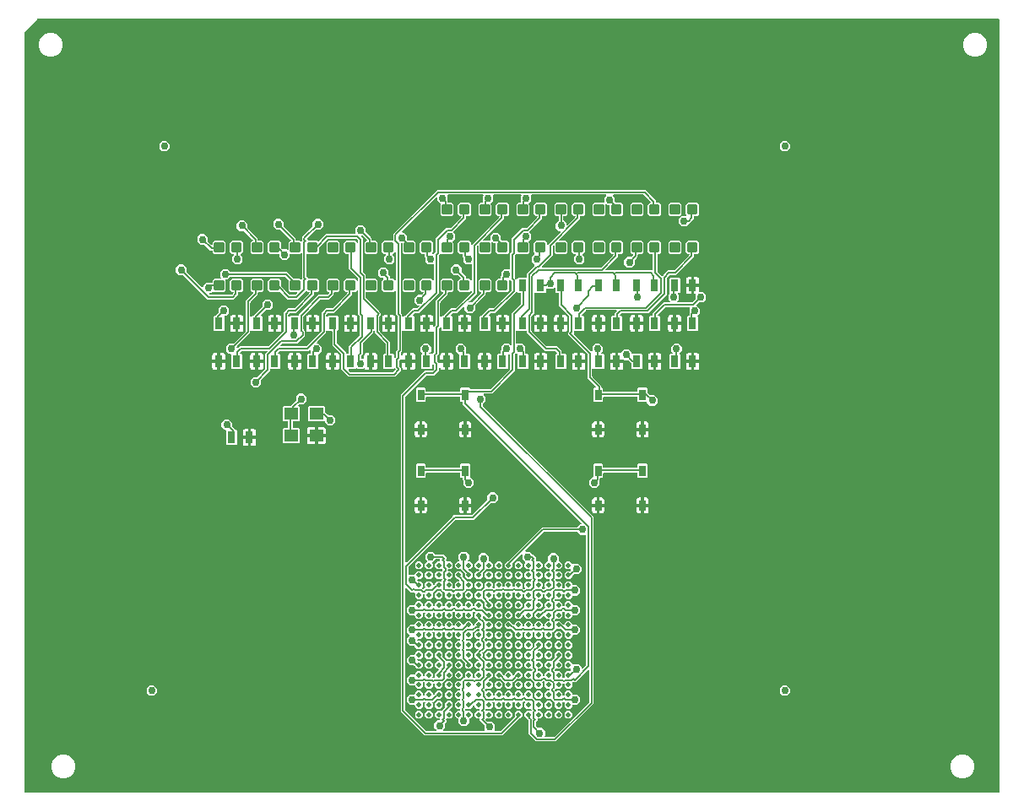
<source format=gbr>
G04 EAGLE Gerber RS-274X export*
G75*
%MOMM*%
%FSLAX34Y34*%
%LPD*%
%INTop Copper*%
%IPPOS*%
%AMOC8*
5,1,8,0,0,1.08239X$1,22.5*%
G01*
%ADD10C,0.300000*%
%ADD11R,0.800000X1.200000*%
%ADD12R,0.700000X1.100000*%
%ADD13C,0.482600*%
%ADD14R,1.397000X1.193800*%
%ADD15C,0.152400*%
%ADD16C,0.756400*%

G36*
X989098Y11942D02*
X989098Y11942D01*
X989117Y11940D01*
X989219Y11962D01*
X989321Y11979D01*
X989338Y11988D01*
X989358Y11992D01*
X989447Y12045D01*
X989538Y12094D01*
X989552Y12108D01*
X989569Y12118D01*
X989636Y12197D01*
X989708Y12272D01*
X989716Y12290D01*
X989729Y12305D01*
X989768Y12401D01*
X989811Y12495D01*
X989813Y12515D01*
X989821Y12533D01*
X989839Y12700D01*
X989839Y787400D01*
X989836Y787420D01*
X989838Y787439D01*
X989816Y787541D01*
X989800Y787643D01*
X989790Y787660D01*
X989786Y787680D01*
X989733Y787769D01*
X989684Y787860D01*
X989670Y787874D01*
X989660Y787891D01*
X989581Y787958D01*
X989506Y788030D01*
X989488Y788038D01*
X989473Y788051D01*
X989377Y788090D01*
X989283Y788133D01*
X989263Y788135D01*
X989245Y788143D01*
X989078Y788161D01*
X25400Y788161D01*
X25310Y788147D01*
X25219Y788139D01*
X25189Y788127D01*
X25157Y788122D01*
X25077Y788079D01*
X24993Y788043D01*
X24961Y788017D01*
X24940Y788006D01*
X24918Y787983D01*
X24862Y787938D01*
X12162Y775238D01*
X12118Y775178D01*
X12082Y775139D01*
X12075Y775125D01*
X12049Y775095D01*
X12037Y775065D01*
X12018Y775039D01*
X11991Y774952D01*
X11957Y774867D01*
X11953Y774826D01*
X11946Y774803D01*
X11947Y774771D01*
X11939Y774700D01*
X11939Y12700D01*
X11942Y12680D01*
X11940Y12661D01*
X11962Y12559D01*
X11979Y12457D01*
X11988Y12440D01*
X11992Y12420D01*
X12045Y12331D01*
X12094Y12240D01*
X12108Y12226D01*
X12118Y12209D01*
X12197Y12142D01*
X12272Y12071D01*
X12290Y12062D01*
X12305Y12049D01*
X12401Y12010D01*
X12495Y11967D01*
X12515Y11965D01*
X12533Y11957D01*
X12700Y11939D01*
X989078Y11939D01*
X989098Y11942D01*
G37*
%LPC*%
G36*
X524833Y63245D02*
X524833Y63245D01*
X517397Y70681D01*
X517397Y84081D01*
X517383Y84172D01*
X517375Y84262D01*
X517363Y84292D01*
X517358Y84324D01*
X517315Y84405D01*
X517279Y84489D01*
X517253Y84521D01*
X517242Y84542D01*
X517219Y84564D01*
X517174Y84620D01*
X515873Y85921D01*
X515873Y85943D01*
X515859Y86033D01*
X515851Y86124D01*
X515839Y86153D01*
X515834Y86185D01*
X515791Y86266D01*
X515755Y86350D01*
X515729Y86382D01*
X515718Y86403D01*
X515695Y86425D01*
X515650Y86481D01*
X513662Y88469D01*
X513662Y91731D01*
X515969Y94038D01*
X519231Y94038D01*
X519363Y93906D01*
X519379Y93894D01*
X519392Y93878D01*
X519479Y93822D01*
X519563Y93762D01*
X519582Y93756D01*
X519599Y93745D01*
X519699Y93720D01*
X519798Y93690D01*
X519818Y93690D01*
X519837Y93685D01*
X519940Y93693D01*
X520044Y93696D01*
X520063Y93703D01*
X520083Y93705D01*
X520178Y93745D01*
X520275Y93781D01*
X520291Y93793D01*
X520309Y93801D01*
X520440Y93906D01*
X520484Y93950D01*
X520496Y93966D01*
X520511Y93978D01*
X520567Y94066D01*
X520627Y94150D01*
X520633Y94169D01*
X520644Y94185D01*
X520669Y94286D01*
X520700Y94385D01*
X520699Y94405D01*
X520704Y94424D01*
X520696Y94527D01*
X520693Y94631D01*
X520686Y94649D01*
X520685Y94669D01*
X520644Y94765D01*
X520609Y94862D01*
X520596Y94877D01*
X520589Y94895D01*
X520484Y95026D01*
X520445Y95065D01*
X520445Y95539D01*
X520434Y95610D01*
X520432Y95681D01*
X520414Y95730D01*
X520406Y95781D01*
X520372Y95845D01*
X520347Y95912D01*
X520315Y95953D01*
X520290Y95999D01*
X520238Y96048D01*
X520194Y96104D01*
X520150Y96132D01*
X520112Y96168D01*
X520047Y96198D01*
X519987Y96237D01*
X519936Y96250D01*
X519889Y96272D01*
X519818Y96280D01*
X519748Y96297D01*
X519696Y96293D01*
X519645Y96299D01*
X519574Y96284D01*
X519503Y96278D01*
X519455Y96258D01*
X519404Y96247D01*
X519343Y96210D01*
X519277Y96182D01*
X519252Y96162D01*
X515969Y96162D01*
X513662Y98469D01*
X513662Y101731D01*
X513944Y102013D01*
X513956Y102029D01*
X513972Y102042D01*
X514002Y102090D01*
X514012Y102099D01*
X514020Y102117D01*
X514028Y102129D01*
X514088Y102213D01*
X514094Y102232D01*
X514105Y102249D01*
X514130Y102349D01*
X514160Y102448D01*
X514160Y102468D01*
X514165Y102487D01*
X514157Y102590D01*
X514154Y102694D01*
X514147Y102713D01*
X514145Y102732D01*
X514105Y102827D01*
X514069Y102925D01*
X514057Y102940D01*
X514049Y102959D01*
X513944Y103090D01*
X513364Y103670D01*
X513348Y103681D01*
X513336Y103697D01*
X513248Y103753D01*
X513165Y103813D01*
X513146Y103819D01*
X513129Y103830D01*
X513028Y103855D01*
X512929Y103886D01*
X512910Y103885D01*
X512890Y103890D01*
X512787Y103882D01*
X512684Y103879D01*
X512665Y103872D01*
X512645Y103871D01*
X512550Y103831D01*
X512453Y103795D01*
X512437Y103782D01*
X512419Y103775D01*
X512288Y103670D01*
X511482Y102864D01*
X511470Y102848D01*
X511454Y102835D01*
X511398Y102748D01*
X511338Y102664D01*
X511332Y102645D01*
X511321Y102628D01*
X511296Y102528D01*
X511266Y102429D01*
X511266Y102409D01*
X511261Y102390D01*
X511269Y102287D01*
X511272Y102183D01*
X511279Y102164D01*
X511281Y102144D01*
X511321Y102049D01*
X511357Y101952D01*
X511369Y101936D01*
X511377Y101918D01*
X511482Y101787D01*
X511538Y101731D01*
X511538Y98469D01*
X509231Y96162D01*
X505969Y96162D01*
X503662Y98469D01*
X503662Y101746D01*
X503694Y101795D01*
X503754Y101879D01*
X503760Y101898D01*
X503771Y101915D01*
X503796Y102015D01*
X503826Y102114D01*
X503826Y102134D01*
X503831Y102153D01*
X503823Y102256D01*
X503820Y102360D01*
X503813Y102379D01*
X503811Y102398D01*
X503771Y102493D01*
X503735Y102591D01*
X503723Y102606D01*
X503715Y102625D01*
X503610Y102756D01*
X503458Y102908D01*
X503442Y102919D01*
X503430Y102935D01*
X503342Y102991D01*
X503259Y103051D01*
X503239Y103057D01*
X503223Y103068D01*
X503122Y103093D01*
X503023Y103124D01*
X503003Y103123D01*
X502984Y103128D01*
X502881Y103120D01*
X502778Y103117D01*
X502759Y103110D01*
X502739Y103109D01*
X502644Y103068D01*
X502547Y103033D01*
X502531Y103020D01*
X502513Y103013D01*
X502382Y102908D01*
X502343Y102869D01*
X502237Y102869D01*
X502167Y102858D01*
X502095Y102856D01*
X502046Y102838D01*
X501995Y102830D01*
X501931Y102796D01*
X501864Y102771D01*
X501823Y102739D01*
X501777Y102714D01*
X501728Y102662D01*
X501672Y102618D01*
X501644Y102574D01*
X501608Y102536D01*
X501578Y102471D01*
X501539Y102411D01*
X501526Y102360D01*
X501504Y102313D01*
X501496Y102242D01*
X501479Y102172D01*
X501483Y102120D01*
X501477Y102069D01*
X501492Y101998D01*
X501498Y101927D01*
X501518Y101879D01*
X501529Y101828D01*
X501538Y101814D01*
X501538Y98469D01*
X499231Y96162D01*
X495969Y96162D01*
X493662Y98469D01*
X493662Y101827D01*
X493666Y101838D01*
X493696Y101903D01*
X493702Y101955D01*
X493717Y102004D01*
X493715Y102076D01*
X493723Y102147D01*
X493712Y102198D01*
X493711Y102250D01*
X493686Y102318D01*
X493671Y102388D01*
X493644Y102432D01*
X493626Y102481D01*
X493581Y102537D01*
X493544Y102599D01*
X493505Y102633D01*
X493472Y102673D01*
X493412Y102712D01*
X493358Y102759D01*
X493309Y102778D01*
X493266Y102806D01*
X493196Y102824D01*
X493129Y102851D01*
X493058Y102859D01*
X493027Y102867D01*
X493004Y102865D01*
X492963Y102869D01*
X492829Y102869D01*
X492790Y102908D01*
X492774Y102919D01*
X492762Y102935D01*
X492674Y102991D01*
X492591Y103051D01*
X492571Y103057D01*
X492555Y103068D01*
X492454Y103093D01*
X492355Y103124D01*
X492335Y103123D01*
X492316Y103128D01*
X492213Y103120D01*
X492110Y103117D01*
X492091Y103110D01*
X492071Y103109D01*
X491976Y103068D01*
X491879Y103033D01*
X491863Y103020D01*
X491845Y103013D01*
X491714Y102908D01*
X491576Y102770D01*
X491564Y102753D01*
X491548Y102741D01*
X491493Y102654D01*
X491432Y102570D01*
X491426Y102551D01*
X491415Y102534D01*
X491390Y102434D01*
X491360Y102335D01*
X491360Y102315D01*
X491355Y102296D01*
X491363Y102192D01*
X491366Y102089D01*
X491373Y102070D01*
X491375Y102050D01*
X491415Y101955D01*
X491451Y101858D01*
X491463Y101842D01*
X491471Y101824D01*
X491538Y101740D01*
X491538Y98469D01*
X489231Y96162D01*
X485969Y96162D01*
X483662Y98469D01*
X483662Y101731D01*
X483704Y101773D01*
X483716Y101789D01*
X483732Y101802D01*
X483788Y101889D01*
X483848Y101973D01*
X483854Y101992D01*
X483865Y102009D01*
X483890Y102109D01*
X483920Y102208D01*
X483920Y102228D01*
X483925Y102247D01*
X483917Y102350D01*
X483914Y102454D01*
X483907Y102473D01*
X483905Y102492D01*
X483865Y102587D01*
X483829Y102685D01*
X483817Y102700D01*
X483809Y102719D01*
X483704Y102850D01*
X483646Y102908D01*
X483630Y102919D01*
X483618Y102935D01*
X483530Y102991D01*
X483447Y103051D01*
X483427Y103057D01*
X483411Y103068D01*
X483310Y103093D01*
X483211Y103124D01*
X483191Y103123D01*
X483172Y103128D01*
X483069Y103120D01*
X482966Y103117D01*
X482947Y103110D01*
X482927Y103109D01*
X482832Y103068D01*
X482735Y103033D01*
X482719Y103020D01*
X482701Y103013D01*
X482570Y102908D01*
X482531Y102869D01*
X482237Y102869D01*
X482167Y102858D01*
X482095Y102856D01*
X482046Y102838D01*
X481995Y102830D01*
X481931Y102796D01*
X481864Y102771D01*
X481823Y102739D01*
X481777Y102714D01*
X481728Y102662D01*
X481672Y102618D01*
X481644Y102574D01*
X481608Y102536D01*
X481578Y102471D01*
X481539Y102411D01*
X481526Y102360D01*
X481504Y102313D01*
X481496Y102242D01*
X481479Y102172D01*
X481483Y102120D01*
X481477Y102069D01*
X481492Y101998D01*
X481498Y101927D01*
X481518Y101879D01*
X481529Y101828D01*
X481538Y101814D01*
X481538Y98469D01*
X479231Y96162D01*
X475952Y96162D01*
X475916Y96196D01*
X475869Y96218D01*
X475827Y96248D01*
X475758Y96270D01*
X475693Y96300D01*
X475641Y96306D01*
X475592Y96321D01*
X475520Y96319D01*
X475449Y96327D01*
X475398Y96316D01*
X475346Y96314D01*
X475278Y96290D01*
X475208Y96275D01*
X475163Y96248D01*
X475115Y96230D01*
X475059Y96185D01*
X474997Y96148D01*
X474963Y96109D01*
X474923Y96076D01*
X474884Y96016D01*
X474837Y95962D01*
X474818Y95913D01*
X474790Y95869D01*
X474772Y95800D01*
X474745Y95733D01*
X474737Y95662D01*
X474729Y95631D01*
X474731Y95608D01*
X474727Y95567D01*
X474727Y95065D01*
X474688Y95026D01*
X474677Y95010D01*
X474661Y94998D01*
X474605Y94911D01*
X474545Y94827D01*
X474539Y94808D01*
X474528Y94791D01*
X474503Y94691D01*
X474472Y94592D01*
X474473Y94572D01*
X474468Y94552D01*
X474476Y94449D01*
X474479Y94346D01*
X474485Y94327D01*
X474487Y94307D01*
X474528Y94212D01*
X474563Y94115D01*
X474576Y94099D01*
X474583Y94081D01*
X474688Y93950D01*
X474746Y93892D01*
X474762Y93880D01*
X474775Y93864D01*
X474862Y93808D01*
X474946Y93748D01*
X474965Y93742D01*
X474982Y93731D01*
X475082Y93706D01*
X475181Y93676D01*
X475201Y93676D01*
X475220Y93671D01*
X475323Y93679D01*
X475427Y93682D01*
X475446Y93689D01*
X475466Y93691D01*
X475560Y93731D01*
X475658Y93766D01*
X475674Y93779D01*
X475692Y93787D01*
X475823Y93892D01*
X475969Y94038D01*
X479231Y94038D01*
X481538Y91731D01*
X481538Y88469D01*
X479231Y86162D01*
X475962Y86162D01*
X475891Y86208D01*
X475807Y86268D01*
X475788Y86274D01*
X475771Y86285D01*
X475671Y86310D01*
X475572Y86340D01*
X475552Y86340D01*
X475533Y86345D01*
X475430Y86337D01*
X475326Y86334D01*
X475307Y86327D01*
X475288Y86325D01*
X475193Y86285D01*
X475095Y86249D01*
X475079Y86237D01*
X475061Y86229D01*
X474930Y86124D01*
X474688Y85882D01*
X474677Y85866D01*
X474661Y85854D01*
X474605Y85766D01*
X474545Y85683D01*
X474539Y85664D01*
X474528Y85647D01*
X474503Y85546D01*
X474472Y85447D01*
X474473Y85428D01*
X474468Y85408D01*
X474476Y85305D01*
X474479Y85202D01*
X474486Y85183D01*
X474487Y85163D01*
X474527Y85068D01*
X474563Y84971D01*
X474576Y84955D01*
X474583Y84937D01*
X474688Y84806D01*
X476240Y83254D01*
X476314Y83201D01*
X476384Y83141D01*
X476414Y83129D01*
X476440Y83110D01*
X476527Y83083D01*
X476612Y83049D01*
X476653Y83045D01*
X476675Y83038D01*
X476707Y83039D01*
X476779Y83031D01*
X480734Y83031D01*
X483843Y79922D01*
X483843Y75526D01*
X483531Y75214D01*
X483489Y75156D01*
X483440Y75104D01*
X483418Y75057D01*
X483388Y75015D01*
X483366Y74946D01*
X483336Y74881D01*
X483331Y74829D01*
X483315Y74779D01*
X483317Y74708D01*
X483309Y74637D01*
X483320Y74586D01*
X483322Y74534D01*
X483346Y74466D01*
X483361Y74396D01*
X483388Y74351D01*
X483406Y74303D01*
X483451Y74247D01*
X483488Y74185D01*
X483527Y74151D01*
X483560Y74111D01*
X483620Y74072D01*
X483675Y74025D01*
X483723Y74006D01*
X483767Y73978D01*
X483836Y73960D01*
X483903Y73933D01*
X483974Y73925D01*
X484005Y73917D01*
X484028Y73919D01*
X484069Y73915D01*
X489465Y73915D01*
X489556Y73929D01*
X489646Y73937D01*
X489676Y73949D01*
X489708Y73954D01*
X489789Y73997D01*
X489873Y74033D01*
X489905Y74059D01*
X489926Y74070D01*
X489948Y74093D01*
X490004Y74138D01*
X503460Y87594D01*
X503472Y87610D01*
X503488Y87623D01*
X503544Y87710D01*
X503604Y87794D01*
X503610Y87813D01*
X503621Y87830D01*
X503646Y87930D01*
X503676Y88029D01*
X503676Y88049D01*
X503681Y88068D01*
X503673Y88171D01*
X503670Y88275D01*
X503663Y88294D01*
X503662Y88304D01*
X503662Y91731D01*
X505969Y94038D01*
X509231Y94038D01*
X511538Y91731D01*
X511538Y88469D01*
X509231Y86162D01*
X508812Y86162D01*
X508721Y86148D01*
X508631Y86140D01*
X508601Y86128D01*
X508569Y86123D01*
X508488Y86080D01*
X508404Y86044D01*
X508372Y86018D01*
X508351Y86007D01*
X508329Y85984D01*
X508273Y85939D01*
X491675Y69341D01*
X413581Y69341D01*
X389381Y93541D01*
X389381Y410903D01*
X413581Y435103D01*
X420885Y435103D01*
X420976Y435117D01*
X421066Y435125D01*
X421096Y435137D01*
X421128Y435142D01*
X421209Y435185D01*
X421293Y435221D01*
X421325Y435247D01*
X421346Y435258D01*
X421368Y435281D01*
X421424Y435326D01*
X422686Y436588D01*
X422739Y436662D01*
X422799Y436732D01*
X422811Y436762D01*
X422830Y436788D01*
X422857Y436875D01*
X422891Y436960D01*
X422895Y437001D01*
X422902Y437023D01*
X422901Y437055D01*
X422909Y437126D01*
X422909Y440697D01*
X422895Y440787D01*
X422887Y440878D01*
X422875Y440908D01*
X422870Y440940D01*
X422827Y441021D01*
X422791Y441105D01*
X422765Y441137D01*
X422754Y441158D01*
X422731Y441180D01*
X422686Y441236D01*
X422224Y441698D01*
X422166Y441740D01*
X422114Y441789D01*
X422067Y441811D01*
X422025Y441841D01*
X421956Y441862D01*
X421891Y441893D01*
X421839Y441898D01*
X421789Y441914D01*
X421718Y441912D01*
X421647Y441920D01*
X421596Y441909D01*
X421544Y441907D01*
X421476Y441883D01*
X421406Y441868D01*
X421361Y441841D01*
X421313Y441823D01*
X421257Y441778D01*
X421195Y441741D01*
X421161Y441702D01*
X421121Y441669D01*
X421082Y441609D01*
X421035Y441554D01*
X421016Y441506D01*
X420988Y441462D01*
X420970Y441393D01*
X420943Y441326D01*
X420935Y441255D01*
X420927Y441224D01*
X420929Y441200D01*
X420925Y441160D01*
X420925Y437868D01*
X420032Y436975D01*
X410768Y436975D01*
X409875Y437868D01*
X409875Y451132D01*
X410945Y452201D01*
X410957Y452218D01*
X410972Y452230D01*
X411028Y452317D01*
X411089Y452401D01*
X411095Y452420D01*
X411105Y452437D01*
X411131Y452538D01*
X411161Y452636D01*
X411161Y452656D01*
X411165Y452676D01*
X411157Y452778D01*
X411155Y452882D01*
X411148Y452901D01*
X411146Y452921D01*
X411106Y453016D01*
X411070Y453113D01*
X411058Y453129D01*
X411050Y453147D01*
X410945Y453278D01*
X409221Y455002D01*
X409221Y459398D01*
X412330Y462507D01*
X416726Y462507D01*
X419835Y459398D01*
X419835Y455002D01*
X418157Y453324D01*
X418115Y453266D01*
X418066Y453214D01*
X418044Y453167D01*
X418014Y453125D01*
X417992Y453056D01*
X417962Y452991D01*
X417957Y452939D01*
X417941Y452889D01*
X417943Y452818D01*
X417935Y452747D01*
X417946Y452696D01*
X417948Y452644D01*
X417972Y452576D01*
X417987Y452506D01*
X418014Y452461D01*
X418032Y452413D01*
X418077Y452357D01*
X418114Y452295D01*
X418153Y452261D01*
X418186Y452221D01*
X418246Y452182D01*
X418301Y452135D01*
X418349Y452116D01*
X418393Y452088D01*
X418462Y452070D01*
X418529Y452043D01*
X418600Y452035D01*
X418631Y452027D01*
X418654Y452029D01*
X418695Y452025D01*
X420032Y452025D01*
X420157Y451899D01*
X420173Y451888D01*
X420186Y451872D01*
X420273Y451816D01*
X420357Y451756D01*
X420376Y451750D01*
X420392Y451739D01*
X420493Y451714D01*
X420592Y451683D01*
X420612Y451684D01*
X420631Y451679D01*
X420734Y451687D01*
X420838Y451690D01*
X420856Y451697D01*
X420876Y451698D01*
X420971Y451739D01*
X421069Y451774D01*
X421084Y451787D01*
X421103Y451795D01*
X421233Y451899D01*
X422686Y453352D01*
X422739Y453426D01*
X422799Y453496D01*
X422811Y453526D01*
X422830Y453552D01*
X422857Y453639D01*
X422891Y453724D01*
X422895Y453765D01*
X422902Y453787D01*
X422901Y453819D01*
X422909Y453891D01*
X422909Y474756D01*
X422902Y474803D01*
X422903Y474851D01*
X422882Y474924D01*
X422870Y474999D01*
X422847Y475041D01*
X422833Y475087D01*
X422790Y475149D01*
X422754Y475216D01*
X422720Y475249D01*
X422692Y475288D01*
X422631Y475333D01*
X422576Y475385D01*
X422533Y475406D01*
X422494Y475434D01*
X422422Y475457D01*
X422353Y475489D01*
X422305Y475494D01*
X422260Y475509D01*
X422184Y475508D01*
X422109Y475516D01*
X422062Y475506D01*
X422014Y475505D01*
X421942Y475480D01*
X421868Y475464D01*
X421827Y475439D01*
X421782Y475423D01*
X421722Y475376D01*
X421657Y475338D01*
X421626Y475301D01*
X421588Y475271D01*
X421512Y475168D01*
X421497Y475151D01*
X421495Y475144D01*
X421489Y475136D01*
X421433Y475040D01*
X420960Y474567D01*
X420381Y474232D01*
X419734Y474059D01*
X416923Y474059D01*
X416923Y481077D01*
X421941Y481077D01*
X421941Y480352D01*
X421952Y480282D01*
X421954Y480210D01*
X421972Y480161D01*
X421980Y480110D01*
X422014Y480046D01*
X422039Y479979D01*
X422071Y479938D01*
X422096Y479892D01*
X422148Y479843D01*
X422192Y479787D01*
X422236Y479759D01*
X422274Y479723D01*
X422339Y479693D01*
X422399Y479654D01*
X422450Y479641D01*
X422497Y479619D01*
X422568Y479611D01*
X422638Y479594D01*
X422690Y479598D01*
X422741Y479592D01*
X422812Y479607D01*
X422883Y479613D01*
X422931Y479633D01*
X422982Y479644D01*
X423043Y479681D01*
X423109Y479709D01*
X423165Y479754D01*
X423193Y479771D01*
X423208Y479788D01*
X423240Y479814D01*
X424210Y480784D01*
X424263Y480858D01*
X424323Y480928D01*
X424335Y480958D01*
X424354Y480984D01*
X424381Y481071D01*
X424415Y481156D01*
X424419Y481197D01*
X424426Y481219D01*
X424425Y481251D01*
X424433Y481323D01*
X424433Y505391D01*
X431830Y512788D01*
X431883Y512862D01*
X431943Y512932D01*
X431955Y512962D01*
X431974Y512988D01*
X432001Y513075D01*
X432035Y513160D01*
X432039Y513201D01*
X432046Y513223D01*
X432045Y513255D01*
X432053Y513327D01*
X432053Y513414D01*
X432050Y513434D01*
X432052Y513453D01*
X432030Y513555D01*
X432014Y513657D01*
X432004Y513674D01*
X432000Y513694D01*
X431947Y513783D01*
X431898Y513874D01*
X431884Y513888D01*
X431874Y513905D01*
X431795Y513972D01*
X431720Y514044D01*
X431702Y514052D01*
X431687Y514065D01*
X431591Y514104D01*
X431497Y514147D01*
X431477Y514149D01*
X431459Y514157D01*
X431292Y514175D01*
X430977Y514175D01*
X429205Y515947D01*
X429205Y525453D01*
X430977Y527225D01*
X440483Y527225D01*
X442255Y525453D01*
X442255Y515947D01*
X440483Y514175D01*
X437388Y514175D01*
X437368Y514172D01*
X437349Y514174D01*
X437247Y514152D01*
X437145Y514136D01*
X437128Y514126D01*
X437108Y514122D01*
X437019Y514069D01*
X436928Y514020D01*
X436914Y514006D01*
X436897Y513996D01*
X436830Y513917D01*
X436758Y513842D01*
X436750Y513824D01*
X436737Y513809D01*
X436698Y513713D01*
X436655Y513619D01*
X436653Y513599D01*
X436645Y513581D01*
X436627Y513414D01*
X436627Y511117D01*
X429230Y503720D01*
X429177Y503646D01*
X429117Y503576D01*
X429105Y503546D01*
X429086Y503520D01*
X429059Y503433D01*
X429025Y503348D01*
X429021Y503307D01*
X429014Y503285D01*
X429015Y503253D01*
X429007Y503181D01*
X429007Y490101D01*
X429018Y490030D01*
X429020Y489958D01*
X429038Y489909D01*
X429046Y489858D01*
X429080Y489795D01*
X429105Y489727D01*
X429137Y489687D01*
X429162Y489641D01*
X429214Y489591D01*
X429258Y489535D01*
X429302Y489507D01*
X429340Y489471D01*
X429405Y489441D01*
X429465Y489402D01*
X429516Y489390D01*
X429563Y489368D01*
X429634Y489360D01*
X429704Y489342D01*
X429756Y489346D01*
X429807Y489341D01*
X429878Y489356D01*
X429949Y489361D01*
X429997Y489382D01*
X430048Y489393D01*
X430109Y489430D01*
X430175Y489458D01*
X430231Y489503D01*
X430259Y489519D01*
X430274Y489537D01*
X430306Y489563D01*
X430868Y490125D01*
X431712Y490125D01*
X431802Y490139D01*
X431893Y490147D01*
X431922Y490159D01*
X431954Y490164D01*
X432035Y490207D01*
X432119Y490243D01*
X432151Y490269D01*
X432172Y490280D01*
X432194Y490303D01*
X432250Y490348D01*
X433616Y491714D01*
X439489Y497587D01*
X443745Y497587D01*
X443836Y497601D01*
X443926Y497609D01*
X443956Y497621D01*
X443988Y497626D01*
X444069Y497669D01*
X444153Y497705D01*
X444185Y497731D01*
X444206Y497742D01*
X444228Y497765D01*
X444284Y497810D01*
X460786Y514312D01*
X460839Y514386D01*
X460899Y514456D01*
X460911Y514486D01*
X460930Y514512D01*
X460957Y514599D01*
X460991Y514684D01*
X460995Y514725D01*
X461002Y514747D01*
X461001Y514779D01*
X461009Y514851D01*
X461009Y515324D01*
X460998Y515395D01*
X460996Y515466D01*
X460978Y515515D01*
X460970Y515567D01*
X460936Y515630D01*
X460911Y515697D01*
X460879Y515738D01*
X460854Y515784D01*
X460802Y515833D01*
X460758Y515889D01*
X460714Y515918D01*
X460676Y515953D01*
X460611Y515984D01*
X460551Y516022D01*
X460500Y516035D01*
X460453Y516057D01*
X460382Y516065D01*
X460312Y516082D01*
X460260Y516078D01*
X460209Y516084D01*
X460138Y516069D01*
X460067Y516063D01*
X460019Y516043D01*
X459968Y516032D01*
X459907Y515995D01*
X459841Y515967D01*
X459785Y515922D01*
X459757Y515906D01*
X459742Y515888D01*
X459710Y515862D01*
X458023Y514175D01*
X448517Y514175D01*
X446745Y515947D01*
X446745Y525453D01*
X448517Y527225D01*
X449160Y527225D01*
X449230Y527236D01*
X449302Y527238D01*
X449351Y527256D01*
X449402Y527264D01*
X449466Y527298D01*
X449533Y527323D01*
X449574Y527355D01*
X449620Y527380D01*
X449669Y527432D01*
X449725Y527476D01*
X449753Y527520D01*
X449789Y527558D01*
X449819Y527623D01*
X449858Y527683D01*
X449871Y527734D01*
X449893Y527781D01*
X449901Y527852D01*
X449918Y527922D01*
X449914Y527974D01*
X449920Y528025D01*
X449905Y528096D01*
X449899Y528167D01*
X449879Y528215D01*
X449868Y528266D01*
X449831Y528327D01*
X449803Y528393D01*
X449758Y528449D01*
X449741Y528477D01*
X449724Y528492D01*
X449698Y528524D01*
X447304Y530918D01*
X447230Y530971D01*
X447160Y531031D01*
X447130Y531043D01*
X447104Y531062D01*
X447017Y531089D01*
X446932Y531123D01*
X446891Y531127D01*
X446869Y531134D01*
X446837Y531133D01*
X446765Y531141D01*
X442810Y531141D01*
X439701Y534250D01*
X439701Y538646D01*
X442810Y541755D01*
X447206Y541755D01*
X450315Y538646D01*
X450315Y534691D01*
X450329Y534600D01*
X450337Y534510D01*
X450349Y534480D01*
X450354Y534448D01*
X450397Y534367D01*
X450433Y534283D01*
X450459Y534251D01*
X450470Y534230D01*
X450493Y534208D01*
X450538Y534152D01*
X454915Y529775D01*
X454915Y527986D01*
X454918Y527966D01*
X454916Y527947D01*
X454938Y527845D01*
X454954Y527743D01*
X454964Y527726D01*
X454968Y527706D01*
X455021Y527617D01*
X455070Y527526D01*
X455084Y527512D01*
X455094Y527495D01*
X455173Y527428D01*
X455248Y527356D01*
X455266Y527348D01*
X455281Y527335D01*
X455377Y527296D01*
X455471Y527253D01*
X455491Y527251D01*
X455509Y527243D01*
X455676Y527225D01*
X458023Y527225D01*
X459710Y525538D01*
X459768Y525496D01*
X459820Y525447D01*
X459867Y525425D01*
X459909Y525394D01*
X459978Y525373D01*
X460043Y525343D01*
X460095Y525337D01*
X460145Y525322D01*
X460216Y525324D01*
X460287Y525316D01*
X460338Y525327D01*
X460390Y525328D01*
X460458Y525353D01*
X460528Y525368D01*
X460573Y525395D01*
X460621Y525413D01*
X460677Y525458D01*
X460739Y525494D01*
X460773Y525534D01*
X460813Y525566D01*
X460852Y525627D01*
X460899Y525681D01*
X460918Y525730D01*
X460946Y525773D01*
X460964Y525843D01*
X460991Y525909D01*
X460999Y525981D01*
X461007Y526012D01*
X461005Y526035D01*
X461009Y526076D01*
X461009Y541583D01*
X460998Y541653D01*
X460996Y541725D01*
X460978Y541774D01*
X460970Y541825D01*
X460936Y541889D01*
X460911Y541956D01*
X460879Y541997D01*
X460854Y542043D01*
X460802Y542092D01*
X460758Y542148D01*
X460714Y542176D01*
X460676Y542212D01*
X460611Y542242D01*
X460551Y542281D01*
X460500Y542294D01*
X460453Y542316D01*
X460382Y542324D01*
X460312Y542341D01*
X460260Y542337D01*
X460209Y542343D01*
X460138Y542328D01*
X460067Y542322D01*
X460019Y542302D01*
X459968Y542291D01*
X459907Y542254D01*
X459841Y542226D01*
X459785Y542181D01*
X459757Y542164D01*
X459742Y542147D01*
X459710Y542121D01*
X459398Y541809D01*
X455002Y541809D01*
X451893Y544918D01*
X451893Y548874D01*
X451878Y548964D01*
X451871Y549055D01*
X451865Y549069D01*
X451865Y551514D01*
X451862Y551534D01*
X451864Y551553D01*
X451842Y551655D01*
X451826Y551757D01*
X451816Y551774D01*
X451812Y551794D01*
X451759Y551883D01*
X451710Y551974D01*
X451696Y551988D01*
X451686Y552005D01*
X451607Y552072D01*
X451532Y552144D01*
X451514Y552152D01*
X451499Y552165D01*
X451403Y552204D01*
X451309Y552247D01*
X451289Y552249D01*
X451271Y552257D01*
X451104Y552275D01*
X448517Y552275D01*
X446745Y554047D01*
X446745Y563553D01*
X448517Y565325D01*
X458023Y565325D01*
X459795Y563553D01*
X459795Y562402D01*
X459806Y562332D01*
X459808Y562260D01*
X459826Y562211D01*
X459834Y562160D01*
X459868Y562096D01*
X459893Y562029D01*
X459925Y561988D01*
X459950Y561942D01*
X460002Y561893D01*
X460046Y561837D01*
X460090Y561809D01*
X460128Y561773D01*
X460193Y561743D01*
X460253Y561704D01*
X460304Y561691D01*
X460351Y561669D01*
X460422Y561661D01*
X460492Y561644D01*
X460544Y561648D01*
X460595Y561642D01*
X460666Y561657D01*
X460737Y561663D01*
X460785Y561683D01*
X460836Y561694D01*
X460897Y561731D01*
X460963Y561759D01*
X461019Y561804D01*
X461047Y561821D01*
X461062Y561838D01*
X461094Y561864D01*
X462572Y563342D01*
X488218Y588988D01*
X488271Y589062D01*
X488331Y589132D01*
X488343Y589162D01*
X488362Y589188D01*
X488389Y589275D01*
X488423Y589360D01*
X488427Y589401D01*
X488434Y589423D01*
X488433Y589455D01*
X488441Y589527D01*
X488441Y589614D01*
X488438Y589634D01*
X488440Y589653D01*
X488418Y589755D01*
X488402Y589857D01*
X488392Y589874D01*
X488388Y589894D01*
X488335Y589983D01*
X488286Y590074D01*
X488272Y590088D01*
X488262Y590105D01*
X488183Y590172D01*
X488108Y590244D01*
X488090Y590252D01*
X488075Y590265D01*
X487979Y590304D01*
X487885Y590347D01*
X487865Y590349D01*
X487847Y590357D01*
X487680Y590375D01*
X486617Y590375D01*
X484845Y592147D01*
X484845Y601653D01*
X486617Y603425D01*
X496123Y603425D01*
X497895Y601653D01*
X497895Y592147D01*
X496123Y590375D01*
X493776Y590375D01*
X493756Y590372D01*
X493737Y590374D01*
X493635Y590352D01*
X493533Y590336D01*
X493516Y590326D01*
X493496Y590322D01*
X493407Y590269D01*
X493316Y590220D01*
X493302Y590206D01*
X493285Y590196D01*
X493218Y590117D01*
X493146Y590042D01*
X493138Y590024D01*
X493125Y590009D01*
X493086Y589913D01*
X493043Y589819D01*
X493041Y589799D01*
X493033Y589781D01*
X493015Y589614D01*
X493015Y587317D01*
X472322Y566624D01*
X472280Y566566D01*
X472231Y566514D01*
X472209Y566467D01*
X472179Y566425D01*
X472158Y566356D01*
X472127Y566291D01*
X472122Y566239D01*
X472106Y566189D01*
X472108Y566118D01*
X472100Y566047D01*
X472111Y565996D01*
X472113Y565944D01*
X472137Y565876D01*
X472152Y565806D01*
X472179Y565761D01*
X472197Y565713D01*
X472242Y565657D01*
X472279Y565595D01*
X472318Y565561D01*
X472351Y565521D01*
X472411Y565482D01*
X472466Y565435D01*
X472514Y565416D01*
X472558Y565388D01*
X472627Y565370D01*
X472694Y565343D01*
X472765Y565335D01*
X472796Y565327D01*
X472820Y565329D01*
X472860Y565325D01*
X478564Y565325D01*
X478584Y565328D01*
X478603Y565326D01*
X478705Y565348D01*
X478807Y565364D01*
X478824Y565374D01*
X478844Y565378D01*
X478933Y565431D01*
X479024Y565480D01*
X479038Y565494D01*
X479055Y565504D01*
X479122Y565583D01*
X479194Y565658D01*
X479202Y565676D01*
X479215Y565691D01*
X479254Y565787D01*
X479297Y565881D01*
X479299Y565901D01*
X479307Y565919D01*
X479325Y566086D01*
X479325Y570650D01*
X482434Y573759D01*
X486830Y573759D01*
X489939Y570650D01*
X489939Y566694D01*
X489953Y566604D01*
X489961Y566513D01*
X489973Y566484D01*
X489978Y566452D01*
X490021Y566371D01*
X490057Y566287D01*
X490083Y566255D01*
X490094Y566234D01*
X490117Y566212D01*
X490162Y566156D01*
X490770Y565548D01*
X490844Y565494D01*
X490914Y565435D01*
X490944Y565423D01*
X490970Y565404D01*
X491057Y565377D01*
X491142Y565343D01*
X491183Y565339D01*
X491205Y565332D01*
X491237Y565333D01*
X491309Y565325D01*
X496123Y565325D01*
X497895Y563553D01*
X497895Y554047D01*
X496123Y552275D01*
X486617Y552275D01*
X484845Y554047D01*
X484845Y562384D01*
X484842Y562404D01*
X484844Y562423D01*
X484822Y562525D01*
X484806Y562627D01*
X484796Y562644D01*
X484792Y562664D01*
X484739Y562753D01*
X484690Y562844D01*
X484676Y562858D01*
X484666Y562875D01*
X484587Y562942D01*
X484512Y563014D01*
X484494Y563022D01*
X484479Y563035D01*
X484383Y563074D01*
X484289Y563117D01*
X484269Y563119D01*
X484251Y563127D01*
X484084Y563145D01*
X482434Y563145D01*
X481654Y563925D01*
X481596Y563967D01*
X481544Y564016D01*
X481497Y564038D01*
X481455Y564068D01*
X481386Y564090D01*
X481321Y564120D01*
X481269Y564125D01*
X481219Y564141D01*
X481148Y564139D01*
X481077Y564147D01*
X481026Y564136D01*
X480974Y564134D01*
X480906Y564110D01*
X480836Y564095D01*
X480791Y564068D01*
X480743Y564050D01*
X480687Y564005D01*
X480625Y563968D01*
X480591Y563929D01*
X480551Y563896D01*
X480512Y563836D01*
X480465Y563781D01*
X480446Y563733D01*
X480418Y563689D01*
X480400Y563620D01*
X480373Y563553D01*
X480365Y563482D01*
X480357Y563451D01*
X480359Y563428D01*
X480355Y563387D01*
X480355Y554047D01*
X478583Y552275D01*
X469077Y552275D01*
X467305Y554047D01*
X467305Y559770D01*
X467294Y559840D01*
X467292Y559912D01*
X467274Y559961D01*
X467266Y560012D01*
X467232Y560076D01*
X467207Y560143D01*
X467175Y560184D01*
X467150Y560230D01*
X467099Y560279D01*
X467054Y560335D01*
X467010Y560363D01*
X466972Y560399D01*
X466907Y560429D01*
X466847Y560468D01*
X466796Y560481D01*
X466749Y560503D01*
X466678Y560511D01*
X466608Y560528D01*
X466556Y560524D01*
X466505Y560530D01*
X466434Y560515D01*
X466363Y560509D01*
X466315Y560489D01*
X466264Y560478D01*
X466203Y560441D01*
X466137Y560413D01*
X466081Y560368D01*
X466053Y560351D01*
X466038Y560334D01*
X466006Y560308D01*
X465806Y560108D01*
X465753Y560034D01*
X465693Y559964D01*
X465681Y559934D01*
X465662Y559908D01*
X465635Y559821D01*
X465601Y559736D01*
X465597Y559695D01*
X465590Y559673D01*
X465591Y559641D01*
X465583Y559569D01*
X465583Y512641D01*
X457896Y504954D01*
X457854Y504896D01*
X457805Y504844D01*
X457783Y504797D01*
X457753Y504755D01*
X457732Y504686D01*
X457701Y504621D01*
X457696Y504569D01*
X457680Y504519D01*
X457682Y504448D01*
X457674Y504377D01*
X457685Y504326D01*
X457687Y504274D01*
X457711Y504206D01*
X457726Y504136D01*
X457753Y504091D01*
X457771Y504043D01*
X457816Y503987D01*
X457853Y503925D01*
X457892Y503891D01*
X457925Y503851D01*
X457985Y503812D01*
X458040Y503765D01*
X458088Y503746D01*
X458132Y503718D01*
X458201Y503700D01*
X458268Y503673D01*
X458339Y503665D01*
X458370Y503657D01*
X458394Y503659D01*
X458434Y503655D01*
X460481Y503655D01*
X460572Y503669D01*
X460662Y503677D01*
X460692Y503689D01*
X460724Y503694D01*
X460805Y503737D01*
X460889Y503773D01*
X460921Y503799D01*
X460942Y503810D01*
X460964Y503833D01*
X461020Y503878D01*
X469930Y512788D01*
X469983Y512862D01*
X470043Y512932D01*
X470055Y512962D01*
X470074Y512988D01*
X470101Y513075D01*
X470135Y513160D01*
X470139Y513201D01*
X470146Y513223D01*
X470145Y513255D01*
X470153Y513327D01*
X470153Y513414D01*
X470150Y513434D01*
X470152Y513453D01*
X470130Y513555D01*
X470114Y513657D01*
X470104Y513674D01*
X470100Y513694D01*
X470047Y513783D01*
X469998Y513874D01*
X469984Y513888D01*
X469974Y513905D01*
X469895Y513972D01*
X469820Y514044D01*
X469802Y514052D01*
X469787Y514065D01*
X469691Y514104D01*
X469597Y514147D01*
X469577Y514149D01*
X469559Y514157D01*
X469392Y514175D01*
X469077Y514175D01*
X467305Y515947D01*
X467305Y525453D01*
X469077Y527225D01*
X478583Y527225D01*
X480355Y525453D01*
X480355Y515947D01*
X478583Y514175D01*
X475488Y514175D01*
X475468Y514172D01*
X475449Y514174D01*
X475347Y514152D01*
X475245Y514136D01*
X475228Y514126D01*
X475208Y514122D01*
X475119Y514069D01*
X475028Y514020D01*
X475014Y514006D01*
X474997Y513996D01*
X474930Y513917D01*
X474858Y513842D01*
X474850Y513824D01*
X474837Y513809D01*
X474798Y513713D01*
X474755Y513619D01*
X474753Y513599D01*
X474745Y513581D01*
X474727Y513414D01*
X474727Y511117D01*
X464254Y500644D01*
X464201Y500570D01*
X464141Y500500D01*
X464129Y500470D01*
X464110Y500444D01*
X464083Y500357D01*
X464049Y500272D01*
X464045Y500231D01*
X464038Y500209D01*
X464039Y500177D01*
X464031Y500105D01*
X464031Y496150D01*
X460922Y493041D01*
X456526Y493041D01*
X453417Y496150D01*
X453417Y498638D01*
X453406Y498708D01*
X453404Y498780D01*
X453386Y498829D01*
X453378Y498880D01*
X453344Y498944D01*
X453319Y499011D01*
X453287Y499052D01*
X453262Y499098D01*
X453210Y499147D01*
X453166Y499203D01*
X453122Y499231D01*
X453084Y499267D01*
X453019Y499297D01*
X452959Y499336D01*
X452908Y499349D01*
X452861Y499371D01*
X452790Y499379D01*
X452720Y499396D01*
X452668Y499392D01*
X452617Y499398D01*
X452546Y499383D01*
X452475Y499377D01*
X452427Y499357D01*
X452376Y499346D01*
X452315Y499309D01*
X452249Y499281D01*
X452193Y499236D01*
X452165Y499219D01*
X452150Y499202D01*
X452118Y499176D01*
X447518Y494576D01*
X445955Y493013D01*
X441699Y493013D01*
X441608Y492999D01*
X441518Y492991D01*
X441488Y492979D01*
X441456Y492974D01*
X441375Y492931D01*
X441291Y492895D01*
X441259Y492869D01*
X441238Y492858D01*
X441216Y492835D01*
X441160Y492790D01*
X439794Y491424D01*
X439752Y491366D01*
X439703Y491314D01*
X439681Y491267D01*
X439651Y491225D01*
X439630Y491156D01*
X439599Y491091D01*
X439594Y491039D01*
X439578Y490989D01*
X439580Y490918D01*
X439572Y490847D01*
X439583Y490796D01*
X439585Y490744D01*
X439609Y490676D01*
X439624Y490606D01*
X439651Y490561D01*
X439669Y490513D01*
X439714Y490457D01*
X439751Y490395D01*
X439790Y490361D01*
X439823Y490321D01*
X439883Y490282D01*
X439938Y490235D01*
X439986Y490216D01*
X440030Y490188D01*
X440082Y490174D01*
X441025Y489232D01*
X441025Y475968D01*
X440132Y475075D01*
X430868Y475075D01*
X429975Y475968D01*
X429975Y478244D01*
X429964Y478314D01*
X429962Y478386D01*
X429944Y478435D01*
X429936Y478486D01*
X429902Y478550D01*
X429877Y478617D01*
X429845Y478658D01*
X429820Y478704D01*
X429768Y478753D01*
X429724Y478809D01*
X429680Y478837D01*
X429642Y478873D01*
X429577Y478903D01*
X429517Y478942D01*
X429466Y478955D01*
X429419Y478977D01*
X429348Y478985D01*
X429278Y479002D01*
X429226Y478998D01*
X429175Y479004D01*
X429104Y478989D01*
X429033Y478983D01*
X428985Y478963D01*
X428934Y478952D01*
X428873Y478915D01*
X428807Y478887D01*
X428751Y478842D01*
X428723Y478825D01*
X428708Y478808D01*
X428676Y478782D01*
X427706Y477812D01*
X427653Y477738D01*
X427593Y477668D01*
X427581Y477638D01*
X427562Y477612D01*
X427535Y477525D01*
X427501Y477440D01*
X427497Y477399D01*
X427490Y477377D01*
X427491Y477345D01*
X427483Y477273D01*
X427483Y451681D01*
X426182Y450380D01*
X426129Y450306D01*
X426069Y450236D01*
X426057Y450206D01*
X426038Y450180D01*
X426011Y450093D01*
X425977Y450008D01*
X425973Y449967D01*
X425966Y449945D01*
X425967Y449913D01*
X425959Y449841D01*
X425959Y444747D01*
X425973Y444656D01*
X425981Y444566D01*
X425993Y444536D01*
X425998Y444504D01*
X426041Y444423D01*
X426077Y444339D01*
X426103Y444307D01*
X426114Y444286D01*
X426137Y444264D01*
X426182Y444208D01*
X427660Y442730D01*
X427718Y442688D01*
X427770Y442639D01*
X427817Y442617D01*
X427859Y442587D01*
X427928Y442566D01*
X427993Y442535D01*
X428045Y442530D01*
X428095Y442514D01*
X428166Y442516D01*
X428237Y442508D01*
X428288Y442519D01*
X428340Y442521D01*
X428408Y442545D01*
X428478Y442560D01*
X428523Y442587D01*
X428571Y442605D01*
X428627Y442650D01*
X428689Y442687D01*
X428723Y442726D01*
X428763Y442759D01*
X428802Y442819D01*
X428849Y442874D01*
X428868Y442922D01*
X428896Y442966D01*
X428899Y442977D01*
X433977Y442977D01*
X433977Y435959D01*
X431166Y435959D01*
X430519Y436132D01*
X429940Y436467D01*
X429467Y436940D01*
X429132Y437519D01*
X428979Y438091D01*
X428969Y438113D01*
X428965Y438137D01*
X428919Y438224D01*
X428878Y438315D01*
X428862Y438333D01*
X428850Y438354D01*
X428779Y438422D01*
X428711Y438495D01*
X428690Y438507D01*
X428672Y438523D01*
X428582Y438565D01*
X428495Y438613D01*
X428471Y438617D01*
X428449Y438627D01*
X428350Y438638D01*
X428252Y438655D01*
X428228Y438651D01*
X428205Y438654D01*
X428108Y438633D01*
X428009Y438618D01*
X427988Y438607D01*
X427964Y438602D01*
X427879Y438551D01*
X427790Y438505D01*
X427774Y438488D01*
X427753Y438476D01*
X427688Y438400D01*
X427619Y438329D01*
X427609Y438307D01*
X427593Y438289D01*
X427556Y438196D01*
X427513Y438107D01*
X427510Y438083D01*
X427501Y438061D01*
X427483Y437894D01*
X427483Y434917D01*
X425920Y433354D01*
X423095Y430529D01*
X415791Y430529D01*
X415700Y430515D01*
X415610Y430507D01*
X415580Y430495D01*
X415548Y430490D01*
X415467Y430447D01*
X415383Y430411D01*
X415351Y430385D01*
X415330Y430374D01*
X415308Y430351D01*
X415252Y430306D01*
X394178Y409232D01*
X394125Y409158D01*
X394065Y409088D01*
X394053Y409058D01*
X394034Y409032D01*
X394007Y408945D01*
X393973Y408860D01*
X393969Y408819D01*
X393962Y408797D01*
X393963Y408765D01*
X393955Y408693D01*
X393955Y243578D01*
X393966Y243508D01*
X393968Y243436D01*
X393986Y243387D01*
X393994Y243336D01*
X394028Y243272D01*
X394053Y243205D01*
X394085Y243164D01*
X394110Y243118D01*
X394162Y243069D01*
X394206Y243013D01*
X394250Y242985D01*
X394288Y242949D01*
X394353Y242919D01*
X394413Y242880D01*
X394464Y242867D01*
X394511Y242845D01*
X394582Y242837D01*
X394652Y242820D01*
X394704Y242824D01*
X394755Y242818D01*
X394826Y242833D01*
X394897Y242839D01*
X394945Y242859D01*
X394996Y242870D01*
X395057Y242907D01*
X395123Y242935D01*
X395179Y242980D01*
X395207Y242997D01*
X395222Y243014D01*
X395254Y243040D01*
X440974Y288760D01*
X442537Y290323D01*
X460509Y290323D01*
X460600Y290337D01*
X460690Y290345D01*
X460720Y290357D01*
X460752Y290362D01*
X460833Y290405D01*
X460917Y290441D01*
X460949Y290467D01*
X460970Y290478D01*
X460992Y290501D01*
X461048Y290546D01*
X476054Y305552D01*
X476107Y305626D01*
X476167Y305696D01*
X476179Y305726D01*
X476198Y305752D01*
X476225Y305839D01*
X476259Y305924D01*
X476263Y305965D01*
X476270Y305987D01*
X476269Y306019D01*
X476277Y306090D01*
X476277Y310046D01*
X479386Y313155D01*
X483782Y313155D01*
X486891Y310046D01*
X486891Y305650D01*
X483782Y302541D01*
X479826Y302541D01*
X479736Y302527D01*
X479645Y302519D01*
X479616Y302507D01*
X479584Y302502D01*
X479503Y302459D01*
X479419Y302423D01*
X479387Y302397D01*
X479366Y302386D01*
X479344Y302363D01*
X479288Y302318D01*
X462719Y285749D01*
X444747Y285749D01*
X444656Y285735D01*
X444566Y285727D01*
X444536Y285715D01*
X444504Y285710D01*
X444423Y285667D01*
X444339Y285631D01*
X444307Y285605D01*
X444286Y285594D01*
X444264Y285571D01*
X444208Y285526D01*
X397226Y238544D01*
X397180Y238480D01*
X397159Y238458D01*
X397155Y238449D01*
X397113Y238400D01*
X397101Y238370D01*
X397082Y238344D01*
X397055Y238257D01*
X397021Y238172D01*
X397017Y238131D01*
X397010Y238109D01*
X397011Y238077D01*
X397003Y238005D01*
X397003Y231085D01*
X397014Y231015D01*
X397016Y230943D01*
X397034Y230894D01*
X397042Y230843D01*
X397076Y230779D01*
X397101Y230712D01*
X397133Y230671D01*
X397158Y230625D01*
X397210Y230576D01*
X397254Y230520D01*
X397298Y230492D01*
X397336Y230456D01*
X397401Y230426D01*
X397461Y230387D01*
X397512Y230374D01*
X397559Y230352D01*
X397630Y230344D01*
X397700Y230327D01*
X397752Y230331D01*
X397803Y230325D01*
X397874Y230340D01*
X397945Y230346D01*
X397993Y230366D01*
X398044Y230377D01*
X398105Y230414D01*
X398171Y230442D01*
X398227Y230487D01*
X398255Y230504D01*
X398270Y230521D01*
X398302Y230547D01*
X398614Y230859D01*
X402901Y230859D01*
X402921Y230862D01*
X402940Y230860D01*
X403042Y230882D01*
X403144Y230898D01*
X403161Y230908D01*
X403181Y230912D01*
X403270Y230965D01*
X403361Y231014D01*
X403375Y231028D01*
X403392Y231038D01*
X403459Y231117D01*
X403531Y231192D01*
X403539Y231210D01*
X403552Y231225D01*
X403591Y231321D01*
X403634Y231415D01*
X403636Y231435D01*
X403644Y231453D01*
X403662Y231620D01*
X403662Y231731D01*
X405969Y234038D01*
X409231Y234038D01*
X411538Y231731D01*
X411538Y228469D01*
X409231Y226162D01*
X406880Y226162D01*
X406860Y226159D01*
X406841Y226161D01*
X406739Y226139D01*
X406637Y226123D01*
X406620Y226113D01*
X406600Y226109D01*
X406511Y226056D01*
X406420Y226007D01*
X406406Y225993D01*
X406389Y225983D01*
X406322Y225904D01*
X406250Y225829D01*
X406242Y225811D01*
X406229Y225796D01*
X406190Y225700D01*
X406147Y225606D01*
X406145Y225586D01*
X406137Y225568D01*
X406119Y225401D01*
X406119Y224799D01*
X406122Y224779D01*
X406120Y224760D01*
X406142Y224658D01*
X406158Y224556D01*
X406168Y224539D01*
X406172Y224519D01*
X406225Y224430D01*
X406274Y224339D01*
X406288Y224325D01*
X406298Y224308D01*
X406377Y224241D01*
X406452Y224170D01*
X406470Y224161D01*
X406485Y224148D01*
X406581Y224109D01*
X406675Y224066D01*
X406695Y224064D01*
X406713Y224056D01*
X406880Y224038D01*
X409231Y224038D01*
X411538Y221731D01*
X411538Y218469D01*
X411110Y218041D01*
X411098Y218025D01*
X411082Y218012D01*
X411026Y217925D01*
X410966Y217841D01*
X410960Y217822D01*
X410949Y217805D01*
X410924Y217705D01*
X410894Y217606D01*
X410894Y217586D01*
X410889Y217567D01*
X410897Y217464D01*
X410900Y217360D01*
X410907Y217341D01*
X410908Y217322D01*
X410949Y217227D01*
X410985Y217129D01*
X410997Y217113D01*
X411005Y217095D01*
X411091Y216987D01*
X411092Y216985D01*
X411094Y216984D01*
X411110Y216964D01*
X411704Y216370D01*
X411720Y216359D01*
X411732Y216343D01*
X411820Y216287D01*
X411903Y216227D01*
X411922Y216221D01*
X411939Y216210D01*
X412040Y216185D01*
X412139Y216154D01*
X412158Y216155D01*
X412178Y216150D01*
X412281Y216158D01*
X412384Y216161D01*
X412403Y216167D01*
X412423Y216169D01*
X412518Y216210D01*
X412615Y216245D01*
X412631Y216258D01*
X412649Y216265D01*
X412780Y216370D01*
X413732Y217322D01*
X413744Y217338D01*
X413760Y217351D01*
X413816Y217438D01*
X413876Y217522D01*
X413882Y217541D01*
X413893Y217558D01*
X413918Y217658D01*
X413948Y217757D01*
X413948Y217777D01*
X413953Y217796D01*
X413945Y217899D01*
X413942Y218003D01*
X413935Y218022D01*
X413934Y218042D01*
X413893Y218137D01*
X413857Y218234D01*
X413845Y218250D01*
X413837Y218268D01*
X413732Y218399D01*
X413662Y218469D01*
X413662Y221731D01*
X415969Y224038D01*
X419231Y224038D01*
X421538Y221731D01*
X421538Y220869D01*
X421549Y220799D01*
X421551Y220727D01*
X421569Y220678D01*
X421577Y220627D01*
X421611Y220563D01*
X421636Y220496D01*
X421668Y220455D01*
X421693Y220409D01*
X421744Y220360D01*
X421789Y220304D01*
X421833Y220276D01*
X421871Y220240D01*
X421936Y220210D01*
X421996Y220171D01*
X422047Y220158D01*
X422094Y220136D01*
X422165Y220128D01*
X422235Y220111D01*
X422287Y220115D01*
X422338Y220109D01*
X422409Y220124D01*
X422480Y220130D01*
X422528Y220150D01*
X422579Y220161D01*
X422640Y220198D01*
X422706Y220226D01*
X422762Y220271D01*
X422790Y220288D01*
X422805Y220305D01*
X422837Y220331D01*
X423439Y220933D01*
X423493Y221007D01*
X423552Y221077D01*
X423564Y221107D01*
X423583Y221133D01*
X423610Y221220D01*
X423644Y221305D01*
X423648Y221346D01*
X423655Y221368D01*
X423654Y221400D01*
X423662Y221471D01*
X423662Y221731D01*
X425969Y224038D01*
X429232Y224038D01*
X429288Y223997D01*
X429340Y223948D01*
X429387Y223926D01*
X429429Y223896D01*
X429498Y223874D01*
X429563Y223844D01*
X429615Y223838D01*
X429664Y223823D01*
X429736Y223825D01*
X429807Y223817D01*
X429858Y223828D01*
X429910Y223830D01*
X429978Y223854D01*
X430048Y223869D01*
X430093Y223896D01*
X430141Y223914D01*
X430197Y223959D01*
X430259Y223996D01*
X430293Y224035D01*
X430333Y224068D01*
X430372Y224128D01*
X430419Y224182D01*
X430438Y224231D01*
X430466Y224275D01*
X430484Y224344D01*
X430511Y224411D01*
X430519Y224482D01*
X430527Y224513D01*
X430525Y224536D01*
X430529Y224577D01*
X430529Y224975D01*
X430568Y225014D01*
X430579Y225030D01*
X430595Y225042D01*
X430651Y225129D01*
X430711Y225213D01*
X430717Y225232D01*
X430728Y225249D01*
X430753Y225349D01*
X430784Y225448D01*
X430783Y225468D01*
X430788Y225488D01*
X430780Y225591D01*
X430777Y225694D01*
X430771Y225713D01*
X430769Y225733D01*
X430728Y225828D01*
X430693Y225925D01*
X430680Y225941D01*
X430673Y225959D01*
X430568Y226090D01*
X430402Y226256D01*
X430386Y226268D01*
X430373Y226284D01*
X430286Y226339D01*
X430202Y226400D01*
X430183Y226406D01*
X430166Y226417D01*
X430066Y226442D01*
X429967Y226472D01*
X429947Y226472D01*
X429928Y226477D01*
X429825Y226469D01*
X429721Y226466D01*
X429702Y226459D01*
X429682Y226458D01*
X429587Y226417D01*
X429490Y226382D01*
X429474Y226369D01*
X429456Y226361D01*
X429325Y226256D01*
X429231Y226162D01*
X425969Y226162D01*
X423662Y228469D01*
X423662Y231731D01*
X425969Y234038D01*
X429231Y234038D01*
X429301Y233968D01*
X429317Y233956D01*
X429330Y233940D01*
X429417Y233884D01*
X429501Y233824D01*
X429520Y233818D01*
X429537Y233807D01*
X429637Y233782D01*
X429736Y233752D01*
X429756Y233752D01*
X429775Y233747D01*
X429878Y233755D01*
X429982Y233758D01*
X430001Y233765D01*
X430020Y233766D01*
X430115Y233807D01*
X430213Y233843D01*
X430228Y233855D01*
X430247Y233863D01*
X430378Y233968D01*
X431330Y234920D01*
X431341Y234936D01*
X431357Y234948D01*
X431413Y235036D01*
X431473Y235119D01*
X431479Y235138D01*
X431490Y235155D01*
X431515Y235255D01*
X431546Y235355D01*
X431545Y235374D01*
X431550Y235394D01*
X431542Y235497D01*
X431539Y235600D01*
X431532Y235619D01*
X431531Y235639D01*
X431490Y235734D01*
X431455Y235831D01*
X431442Y235847D01*
X431435Y235865D01*
X431330Y235996D01*
X430736Y236590D01*
X430720Y236602D01*
X430707Y236618D01*
X430620Y236673D01*
X430536Y236734D01*
X430517Y236740D01*
X430500Y236751D01*
X430400Y236776D01*
X430301Y236806D01*
X430281Y236806D01*
X430262Y236811D01*
X430159Y236803D01*
X430055Y236800D01*
X430036Y236793D01*
X430016Y236792D01*
X429921Y236751D01*
X429824Y236715D01*
X429808Y236703D01*
X429790Y236695D01*
X429659Y236590D01*
X429231Y236162D01*
X425969Y236162D01*
X423662Y238469D01*
X423662Y241731D01*
X425969Y244038D01*
X428244Y244038D01*
X428264Y244041D01*
X428283Y244039D01*
X428385Y244061D01*
X428487Y244077D01*
X428504Y244087D01*
X428524Y244091D01*
X428613Y244144D01*
X428704Y244193D01*
X428718Y244207D01*
X428735Y244217D01*
X428802Y244296D01*
X428874Y244371D01*
X428882Y244389D01*
X428895Y244404D01*
X428934Y244500D01*
X428977Y244594D01*
X428979Y244614D01*
X428987Y244632D01*
X429005Y244799D01*
X429005Y245364D01*
X429002Y245384D01*
X429004Y245403D01*
X428982Y245505D01*
X428966Y245607D01*
X428956Y245624D01*
X428952Y245644D01*
X428899Y245733D01*
X428850Y245824D01*
X428836Y245838D01*
X428826Y245855D01*
X428747Y245922D01*
X428672Y245994D01*
X428654Y246002D01*
X428639Y246015D01*
X428543Y246054D01*
X428449Y246097D01*
X428429Y246099D01*
X428411Y246107D01*
X428244Y246125D01*
X424633Y246125D01*
X424543Y246111D01*
X424452Y246103D01*
X424423Y246091D01*
X424391Y246086D01*
X424310Y246043D01*
X424226Y246007D01*
X424194Y245981D01*
X424173Y245970D01*
X424151Y245947D01*
X424095Y245902D01*
X421269Y243076D01*
X421257Y243060D01*
X421242Y243048D01*
X421186Y242960D01*
X421126Y242876D01*
X421120Y242857D01*
X421109Y242841D01*
X421084Y242740D01*
X421053Y242641D01*
X421054Y242621D01*
X421049Y242602D01*
X421057Y242499D01*
X421060Y242396D01*
X421066Y242377D01*
X421068Y242357D01*
X421108Y242262D01*
X421144Y242165D01*
X421157Y242149D01*
X421164Y242131D01*
X421269Y242000D01*
X421538Y241731D01*
X421538Y238469D01*
X419231Y236162D01*
X415969Y236162D01*
X413662Y238469D01*
X413662Y241731D01*
X415431Y243500D01*
X415443Y243516D01*
X415458Y243528D01*
X415514Y243616D01*
X415574Y243699D01*
X415580Y243718D01*
X415591Y243735D01*
X415616Y243836D01*
X415647Y243934D01*
X415646Y243954D01*
X415651Y243974D01*
X415643Y244077D01*
X415640Y244180D01*
X415634Y244199D01*
X415632Y244219D01*
X415592Y244314D01*
X415556Y244411D01*
X415543Y244427D01*
X415536Y244445D01*
X415431Y244576D01*
X413793Y246214D01*
X413793Y250610D01*
X416902Y253719D01*
X421298Y253719D01*
X424095Y250922D01*
X424169Y250869D01*
X424239Y250809D01*
X424269Y250797D01*
X424295Y250778D01*
X424382Y250751D01*
X424467Y250717D01*
X424508Y250713D01*
X424530Y250706D01*
X424562Y250707D01*
X424633Y250699D01*
X432239Y250699D01*
X435103Y247835D01*
X435103Y245941D01*
X435064Y245902D01*
X435053Y245886D01*
X435037Y245874D01*
X434981Y245786D01*
X434921Y245703D01*
X434915Y245683D01*
X434904Y245667D01*
X434879Y245566D01*
X434848Y245467D01*
X434849Y245447D01*
X434844Y245428D01*
X434852Y245325D01*
X434855Y245222D01*
X434862Y245203D01*
X434863Y245183D01*
X434904Y245088D01*
X434939Y244991D01*
X434952Y244975D01*
X434959Y244957D01*
X435064Y244826D01*
X435105Y244785D01*
X435106Y244779D01*
X435104Y244760D01*
X435126Y244658D01*
X435142Y244556D01*
X435152Y244539D01*
X435156Y244519D01*
X435209Y244430D01*
X435258Y244339D01*
X435272Y244325D01*
X435282Y244308D01*
X435361Y244241D01*
X435436Y244169D01*
X435454Y244161D01*
X435469Y244148D01*
X435565Y244109D01*
X435659Y244066D01*
X435679Y244064D01*
X435697Y244056D01*
X435864Y244038D01*
X439231Y244038D01*
X441538Y241731D01*
X441538Y238469D01*
X439231Y236162D01*
X437388Y236162D01*
X437368Y236159D01*
X437349Y236161D01*
X437247Y236139D01*
X437145Y236123D01*
X437128Y236113D01*
X437108Y236109D01*
X437019Y236056D01*
X436928Y236007D01*
X436914Y235993D01*
X436897Y235983D01*
X436830Y235904D01*
X436758Y235829D01*
X436750Y235811D01*
X436737Y235796D01*
X436698Y235700D01*
X436655Y235606D01*
X436653Y235586D01*
X436645Y235568D01*
X436627Y235401D01*
X436627Y234799D01*
X436630Y234779D01*
X436628Y234760D01*
X436650Y234658D01*
X436666Y234556D01*
X436676Y234539D01*
X436680Y234519D01*
X436733Y234430D01*
X436782Y234339D01*
X436796Y234325D01*
X436806Y234308D01*
X436885Y234241D01*
X436960Y234169D01*
X436978Y234161D01*
X436993Y234148D01*
X437089Y234109D01*
X437183Y234066D01*
X437203Y234064D01*
X437221Y234056D01*
X437388Y234038D01*
X439231Y234038D01*
X441538Y231731D01*
X441538Y228469D01*
X439231Y226162D01*
X437388Y226162D01*
X437368Y226159D01*
X437349Y226161D01*
X437247Y226139D01*
X437145Y226123D01*
X437128Y226113D01*
X437108Y226109D01*
X437019Y226056D01*
X436928Y226007D01*
X436914Y225993D01*
X436897Y225983D01*
X436830Y225904D01*
X436758Y225829D01*
X436750Y225811D01*
X436737Y225796D01*
X436698Y225700D01*
X436655Y225606D01*
X436653Y225586D01*
X436645Y225568D01*
X436627Y225401D01*
X436627Y224799D01*
X436630Y224779D01*
X436628Y224760D01*
X436650Y224658D01*
X436666Y224556D01*
X436676Y224539D01*
X436680Y224519D01*
X436733Y224430D01*
X436782Y224339D01*
X436796Y224325D01*
X436806Y224308D01*
X436885Y224241D01*
X436960Y224170D01*
X436978Y224161D01*
X436993Y224148D01*
X437089Y224109D01*
X437183Y224066D01*
X437203Y224064D01*
X437221Y224056D01*
X437388Y224038D01*
X439231Y224038D01*
X441538Y221731D01*
X441538Y218469D01*
X441350Y218281D01*
X441338Y218265D01*
X441322Y218252D01*
X441266Y218165D01*
X441206Y218081D01*
X441200Y218062D01*
X441189Y218045D01*
X441164Y217945D01*
X441134Y217846D01*
X441134Y217826D01*
X441129Y217807D01*
X441137Y217704D01*
X441140Y217600D01*
X441147Y217581D01*
X441148Y217562D01*
X441189Y217467D01*
X441225Y217369D01*
X441237Y217354D01*
X441245Y217335D01*
X441350Y217204D01*
X441422Y217132D01*
X441438Y217121D01*
X441450Y217105D01*
X441538Y217049D01*
X441621Y216989D01*
X441640Y216983D01*
X441657Y216972D01*
X441758Y216947D01*
X441857Y216916D01*
X441876Y216917D01*
X441896Y216912D01*
X441999Y216920D01*
X442102Y216923D01*
X442121Y216930D01*
X442141Y216931D01*
X442236Y216971D01*
X442333Y217007D01*
X442349Y217020D01*
X442367Y217027D01*
X442498Y217132D01*
X442537Y217171D01*
X443123Y217171D01*
X443193Y217182D01*
X443265Y217184D01*
X443314Y217202D01*
X443365Y217210D01*
X443429Y217244D01*
X443496Y217269D01*
X443537Y217301D01*
X443583Y217326D01*
X443632Y217377D01*
X443688Y217422D01*
X443716Y217466D01*
X443752Y217504D01*
X443782Y217569D01*
X443821Y217629D01*
X443834Y217680D01*
X443856Y217727D01*
X443864Y217798D01*
X443881Y217868D01*
X443877Y217920D01*
X443883Y217971D01*
X443868Y218042D01*
X443862Y218113D01*
X443842Y218161D01*
X443831Y218212D01*
X443794Y218273D01*
X443766Y218339D01*
X443721Y218395D01*
X443704Y218423D01*
X443687Y218438D01*
X443662Y218469D01*
X443662Y221731D01*
X445969Y224038D01*
X447547Y224038D01*
X447617Y224049D01*
X447689Y224051D01*
X447738Y224069D01*
X447789Y224078D01*
X447853Y224111D01*
X447920Y224136D01*
X447961Y224168D01*
X448007Y224193D01*
X448056Y224245D01*
X448112Y224289D01*
X448140Y224333D01*
X448176Y224371D01*
X448206Y224436D01*
X448245Y224496D01*
X448258Y224547D01*
X448280Y224594D01*
X448288Y224665D01*
X448305Y224735D01*
X448301Y224787D01*
X448307Y224838D01*
X448291Y224909D01*
X448286Y224980D01*
X448266Y225028D01*
X448254Y225079D01*
X448218Y225140D01*
X448190Y225206D01*
X448145Y225262D01*
X448128Y225290D01*
X448111Y225305D01*
X448085Y225337D01*
X447483Y225939D01*
X447409Y225993D01*
X447339Y226052D01*
X447309Y226064D01*
X447283Y226083D01*
X447196Y226110D01*
X447111Y226144D01*
X447070Y226148D01*
X447048Y226155D01*
X447016Y226154D01*
X446944Y226162D01*
X445969Y226162D01*
X443662Y228469D01*
X443662Y231731D01*
X445969Y234038D01*
X449231Y234038D01*
X451538Y231731D01*
X451538Y228668D01*
X451552Y228577D01*
X451560Y228487D01*
X451572Y228457D01*
X451577Y228425D01*
X451620Y228344D01*
X451656Y228260D01*
X451682Y228228D01*
X451693Y228207D01*
X451716Y228185D01*
X451761Y228129D01*
X454915Y224975D01*
X454915Y224799D01*
X454918Y224779D01*
X454916Y224760D01*
X454938Y224658D01*
X454954Y224556D01*
X454964Y224539D01*
X454968Y224519D01*
X455021Y224430D01*
X455070Y224339D01*
X455084Y224325D01*
X455094Y224308D01*
X455173Y224241D01*
X455248Y224170D01*
X455266Y224161D01*
X455281Y224148D01*
X455377Y224109D01*
X455471Y224066D01*
X455491Y224064D01*
X455509Y224056D01*
X455676Y224038D01*
X459231Y224038D01*
X461538Y221731D01*
X461538Y218469D01*
X459231Y216162D01*
X455676Y216162D01*
X455656Y216159D01*
X455637Y216161D01*
X455535Y216139D01*
X455433Y216123D01*
X455416Y216113D01*
X455396Y216109D01*
X455307Y216056D01*
X455216Y216007D01*
X455202Y215993D01*
X455185Y215983D01*
X455118Y215904D01*
X455046Y215829D01*
X455038Y215811D01*
X455025Y215796D01*
X454986Y215700D01*
X454943Y215606D01*
X454941Y215586D01*
X454933Y215568D01*
X454922Y215468D01*
X451966Y212512D01*
X451930Y212491D01*
X451839Y212442D01*
X451825Y212428D01*
X451808Y212418D01*
X451741Y212339D01*
X451669Y212264D01*
X451661Y212246D01*
X451648Y212231D01*
X451609Y212135D01*
X451566Y212041D01*
X451564Y212021D01*
X451556Y212003D01*
X451538Y211836D01*
X451538Y208469D01*
X449231Y206162D01*
X445969Y206162D01*
X443662Y208469D01*
X443662Y210312D01*
X443659Y210332D01*
X443661Y210351D01*
X443639Y210453D01*
X443623Y210555D01*
X443613Y210572D01*
X443609Y210592D01*
X443556Y210681D01*
X443507Y210772D01*
X443493Y210786D01*
X443483Y210803D01*
X443404Y210870D01*
X443329Y210942D01*
X443311Y210950D01*
X443296Y210963D01*
X443200Y211002D01*
X443106Y211045D01*
X443086Y211047D01*
X443068Y211055D01*
X442901Y211073D01*
X442299Y211073D01*
X442279Y211070D01*
X442260Y211072D01*
X442158Y211050D01*
X442056Y211034D01*
X442039Y211024D01*
X442019Y211020D01*
X441930Y210967D01*
X441839Y210918D01*
X441825Y210904D01*
X441808Y210894D01*
X441741Y210815D01*
X441669Y210740D01*
X441661Y210722D01*
X441648Y210707D01*
X441609Y210611D01*
X441566Y210517D01*
X441564Y210497D01*
X441556Y210479D01*
X441538Y210312D01*
X441538Y208469D01*
X439231Y206162D01*
X435969Y206162D01*
X433662Y208469D01*
X433662Y212013D01*
X433648Y212103D01*
X433640Y212194D01*
X433628Y212223D01*
X433623Y212255D01*
X433580Y212336D01*
X433544Y212420D01*
X433518Y212452D01*
X433507Y212473D01*
X433484Y212495D01*
X433439Y212551D01*
X432092Y213898D01*
X430529Y215461D01*
X430529Y215623D01*
X430518Y215693D01*
X430516Y215765D01*
X430498Y215814D01*
X430490Y215865D01*
X430456Y215929D01*
X430431Y215996D01*
X430399Y216037D01*
X430374Y216083D01*
X430323Y216132D01*
X430278Y216188D01*
X430234Y216216D01*
X430196Y216252D01*
X430131Y216282D01*
X430071Y216321D01*
X430020Y216334D01*
X429973Y216356D01*
X429902Y216364D01*
X429832Y216381D01*
X429780Y216377D01*
X429729Y216383D01*
X429658Y216368D01*
X429587Y216362D01*
X429539Y216342D01*
X429488Y216331D01*
X429427Y216294D01*
X429361Y216266D01*
X429305Y216221D01*
X429277Y216205D01*
X429262Y216187D01*
X429231Y216162D01*
X425921Y216162D01*
X425891Y216184D01*
X425872Y216190D01*
X425855Y216201D01*
X425755Y216226D01*
X425656Y216256D01*
X425636Y216256D01*
X425617Y216261D01*
X425514Y216253D01*
X425410Y216250D01*
X425391Y216243D01*
X425372Y216241D01*
X425277Y216201D01*
X425179Y216165D01*
X425163Y216153D01*
X425145Y216145D01*
X425014Y216040D01*
X423134Y214160D01*
X421660Y212686D01*
X421648Y212669D01*
X421632Y212657D01*
X421604Y212613D01*
X421569Y212576D01*
X421547Y212528D01*
X421516Y212486D01*
X421510Y212467D01*
X421499Y212450D01*
X421487Y212399D01*
X421465Y212353D01*
X421459Y212301D01*
X421444Y212251D01*
X421444Y212231D01*
X421439Y212212D01*
X421443Y212159D01*
X421438Y212108D01*
X421449Y212058D01*
X421450Y212005D01*
X421457Y211986D01*
X421459Y211966D01*
X421479Y211918D01*
X421490Y211868D01*
X421516Y211824D01*
X421535Y211774D01*
X421538Y211770D01*
X421538Y208469D01*
X419231Y206162D01*
X415969Y206162D01*
X413662Y208469D01*
X413662Y210312D01*
X413659Y210332D01*
X413661Y210351D01*
X413639Y210453D01*
X413623Y210555D01*
X413613Y210572D01*
X413609Y210592D01*
X413556Y210681D01*
X413507Y210772D01*
X413493Y210786D01*
X413483Y210803D01*
X413404Y210870D01*
X413329Y210942D01*
X413311Y210950D01*
X413296Y210963D01*
X413200Y211002D01*
X413106Y211045D01*
X413086Y211047D01*
X413068Y211055D01*
X412901Y211073D01*
X412299Y211073D01*
X412279Y211070D01*
X412260Y211072D01*
X412158Y211050D01*
X412056Y211034D01*
X412039Y211024D01*
X412019Y211020D01*
X411930Y210967D01*
X411839Y210918D01*
X411825Y210904D01*
X411808Y210894D01*
X411741Y210815D01*
X411669Y210740D01*
X411661Y210722D01*
X411648Y210707D01*
X411609Y210611D01*
X411566Y210517D01*
X411564Y210497D01*
X411556Y210479D01*
X411538Y210312D01*
X411538Y208469D01*
X409231Y206162D01*
X405969Y206162D01*
X403662Y208469D01*
X403662Y211836D01*
X403659Y211856D01*
X403661Y211875D01*
X403639Y211977D01*
X403623Y212079D01*
X403613Y212096D01*
X403609Y212116D01*
X403556Y212205D01*
X403507Y212296D01*
X403493Y212310D01*
X403483Y212327D01*
X403404Y212394D01*
X403329Y212466D01*
X403311Y212474D01*
X403296Y212487D01*
X403200Y212526D01*
X403106Y212569D01*
X403086Y212571D01*
X403068Y212579D01*
X402914Y212596D01*
X402874Y212636D01*
X402858Y212647D01*
X402846Y212663D01*
X402759Y212719D01*
X402675Y212779D01*
X402656Y212785D01*
X402639Y212796D01*
X402538Y212821D01*
X402440Y212852D01*
X402420Y212851D01*
X402400Y212856D01*
X402297Y212848D01*
X402194Y212845D01*
X402175Y212838D01*
X402155Y212837D01*
X402060Y212796D01*
X401963Y212761D01*
X401947Y212748D01*
X401929Y212741D01*
X401798Y212636D01*
X401759Y212597D01*
X399865Y212597D01*
X395254Y217208D01*
X395196Y217250D01*
X395144Y217299D01*
X395097Y217321D01*
X395055Y217351D01*
X394986Y217372D01*
X394921Y217403D01*
X394869Y217408D01*
X394819Y217424D01*
X394748Y217422D01*
X394677Y217430D01*
X394626Y217419D01*
X394574Y217417D01*
X394506Y217393D01*
X394436Y217378D01*
X394391Y217351D01*
X394343Y217333D01*
X394287Y217288D01*
X394225Y217251D01*
X394191Y217212D01*
X394151Y217179D01*
X394112Y217119D01*
X394065Y217064D01*
X394046Y217016D01*
X394018Y216972D01*
X394000Y216903D01*
X393973Y216836D01*
X393965Y216765D01*
X393957Y216734D01*
X393959Y216710D01*
X393955Y216670D01*
X393955Y95751D01*
X393969Y95660D01*
X393977Y95570D01*
X393989Y95540D01*
X393994Y95508D01*
X394037Y95427D01*
X394073Y95343D01*
X394099Y95311D01*
X394110Y95290D01*
X394133Y95268D01*
X394178Y95212D01*
X415252Y74138D01*
X415326Y74085D01*
X415396Y74025D01*
X415426Y74013D01*
X415452Y73994D01*
X415539Y73967D01*
X415624Y73933D01*
X415665Y73929D01*
X415687Y73922D01*
X415719Y73923D01*
X415791Y73915D01*
X424235Y73915D01*
X424305Y73926D01*
X424377Y73928D01*
X424426Y73946D01*
X424477Y73954D01*
X424541Y73988D01*
X424608Y74013D01*
X424649Y74045D01*
X424695Y74070D01*
X424744Y74122D01*
X424800Y74166D01*
X424828Y74210D01*
X424864Y74248D01*
X424894Y74313D01*
X424933Y74373D01*
X424946Y74424D01*
X424968Y74471D01*
X424976Y74542D01*
X424993Y74612D01*
X424989Y74664D01*
X424995Y74715D01*
X424980Y74786D01*
X424974Y74857D01*
X424954Y74905D01*
X424943Y74956D01*
X424906Y75017D01*
X424878Y75083D01*
X424833Y75139D01*
X424816Y75167D01*
X424799Y75182D01*
X424773Y75214D01*
X422937Y77050D01*
X422937Y81446D01*
X426046Y84555D01*
X428244Y84555D01*
X428264Y84558D01*
X428283Y84556D01*
X428385Y84578D01*
X428487Y84594D01*
X428504Y84604D01*
X428524Y84608D01*
X428613Y84661D01*
X428704Y84710D01*
X428718Y84724D01*
X428735Y84734D01*
X428802Y84813D01*
X428874Y84888D01*
X428882Y84906D01*
X428895Y84921D01*
X428934Y85017D01*
X428977Y85111D01*
X428979Y85131D01*
X428987Y85149D01*
X429005Y85316D01*
X429005Y85401D01*
X429002Y85421D01*
X429004Y85440D01*
X428982Y85542D01*
X428966Y85644D01*
X428956Y85661D01*
X428952Y85681D01*
X428899Y85770D01*
X428850Y85861D01*
X428836Y85875D01*
X428826Y85892D01*
X428747Y85959D01*
X428672Y86031D01*
X428654Y86039D01*
X428639Y86052D01*
X428543Y86091D01*
X428449Y86134D01*
X428429Y86136D01*
X428411Y86144D01*
X428244Y86162D01*
X425969Y86162D01*
X423662Y88469D01*
X423662Y91731D01*
X425969Y94038D01*
X429231Y94038D01*
X429405Y93864D01*
X429421Y93852D01*
X429434Y93836D01*
X429521Y93780D01*
X429605Y93720D01*
X429624Y93714D01*
X429641Y93703D01*
X429741Y93678D01*
X429840Y93648D01*
X429860Y93648D01*
X429879Y93643D01*
X429982Y93651D01*
X430086Y93654D01*
X430105Y93661D01*
X430124Y93662D01*
X430219Y93703D01*
X430317Y93739D01*
X430332Y93751D01*
X430351Y93759D01*
X430482Y93864D01*
X432092Y95474D01*
X433836Y97218D01*
X433848Y97234D01*
X433864Y97247D01*
X433920Y97334D01*
X433980Y97418D01*
X433986Y97437D01*
X433997Y97454D01*
X434022Y97554D01*
X434052Y97653D01*
X434052Y97673D01*
X434057Y97692D01*
X434049Y97795D01*
X434046Y97899D01*
X434039Y97918D01*
X434037Y97938D01*
X433997Y98033D01*
X433961Y98130D01*
X433949Y98146D01*
X433941Y98164D01*
X433836Y98295D01*
X433662Y98469D01*
X433662Y101731D01*
X435969Y104038D01*
X439231Y104038D01*
X441538Y101731D01*
X441538Y98469D01*
X439898Y96829D01*
X439854Y96768D01*
X438423Y95337D01*
X438381Y95279D01*
X438332Y95227D01*
X438310Y95180D01*
X438280Y95138D01*
X438259Y95069D01*
X438228Y95004D01*
X438223Y94952D01*
X438207Y94902D01*
X438209Y94831D01*
X438201Y94760D01*
X438212Y94709D01*
X438214Y94657D01*
X438238Y94589D01*
X438253Y94519D01*
X438280Y94474D01*
X438298Y94426D01*
X438343Y94370D01*
X438380Y94308D01*
X438419Y94274D01*
X438452Y94234D01*
X438512Y94195D01*
X438567Y94148D01*
X438615Y94129D01*
X438659Y94101D01*
X438728Y94083D01*
X438795Y94056D01*
X438866Y94048D01*
X438897Y94040D01*
X438921Y94042D01*
X438961Y94038D01*
X439231Y94038D01*
X441538Y91731D01*
X441538Y88469D01*
X439231Y86162D01*
X435660Y86162D01*
X435570Y86148D01*
X435479Y86140D01*
X435449Y86128D01*
X435417Y86123D01*
X435336Y86080D01*
X435252Y86044D01*
X435220Y86018D01*
X435199Y86007D01*
X435177Y85984D01*
X435121Y85939D01*
X435064Y85882D01*
X435053Y85866D01*
X435037Y85854D01*
X434981Y85766D01*
X434921Y85683D01*
X434915Y85664D01*
X434904Y85647D01*
X434879Y85546D01*
X434848Y85448D01*
X434849Y85428D01*
X434844Y85408D01*
X434852Y85305D01*
X434855Y85202D01*
X434862Y85183D01*
X434863Y85163D01*
X434903Y85068D01*
X434939Y84971D01*
X434952Y84955D01*
X434959Y84937D01*
X435064Y84806D01*
X435103Y84767D01*
X435103Y82873D01*
X433774Y81544D01*
X433721Y81470D01*
X433661Y81400D01*
X433649Y81370D01*
X433630Y81344D01*
X433603Y81257D01*
X433569Y81172D01*
X433565Y81131D01*
X433558Y81109D01*
X433559Y81077D01*
X433551Y81005D01*
X433551Y77050D01*
X431715Y75214D01*
X431673Y75156D01*
X431624Y75104D01*
X431602Y75057D01*
X431572Y75015D01*
X431550Y74946D01*
X431520Y74881D01*
X431515Y74829D01*
X431499Y74779D01*
X431501Y74708D01*
X431493Y74637D01*
X431504Y74586D01*
X431506Y74534D01*
X431530Y74466D01*
X431545Y74396D01*
X431572Y74351D01*
X431590Y74303D01*
X431635Y74247D01*
X431672Y74185D01*
X431711Y74151D01*
X431744Y74111D01*
X431804Y74072D01*
X431859Y74025D01*
X431907Y74006D01*
X431951Y73978D01*
X432020Y73960D01*
X432087Y73933D01*
X432158Y73925D01*
X432189Y73917D01*
X432212Y73919D01*
X432253Y73915D01*
X473003Y73915D01*
X473073Y73926D01*
X473145Y73928D01*
X473194Y73946D01*
X473245Y73954D01*
X473309Y73988D01*
X473376Y74013D01*
X473417Y74045D01*
X473463Y74070D01*
X473512Y74122D01*
X473568Y74166D01*
X473596Y74210D01*
X473632Y74248D01*
X473662Y74313D01*
X473701Y74373D01*
X473714Y74424D01*
X473736Y74471D01*
X473744Y74542D01*
X473761Y74612D01*
X473757Y74664D01*
X473763Y74715D01*
X473748Y74786D01*
X473742Y74857D01*
X473722Y74905D01*
X473711Y74956D01*
X473674Y75017D01*
X473646Y75083D01*
X473601Y75139D01*
X473584Y75167D01*
X473567Y75182D01*
X473541Y75214D01*
X473229Y75526D01*
X473229Y79481D01*
X473215Y79572D01*
X473207Y79662D01*
X473195Y79692D01*
X473190Y79724D01*
X473147Y79805D01*
X473111Y79889D01*
X473085Y79921D01*
X473074Y79942D01*
X473051Y79964D01*
X473006Y80020D01*
X468629Y84397D01*
X468629Y85401D01*
X468626Y85421D01*
X468628Y85440D01*
X468606Y85542D01*
X468590Y85644D01*
X468580Y85661D01*
X468576Y85681D01*
X468523Y85770D01*
X468474Y85861D01*
X468460Y85875D01*
X468450Y85892D01*
X468371Y85959D01*
X468296Y86031D01*
X468278Y86039D01*
X468263Y86052D01*
X468167Y86091D01*
X468073Y86134D01*
X468053Y86136D01*
X468035Y86144D01*
X467868Y86162D01*
X465969Y86162D01*
X463662Y88469D01*
X463662Y91731D01*
X465969Y94038D01*
X467868Y94038D01*
X467888Y94041D01*
X467907Y94039D01*
X468009Y94061D01*
X468111Y94077D01*
X468128Y94087D01*
X468148Y94091D01*
X468237Y94144D01*
X468328Y94193D01*
X468342Y94207D01*
X468359Y94217D01*
X468426Y94296D01*
X468498Y94371D01*
X468506Y94389D01*
X468519Y94404D01*
X468558Y94500D01*
X468601Y94594D01*
X468603Y94614D01*
X468611Y94632D01*
X468629Y94799D01*
X468629Y95401D01*
X468626Y95421D01*
X468628Y95440D01*
X468606Y95542D01*
X468590Y95644D01*
X468580Y95661D01*
X468576Y95681D01*
X468523Y95770D01*
X468474Y95861D01*
X468460Y95875D01*
X468450Y95892D01*
X468371Y95959D01*
X468296Y96031D01*
X468278Y96039D01*
X468263Y96052D01*
X468167Y96091D01*
X468073Y96134D01*
X468053Y96136D01*
X468035Y96144D01*
X467868Y96162D01*
X465969Y96162D01*
X463662Y98469D01*
X463662Y98927D01*
X463651Y98997D01*
X463649Y99069D01*
X463631Y99118D01*
X463623Y99169D01*
X463589Y99233D01*
X463564Y99300D01*
X463532Y99341D01*
X463507Y99387D01*
X463456Y99436D01*
X463411Y99492D01*
X463367Y99520D01*
X463329Y99556D01*
X463264Y99586D01*
X463204Y99625D01*
X463153Y99638D01*
X463106Y99660D01*
X463035Y99668D01*
X462965Y99685D01*
X462913Y99681D01*
X462862Y99687D01*
X462791Y99672D01*
X462720Y99666D01*
X462672Y99646D01*
X462621Y99635D01*
X462560Y99598D01*
X462494Y99570D01*
X462438Y99525D01*
X462410Y99508D01*
X462395Y99491D01*
X462363Y99465D01*
X461761Y98863D01*
X461708Y98789D01*
X461648Y98719D01*
X461636Y98689D01*
X461617Y98663D01*
X461590Y98576D01*
X461556Y98491D01*
X461556Y98487D01*
X459231Y96162D01*
X455969Y96162D01*
X455767Y96364D01*
X455751Y96376D01*
X455738Y96392D01*
X455651Y96448D01*
X455567Y96508D01*
X455548Y96514D01*
X455531Y96525D01*
X455431Y96550D01*
X455332Y96580D01*
X455312Y96580D01*
X455293Y96585D01*
X455190Y96577D01*
X455086Y96574D01*
X455067Y96567D01*
X455048Y96565D01*
X454953Y96525D01*
X454855Y96489D01*
X454840Y96477D01*
X454821Y96469D01*
X454690Y96364D01*
X454114Y95788D01*
X454103Y95772D01*
X454087Y95760D01*
X454031Y95672D01*
X453971Y95589D01*
X453965Y95570D01*
X453954Y95553D01*
X453929Y95452D01*
X453898Y95353D01*
X453899Y95334D01*
X453894Y95314D01*
X453902Y95211D01*
X453905Y95108D01*
X453912Y95089D01*
X453913Y95069D01*
X453953Y94974D01*
X453989Y94877D01*
X454002Y94861D01*
X454009Y94843D01*
X454114Y94712D01*
X454840Y93986D01*
X454856Y93974D01*
X454869Y93958D01*
X454956Y93902D01*
X455040Y93842D01*
X455059Y93836D01*
X455076Y93825D01*
X455176Y93800D01*
X455275Y93770D01*
X455295Y93770D01*
X455314Y93765D01*
X455417Y93773D01*
X455521Y93776D01*
X455540Y93783D01*
X455560Y93785D01*
X455654Y93825D01*
X455752Y93861D01*
X455768Y93873D01*
X455786Y93881D01*
X455917Y93986D01*
X455969Y94038D01*
X459231Y94038D01*
X461538Y91731D01*
X461538Y88469D01*
X459231Y86162D01*
X458696Y86162D01*
X458676Y86159D01*
X458657Y86161D01*
X458555Y86139D01*
X458453Y86123D01*
X458436Y86113D01*
X458416Y86109D01*
X458327Y86056D01*
X458236Y86007D01*
X458222Y85993D01*
X458205Y85983D01*
X458138Y85904D01*
X458066Y85829D01*
X458058Y85811D01*
X458045Y85796D01*
X458006Y85700D01*
X457963Y85606D01*
X457961Y85586D01*
X457953Y85568D01*
X457935Y85401D01*
X457935Y81622D01*
X454826Y78513D01*
X450430Y78513D01*
X447321Y81622D01*
X447321Y85401D01*
X447318Y85421D01*
X447320Y85440D01*
X447298Y85542D01*
X447282Y85644D01*
X447272Y85661D01*
X447268Y85681D01*
X447215Y85770D01*
X447166Y85861D01*
X447152Y85875D01*
X447142Y85892D01*
X447063Y85959D01*
X446988Y86031D01*
X446970Y86039D01*
X446955Y86052D01*
X446859Y86091D01*
X446765Y86134D01*
X446745Y86136D01*
X446727Y86144D01*
X446560Y86162D01*
X445969Y86162D01*
X443662Y88469D01*
X443662Y91731D01*
X445969Y94038D01*
X448056Y94038D01*
X448076Y94041D01*
X448095Y94039D01*
X448197Y94061D01*
X448299Y94077D01*
X448316Y94087D01*
X448336Y94091D01*
X448425Y94144D01*
X448516Y94193D01*
X448530Y94207D01*
X448547Y94217D01*
X448614Y94296D01*
X448686Y94371D01*
X448694Y94389D01*
X448707Y94404D01*
X448746Y94500D01*
X448789Y94594D01*
X448791Y94614D01*
X448799Y94632D01*
X448817Y94799D01*
X448817Y95401D01*
X448814Y95421D01*
X448816Y95440D01*
X448794Y95542D01*
X448778Y95644D01*
X448768Y95661D01*
X448764Y95681D01*
X448711Y95770D01*
X448662Y95861D01*
X448648Y95875D01*
X448638Y95892D01*
X448559Y95959D01*
X448484Y96031D01*
X448466Y96039D01*
X448451Y96052D01*
X448355Y96091D01*
X448261Y96134D01*
X448241Y96136D01*
X448223Y96144D01*
X448056Y96162D01*
X445969Y96162D01*
X443662Y98469D01*
X443662Y101731D01*
X445969Y104038D01*
X448056Y104038D01*
X448076Y104041D01*
X448095Y104039D01*
X448197Y104061D01*
X448299Y104077D01*
X448316Y104087D01*
X448336Y104091D01*
X448425Y104144D01*
X448516Y104193D01*
X448530Y104207D01*
X448547Y104217D01*
X448614Y104296D01*
X448686Y104371D01*
X448694Y104389D01*
X448707Y104404D01*
X448746Y104500D01*
X448789Y104594D01*
X448791Y104614D01*
X448799Y104632D01*
X448817Y104799D01*
X448817Y105401D01*
X448814Y105421D01*
X448816Y105440D01*
X448794Y105542D01*
X448778Y105644D01*
X448768Y105661D01*
X448764Y105681D01*
X448711Y105770D01*
X448662Y105861D01*
X448648Y105875D01*
X448638Y105892D01*
X448559Y105959D01*
X448484Y106031D01*
X448466Y106039D01*
X448451Y106052D01*
X448355Y106091D01*
X448261Y106134D01*
X448241Y106136D01*
X448223Y106144D01*
X448056Y106162D01*
X445969Y106162D01*
X443662Y108469D01*
X443662Y111731D01*
X445969Y114038D01*
X448056Y114038D01*
X448076Y114041D01*
X448095Y114039D01*
X448197Y114061D01*
X448299Y114077D01*
X448316Y114087D01*
X448336Y114091D01*
X448425Y114144D01*
X448516Y114193D01*
X448530Y114207D01*
X448547Y114217D01*
X448614Y114296D01*
X448686Y114371D01*
X448694Y114389D01*
X448707Y114404D01*
X448746Y114500D01*
X448789Y114594D01*
X448791Y114614D01*
X448799Y114632D01*
X448817Y114799D01*
X448817Y115401D01*
X448814Y115421D01*
X448816Y115440D01*
X448794Y115542D01*
X448778Y115644D01*
X448768Y115661D01*
X448764Y115681D01*
X448711Y115770D01*
X448662Y115861D01*
X448648Y115875D01*
X448638Y115892D01*
X448559Y115959D01*
X448484Y116031D01*
X448466Y116039D01*
X448451Y116052D01*
X448355Y116091D01*
X448261Y116134D01*
X448241Y116136D01*
X448223Y116144D01*
X448056Y116162D01*
X445969Y116162D01*
X443662Y118469D01*
X443662Y121731D01*
X445969Y124038D01*
X449306Y124038D01*
X449307Y124037D01*
X449407Y124012D01*
X449506Y123982D01*
X449526Y123982D01*
X449545Y123977D01*
X449648Y123985D01*
X449752Y123988D01*
X449771Y123995D01*
X449790Y123997D01*
X449885Y124037D01*
X449983Y124072D01*
X449998Y124085D01*
X450017Y124093D01*
X450148Y124198D01*
X453237Y127287D01*
X453281Y127294D01*
X453345Y127328D01*
X453412Y127353D01*
X453453Y127385D01*
X453499Y127410D01*
X453548Y127462D01*
X453604Y127506D01*
X453632Y127550D01*
X453668Y127588D01*
X453698Y127653D01*
X453737Y127713D01*
X453750Y127764D01*
X453772Y127811D01*
X453780Y127882D01*
X453797Y127952D01*
X453793Y128004D01*
X453799Y128055D01*
X453784Y128126D01*
X453778Y128197D01*
X453758Y128245D01*
X453747Y128296D01*
X453710Y128357D01*
X453682Y128423D01*
X453662Y128448D01*
X453662Y131731D01*
X455969Y134038D01*
X459231Y134038D01*
X461538Y131731D01*
X461538Y128450D01*
X461532Y128444D01*
X461510Y128397D01*
X461480Y128355D01*
X461458Y128286D01*
X461428Y128221D01*
X461422Y128169D01*
X461407Y128120D01*
X461409Y128048D01*
X461401Y127977D01*
X461412Y127926D01*
X461414Y127874D01*
X461438Y127806D01*
X461453Y127736D01*
X461480Y127691D01*
X461498Y127643D01*
X461543Y127587D01*
X461580Y127525D01*
X461619Y127491D01*
X461652Y127451D01*
X461712Y127412D01*
X461766Y127365D01*
X461815Y127346D01*
X461859Y127318D01*
X461928Y127300D01*
X461995Y127273D01*
X462066Y127265D01*
X462097Y127257D01*
X462120Y127259D01*
X462161Y127255D01*
X462719Y127255D01*
X462758Y127216D01*
X462774Y127205D01*
X462786Y127189D01*
X462873Y127133D01*
X462957Y127073D01*
X462976Y127067D01*
X462993Y127056D01*
X463094Y127031D01*
X463192Y127000D01*
X463212Y127001D01*
X463232Y126996D01*
X463335Y127004D01*
X463438Y127007D01*
X463457Y127014D01*
X463477Y127015D01*
X463572Y127056D01*
X463669Y127091D01*
X463685Y127104D01*
X463703Y127111D01*
X463834Y127216D01*
X463836Y127218D01*
X463847Y127233D01*
X463861Y127245D01*
X463862Y127246D01*
X463864Y127247D01*
X463920Y127334D01*
X463980Y127418D01*
X463986Y127437D01*
X463997Y127454D01*
X464022Y127554D01*
X464052Y127653D01*
X464052Y127673D01*
X464057Y127692D01*
X464049Y127795D01*
X464046Y127899D01*
X464039Y127918D01*
X464037Y127938D01*
X463997Y128033D01*
X463961Y128130D01*
X463949Y128146D01*
X463941Y128164D01*
X463836Y128295D01*
X463662Y128469D01*
X463662Y131731D01*
X465969Y134038D01*
X467868Y134038D01*
X467888Y134041D01*
X467907Y134039D01*
X468009Y134061D01*
X468111Y134077D01*
X468128Y134087D01*
X468148Y134091D01*
X468237Y134144D01*
X468328Y134193D01*
X468342Y134207D01*
X468359Y134217D01*
X468426Y134296D01*
X468498Y134371D01*
X468506Y134389D01*
X468519Y134404D01*
X468558Y134500D01*
X468601Y134594D01*
X468603Y134614D01*
X468611Y134632D01*
X468629Y134799D01*
X468629Y135401D01*
X468626Y135421D01*
X468628Y135440D01*
X468606Y135542D01*
X468590Y135644D01*
X468580Y135661D01*
X468576Y135681D01*
X468523Y135770D01*
X468474Y135861D01*
X468460Y135875D01*
X468450Y135892D01*
X468371Y135959D01*
X468296Y136031D01*
X468278Y136039D01*
X468263Y136052D01*
X468167Y136091D01*
X468073Y136134D01*
X468053Y136136D01*
X468035Y136144D01*
X467868Y136162D01*
X465969Y136162D01*
X463662Y138469D01*
X463662Y141731D01*
X465969Y144038D01*
X466587Y144038D01*
X466657Y144049D01*
X466729Y144051D01*
X466778Y144069D01*
X466829Y144077D01*
X466893Y144111D01*
X466960Y144136D01*
X467001Y144168D01*
X467047Y144193D01*
X467096Y144244D01*
X467152Y144289D01*
X467180Y144333D01*
X467216Y144371D01*
X467246Y144436D01*
X467285Y144496D01*
X467298Y144547D01*
X467320Y144594D01*
X467328Y144665D01*
X467345Y144735D01*
X467341Y144787D01*
X467347Y144838D01*
X467332Y144909D01*
X467326Y144980D01*
X467306Y145028D01*
X467295Y145079D01*
X467258Y145140D01*
X467230Y145206D01*
X467185Y145262D01*
X467168Y145290D01*
X467151Y145305D01*
X467125Y145337D01*
X466523Y145939D01*
X466449Y145992D01*
X466379Y146052D01*
X466349Y146064D01*
X466323Y146083D01*
X466236Y146110D01*
X466151Y146144D01*
X466110Y146148D01*
X466088Y146155D01*
X466056Y146154D01*
X465985Y146162D01*
X465969Y146162D01*
X463662Y148469D01*
X463662Y151731D01*
X465971Y154040D01*
X466046Y154052D01*
X466137Y154060D01*
X466167Y154072D01*
X466199Y154077D01*
X466280Y154120D01*
X466364Y154156D01*
X466396Y154182D01*
X466417Y154193D01*
X466439Y154216D01*
X466495Y154261D01*
X467097Y154863D01*
X467139Y154921D01*
X467188Y154973D01*
X467210Y155020D01*
X467240Y155062D01*
X467261Y155131D01*
X467292Y155196D01*
X467297Y155248D01*
X467313Y155298D01*
X467311Y155369D01*
X467319Y155440D01*
X467308Y155491D01*
X467306Y155543D01*
X467282Y155611D01*
X467267Y155681D01*
X467240Y155726D01*
X467222Y155774D01*
X467177Y155830D01*
X467140Y155892D01*
X467101Y155926D01*
X467068Y155966D01*
X467008Y156005D01*
X466953Y156052D01*
X466905Y156071D01*
X466861Y156099D01*
X466792Y156117D01*
X466725Y156144D01*
X466654Y156152D01*
X466623Y156160D01*
X466599Y156158D01*
X466559Y156162D01*
X465969Y156162D01*
X463662Y158469D01*
X463662Y161731D01*
X465969Y164038D01*
X467868Y164038D01*
X467888Y164041D01*
X467907Y164039D01*
X468009Y164061D01*
X468111Y164077D01*
X468128Y164087D01*
X468148Y164091D01*
X468237Y164144D01*
X468328Y164193D01*
X468342Y164207D01*
X468359Y164217D01*
X468426Y164296D01*
X468498Y164371D01*
X468506Y164389D01*
X468519Y164404D01*
X468558Y164500D01*
X468601Y164594D01*
X468603Y164614D01*
X468611Y164632D01*
X468629Y164799D01*
X468629Y165401D01*
X468626Y165421D01*
X468628Y165440D01*
X468606Y165542D01*
X468590Y165644D01*
X468580Y165661D01*
X468576Y165681D01*
X468523Y165770D01*
X468474Y165861D01*
X468460Y165875D01*
X468450Y165892D01*
X468371Y165959D01*
X468296Y166031D01*
X468278Y166039D01*
X468263Y166052D01*
X468167Y166091D01*
X468073Y166134D01*
X468053Y166136D01*
X468035Y166144D01*
X467868Y166162D01*
X465969Y166162D01*
X463662Y168469D01*
X463662Y171731D01*
X465969Y174038D01*
X467868Y174038D01*
X467888Y174041D01*
X467907Y174039D01*
X468009Y174061D01*
X468111Y174077D01*
X468128Y174087D01*
X468148Y174091D01*
X468237Y174144D01*
X468328Y174193D01*
X468342Y174207D01*
X468359Y174217D01*
X468426Y174296D01*
X468498Y174371D01*
X468506Y174389D01*
X468519Y174404D01*
X468558Y174500D01*
X468601Y174594D01*
X468603Y174614D01*
X468611Y174632D01*
X468629Y174799D01*
X468629Y175260D01*
X468626Y175280D01*
X468628Y175299D01*
X468606Y175401D01*
X468590Y175503D01*
X468580Y175520D01*
X468576Y175540D01*
X468523Y175629D01*
X468474Y175720D01*
X468460Y175734D01*
X468450Y175751D01*
X468371Y175818D01*
X468296Y175890D01*
X468278Y175898D01*
X468263Y175911D01*
X468167Y175950D01*
X468073Y175993D01*
X468053Y175995D01*
X468035Y176003D01*
X467868Y176021D01*
X466083Y176021D01*
X465992Y176007D01*
X465902Y175999D01*
X465872Y175987D01*
X465840Y175982D01*
X465759Y175939D01*
X465675Y175903D01*
X465643Y175877D01*
X465622Y175866D01*
X465600Y175843D01*
X465544Y175798D01*
X462719Y172973D01*
X462133Y172973D01*
X462062Y172962D01*
X461991Y172960D01*
X461942Y172942D01*
X461891Y172934D01*
X461827Y172900D01*
X461760Y172875D01*
X461719Y172843D01*
X461673Y172818D01*
X461624Y172766D01*
X461568Y172722D01*
X461540Y172678D01*
X461504Y172640D01*
X461474Y172575D01*
X461435Y172515D01*
X461422Y172464D01*
X461400Y172417D01*
X461392Y172346D01*
X461375Y172276D01*
X461379Y172224D01*
X461373Y172173D01*
X461388Y172102D01*
X461394Y172031D01*
X461414Y171983D01*
X461425Y171932D01*
X461462Y171871D01*
X461490Y171805D01*
X461535Y171749D01*
X461538Y171744D01*
X461538Y168469D01*
X459231Y166162D01*
X455676Y166162D01*
X455656Y166159D01*
X455637Y166161D01*
X455535Y166139D01*
X455433Y166123D01*
X455416Y166113D01*
X455396Y166109D01*
X455307Y166056D01*
X455216Y166007D01*
X455202Y165993D01*
X455185Y165983D01*
X455118Y165904D01*
X455046Y165829D01*
X455038Y165811D01*
X455025Y165796D01*
X454986Y165700D01*
X454943Y165606D01*
X454941Y165586D01*
X454933Y165568D01*
X454915Y165401D01*
X454915Y165169D01*
X454876Y165130D01*
X454865Y165114D01*
X454849Y165102D01*
X454793Y165014D01*
X454733Y164931D01*
X454727Y164912D01*
X454716Y164895D01*
X454691Y164794D01*
X454660Y164695D01*
X454661Y164676D01*
X454656Y164656D01*
X454664Y164553D01*
X454667Y164450D01*
X454674Y164431D01*
X454675Y164411D01*
X454715Y164316D01*
X454751Y164219D01*
X454764Y164203D01*
X454771Y164185D01*
X454876Y164054D01*
X454892Y164038D01*
X454901Y164031D01*
X454905Y164027D01*
X454911Y164022D01*
X454921Y164010D01*
X455008Y163954D01*
X455092Y163894D01*
X455111Y163888D01*
X455128Y163877D01*
X455228Y163852D01*
X455327Y163822D01*
X455347Y163822D01*
X455366Y163817D01*
X455469Y163825D01*
X455573Y163828D01*
X455592Y163835D01*
X455612Y163837D01*
X455706Y163877D01*
X455804Y163913D01*
X455820Y163925D01*
X455838Y163933D01*
X455969Y164038D01*
X459231Y164038D01*
X461538Y161731D01*
X461538Y158469D01*
X459231Y156162D01*
X455938Y156162D01*
X455933Y156166D01*
X455849Y156226D01*
X455830Y156232D01*
X455813Y156243D01*
X455713Y156268D01*
X455614Y156298D01*
X455594Y156298D01*
X455575Y156303D01*
X455472Y156295D01*
X455368Y156292D01*
X455349Y156285D01*
X455329Y156283D01*
X455235Y156243D01*
X455137Y156207D01*
X455121Y156195D01*
X455103Y156187D01*
X454972Y156082D01*
X454876Y155986D01*
X454865Y155970D01*
X454849Y155958D01*
X454793Y155871D01*
X454733Y155786D01*
X454727Y155767D01*
X454716Y155751D01*
X454691Y155651D01*
X454660Y155551D01*
X454661Y155531D01*
X454656Y155512D01*
X454664Y155409D01*
X454667Y155305D01*
X454674Y155287D01*
X454675Y155267D01*
X454716Y155172D01*
X454751Y155074D01*
X454764Y155059D01*
X454771Y155041D01*
X454876Y154910D01*
X454915Y154871D01*
X454915Y154799D01*
X454918Y154779D01*
X454916Y154760D01*
X454938Y154658D01*
X454954Y154556D01*
X454964Y154539D01*
X454968Y154519D01*
X455021Y154430D01*
X455070Y154339D01*
X455084Y154325D01*
X455094Y154308D01*
X455173Y154241D01*
X455248Y154169D01*
X455266Y154161D01*
X455281Y154148D01*
X455377Y154109D01*
X455471Y154066D01*
X455491Y154064D01*
X455509Y154056D01*
X455676Y154038D01*
X459231Y154038D01*
X461538Y151731D01*
X461538Y148469D01*
X459231Y146162D01*
X457841Y146162D01*
X457771Y146151D01*
X457699Y146149D01*
X457650Y146131D01*
X457599Y146123D01*
X457535Y146089D01*
X457468Y146064D01*
X457427Y146032D01*
X457381Y146007D01*
X457332Y145956D01*
X457276Y145911D01*
X457248Y145867D01*
X457212Y145829D01*
X457182Y145764D01*
X457143Y145704D01*
X457130Y145653D01*
X457108Y145606D01*
X457100Y145535D01*
X457083Y145465D01*
X457087Y145413D01*
X457081Y145362D01*
X457096Y145291D01*
X457102Y145220D01*
X457122Y145172D01*
X457133Y145121D01*
X457170Y145060D01*
X457198Y144994D01*
X457243Y144938D01*
X457260Y144910D01*
X457277Y144895D01*
X457303Y144863D01*
X457905Y144261D01*
X457979Y144207D01*
X458049Y144148D01*
X458079Y144136D01*
X458105Y144117D01*
X458192Y144090D01*
X458277Y144056D01*
X458318Y144052D01*
X458340Y144045D01*
X458372Y144046D01*
X458444Y144038D01*
X459231Y144038D01*
X461538Y141731D01*
X461538Y138469D01*
X459231Y136162D01*
X455969Y136162D01*
X453662Y138469D01*
X453662Y141720D01*
X453648Y141811D01*
X453640Y141901D01*
X453628Y141931D01*
X453623Y141963D01*
X453580Y142044D01*
X453544Y142128D01*
X453518Y142160D01*
X453507Y142181D01*
X453484Y142203D01*
X453439Y142259D01*
X450341Y145357D01*
X450341Y145435D01*
X450330Y145506D01*
X450328Y145577D01*
X450310Y145626D01*
X450302Y145677D01*
X450268Y145741D01*
X450243Y145808D01*
X450211Y145849D01*
X450186Y145895D01*
X450134Y145944D01*
X450089Y146000D01*
X450046Y146028D01*
X450008Y146064D01*
X449943Y146094D01*
X449882Y146133D01*
X449832Y146146D01*
X449785Y146168D01*
X449714Y146176D01*
X449644Y146193D01*
X449592Y146189D01*
X449541Y146195D01*
X449470Y146180D01*
X449399Y146174D01*
X449371Y146162D01*
X445969Y146162D01*
X443662Y148469D01*
X443662Y151731D01*
X445969Y154038D01*
X448056Y154038D01*
X448076Y154041D01*
X448095Y154039D01*
X448197Y154061D01*
X448299Y154077D01*
X448316Y154087D01*
X448336Y154091D01*
X448425Y154144D01*
X448516Y154193D01*
X448530Y154207D01*
X448547Y154217D01*
X448614Y154296D01*
X448686Y154371D01*
X448694Y154389D01*
X448707Y154404D01*
X448746Y154500D01*
X448789Y154594D01*
X448791Y154614D01*
X448799Y154632D01*
X448817Y154799D01*
X448817Y155401D01*
X448814Y155421D01*
X448816Y155440D01*
X448794Y155542D01*
X448778Y155644D01*
X448768Y155661D01*
X448764Y155681D01*
X448711Y155770D01*
X448662Y155861D01*
X448648Y155875D01*
X448638Y155892D01*
X448559Y155959D01*
X448484Y156031D01*
X448466Y156039D01*
X448451Y156052D01*
X448355Y156091D01*
X448261Y156134D01*
X448241Y156136D01*
X448223Y156144D01*
X448056Y156162D01*
X445969Y156162D01*
X443662Y158469D01*
X443662Y161731D01*
X445969Y164038D01*
X448056Y164038D01*
X448076Y164041D01*
X448095Y164039D01*
X448197Y164061D01*
X448299Y164077D01*
X448316Y164087D01*
X448336Y164091D01*
X448425Y164144D01*
X448516Y164193D01*
X448530Y164207D01*
X448547Y164217D01*
X448614Y164296D01*
X448686Y164371D01*
X448694Y164389D01*
X448707Y164404D01*
X448746Y164500D01*
X448789Y164594D01*
X448791Y164614D01*
X448799Y164632D01*
X448817Y164799D01*
X448817Y165401D01*
X448814Y165421D01*
X448816Y165440D01*
X448794Y165542D01*
X448778Y165644D01*
X448768Y165661D01*
X448764Y165681D01*
X448711Y165770D01*
X448662Y165861D01*
X448648Y165875D01*
X448638Y165892D01*
X448559Y165959D01*
X448484Y166031D01*
X448466Y166039D01*
X448451Y166052D01*
X448355Y166091D01*
X448261Y166134D01*
X448241Y166136D01*
X448223Y166144D01*
X448056Y166162D01*
X445969Y166162D01*
X443662Y168469D01*
X443662Y171748D01*
X443696Y171784D01*
X443718Y171831D01*
X443748Y171873D01*
X443770Y171942D01*
X443800Y172007D01*
X443806Y172059D01*
X443821Y172108D01*
X443819Y172180D01*
X443827Y172251D01*
X443816Y172302D01*
X443814Y172354D01*
X443790Y172422D01*
X443775Y172492D01*
X443748Y172537D01*
X443730Y172585D01*
X443685Y172641D01*
X443648Y172703D01*
X443609Y172737D01*
X443576Y172777D01*
X443516Y172816D01*
X443462Y172863D01*
X443413Y172882D01*
X443369Y172910D01*
X443300Y172928D01*
X443233Y172955D01*
X443162Y172963D01*
X443131Y172971D01*
X443108Y172969D01*
X443067Y172973D01*
X442537Y172973D01*
X442498Y173012D01*
X442482Y173023D01*
X442470Y173039D01*
X442383Y173095D01*
X442299Y173155D01*
X442280Y173161D01*
X442263Y173172D01*
X442162Y173197D01*
X442064Y173228D01*
X442044Y173227D01*
X442024Y173232D01*
X441921Y173224D01*
X441818Y173221D01*
X441799Y173214D01*
X441779Y173213D01*
X441684Y173172D01*
X441587Y173137D01*
X441571Y173124D01*
X441553Y173117D01*
X441422Y173012D01*
X441378Y172968D01*
X441366Y172952D01*
X441350Y172939D01*
X441294Y172852D01*
X441234Y172768D01*
X441228Y172749D01*
X441217Y172732D01*
X441192Y172632D01*
X441162Y172533D01*
X441162Y172513D01*
X441157Y172494D01*
X441165Y172391D01*
X441168Y172287D01*
X441175Y172268D01*
X441177Y172248D01*
X441217Y172153D01*
X441253Y172056D01*
X441265Y172040D01*
X441273Y172022D01*
X441378Y171891D01*
X441538Y171731D01*
X441538Y168469D01*
X439231Y166162D01*
X435969Y166162D01*
X433662Y168469D01*
X433662Y171746D01*
X433693Y171795D01*
X433754Y171879D01*
X433760Y171898D01*
X433771Y171915D01*
X433796Y172015D01*
X433826Y172114D01*
X433826Y172134D01*
X433831Y172153D01*
X433823Y172256D01*
X433820Y172360D01*
X433813Y172378D01*
X433812Y172398D01*
X433771Y172494D01*
X433735Y172591D01*
X433723Y172606D01*
X433715Y172625D01*
X433610Y172756D01*
X433354Y173012D01*
X433338Y173023D01*
X433326Y173039D01*
X433239Y173095D01*
X433155Y173155D01*
X433136Y173161D01*
X433119Y173172D01*
X433018Y173197D01*
X432920Y173228D01*
X432900Y173227D01*
X432880Y173232D01*
X432777Y173224D01*
X432674Y173221D01*
X432655Y173214D01*
X432635Y173213D01*
X432540Y173172D01*
X432443Y173137D01*
X432427Y173124D01*
X432409Y173117D01*
X432278Y173012D01*
X432239Y172973D01*
X432133Y172973D01*
X432062Y172962D01*
X431991Y172960D01*
X431942Y172942D01*
X431891Y172934D01*
X431827Y172900D01*
X431760Y172875D01*
X431719Y172843D01*
X431673Y172818D01*
X431624Y172766D01*
X431568Y172722D01*
X431540Y172678D01*
X431504Y172640D01*
X431474Y172575D01*
X431435Y172515D01*
X431422Y172464D01*
X431400Y172417D01*
X431392Y172346D01*
X431375Y172276D01*
X431379Y172224D01*
X431373Y172173D01*
X431388Y172102D01*
X431394Y172031D01*
X431414Y171983D01*
X431425Y171932D01*
X431462Y171871D01*
X431490Y171805D01*
X431535Y171749D01*
X431538Y171744D01*
X431538Y168469D01*
X429231Y166162D01*
X425969Y166162D01*
X423662Y168469D01*
X423662Y171748D01*
X423696Y171784D01*
X423718Y171831D01*
X423748Y171873D01*
X423770Y171942D01*
X423800Y172007D01*
X423805Y172059D01*
X423821Y172108D01*
X423819Y172180D01*
X423827Y172251D01*
X423816Y172302D01*
X423814Y172354D01*
X423790Y172422D01*
X423775Y172492D01*
X423748Y172537D01*
X423730Y172585D01*
X423685Y172641D01*
X423648Y172703D01*
X423609Y172737D01*
X423576Y172777D01*
X423516Y172816D01*
X423462Y172863D01*
X423413Y172882D01*
X423369Y172910D01*
X423300Y172928D01*
X423233Y172955D01*
X423162Y172963D01*
X423131Y172971D01*
X423108Y172969D01*
X423067Y172973D01*
X422725Y172973D01*
X422686Y173012D01*
X422670Y173023D01*
X422658Y173039D01*
X422571Y173095D01*
X422487Y173155D01*
X422468Y173161D01*
X422451Y173172D01*
X422350Y173197D01*
X422252Y173228D01*
X422232Y173227D01*
X422212Y173232D01*
X422109Y173224D01*
X422006Y173221D01*
X421987Y173214D01*
X421967Y173213D01*
X421872Y173172D01*
X421775Y173137D01*
X421759Y173124D01*
X421741Y173117D01*
X421610Y173012D01*
X421472Y172874D01*
X421460Y172858D01*
X421444Y172845D01*
X421388Y172758D01*
X421328Y172674D01*
X421322Y172655D01*
X421311Y172638D01*
X421286Y172538D01*
X421256Y172439D01*
X421256Y172419D01*
X421251Y172400D01*
X421259Y172297D01*
X421262Y172193D01*
X421269Y172174D01*
X421271Y172154D01*
X421311Y172059D01*
X421347Y171962D01*
X421359Y171946D01*
X421367Y171928D01*
X421472Y171797D01*
X421538Y171731D01*
X421538Y168469D01*
X419231Y166162D01*
X415969Y166162D01*
X413662Y168469D01*
X413662Y171731D01*
X413704Y171773D01*
X413716Y171789D01*
X413731Y171802D01*
X413787Y171889D01*
X413848Y171973D01*
X413854Y171992D01*
X413865Y172009D01*
X413890Y172109D01*
X413920Y172208D01*
X413920Y172228D01*
X413925Y172247D01*
X413917Y172350D01*
X413914Y172454D01*
X413907Y172472D01*
X413906Y172492D01*
X413865Y172588D01*
X413829Y172685D01*
X413817Y172700D01*
X413809Y172719D01*
X413704Y172850D01*
X413542Y173012D01*
X413526Y173023D01*
X413514Y173039D01*
X413426Y173095D01*
X413343Y173155D01*
X413324Y173161D01*
X413307Y173172D01*
X413206Y173197D01*
X413108Y173228D01*
X413088Y173227D01*
X413068Y173232D01*
X412965Y173224D01*
X412862Y173221D01*
X412843Y173214D01*
X412823Y173213D01*
X412728Y173173D01*
X412631Y173137D01*
X412615Y173124D01*
X412597Y173117D01*
X412466Y173012D01*
X412427Y172973D01*
X412133Y172973D01*
X412062Y172962D01*
X411991Y172960D01*
X411942Y172942D01*
X411891Y172934D01*
X411827Y172900D01*
X411760Y172875D01*
X411719Y172843D01*
X411673Y172818D01*
X411624Y172766D01*
X411568Y172722D01*
X411540Y172678D01*
X411504Y172640D01*
X411474Y172575D01*
X411435Y172515D01*
X411422Y172464D01*
X411400Y172417D01*
X411392Y172346D01*
X411375Y172276D01*
X411379Y172224D01*
X411373Y172173D01*
X411388Y172102D01*
X411394Y172031D01*
X411414Y171983D01*
X411425Y171932D01*
X411462Y171871D01*
X411490Y171805D01*
X411535Y171749D01*
X411538Y171744D01*
X411538Y168469D01*
X409231Y166162D01*
X406880Y166162D01*
X406860Y166159D01*
X406841Y166161D01*
X406739Y166139D01*
X406637Y166123D01*
X406620Y166113D01*
X406600Y166109D01*
X406511Y166056D01*
X406420Y166007D01*
X406406Y165993D01*
X406389Y165983D01*
X406322Y165904D01*
X406250Y165829D01*
X406242Y165811D01*
X406229Y165796D01*
X406190Y165700D01*
X406147Y165606D01*
X406145Y165586D01*
X406137Y165568D01*
X406119Y165401D01*
X406119Y164799D01*
X406122Y164779D01*
X406120Y164760D01*
X406142Y164658D01*
X406158Y164556D01*
X406168Y164539D01*
X406172Y164519D01*
X406225Y164430D01*
X406274Y164339D01*
X406288Y164325D01*
X406298Y164308D01*
X406377Y164241D01*
X406452Y164169D01*
X406470Y164161D01*
X406485Y164148D01*
X406581Y164109D01*
X406675Y164066D01*
X406695Y164064D01*
X406713Y164056D01*
X406880Y164038D01*
X409231Y164038D01*
X411538Y161731D01*
X411538Y158469D01*
X409231Y156162D01*
X405969Y156162D01*
X403554Y158578D01*
X403544Y158600D01*
X403518Y158632D01*
X403507Y158653D01*
X403484Y158675D01*
X403439Y158731D01*
X403108Y159062D01*
X403034Y159115D01*
X402964Y159175D01*
X402934Y159187D01*
X402908Y159206D01*
X402821Y159233D01*
X402736Y159267D01*
X402695Y159271D01*
X402673Y159278D01*
X402641Y159277D01*
X402569Y159285D01*
X398614Y159285D01*
X395505Y162394D01*
X395505Y166790D01*
X398103Y169388D01*
X398114Y169404D01*
X398130Y169416D01*
X398186Y169504D01*
X398246Y169587D01*
X398252Y169606D01*
X398263Y169623D01*
X398288Y169724D01*
X398319Y169823D01*
X398318Y169842D01*
X398323Y169862D01*
X398315Y169965D01*
X398312Y170068D01*
X398306Y170087D01*
X398304Y170107D01*
X398264Y170202D01*
X398228Y170299D01*
X398215Y170315D01*
X398208Y170333D01*
X398103Y170464D01*
X395505Y173062D01*
X395505Y177458D01*
X398614Y180567D01*
X402901Y180567D01*
X402921Y180570D01*
X402940Y180568D01*
X403042Y180590D01*
X403144Y180606D01*
X403161Y180616D01*
X403181Y180620D01*
X403270Y180673D01*
X403361Y180722D01*
X403375Y180736D01*
X403392Y180746D01*
X403459Y180825D01*
X403531Y180900D01*
X403539Y180918D01*
X403552Y180933D01*
X403591Y181029D01*
X403634Y181123D01*
X403636Y181143D01*
X403644Y181161D01*
X403662Y181328D01*
X403662Y181731D01*
X405969Y184038D01*
X409231Y184038D01*
X411538Y181731D01*
X411538Y179832D01*
X411541Y179812D01*
X411539Y179793D01*
X411561Y179691D01*
X411577Y179589D01*
X411587Y179572D01*
X411591Y179552D01*
X411644Y179463D01*
X411693Y179372D01*
X411707Y179358D01*
X411717Y179341D01*
X411796Y179274D01*
X411871Y179202D01*
X411889Y179194D01*
X411904Y179181D01*
X412000Y179142D01*
X412094Y179099D01*
X412114Y179097D01*
X412132Y179089D01*
X412299Y179071D01*
X412901Y179071D01*
X412921Y179074D01*
X412940Y179072D01*
X413042Y179094D01*
X413144Y179110D01*
X413161Y179120D01*
X413181Y179124D01*
X413270Y179177D01*
X413361Y179226D01*
X413375Y179240D01*
X413392Y179250D01*
X413459Y179329D01*
X413531Y179404D01*
X413539Y179422D01*
X413552Y179437D01*
X413591Y179533D01*
X413634Y179627D01*
X413636Y179647D01*
X413644Y179665D01*
X413662Y179832D01*
X413662Y181731D01*
X415969Y184038D01*
X419231Y184038D01*
X421538Y181731D01*
X421538Y179832D01*
X421541Y179812D01*
X421539Y179793D01*
X421561Y179691D01*
X421577Y179589D01*
X421587Y179572D01*
X421591Y179552D01*
X421644Y179463D01*
X421693Y179372D01*
X421707Y179358D01*
X421717Y179341D01*
X421796Y179274D01*
X421871Y179202D01*
X421889Y179194D01*
X421904Y179181D01*
X422000Y179142D01*
X422094Y179099D01*
X422114Y179097D01*
X422132Y179089D01*
X422299Y179071D01*
X422901Y179071D01*
X422921Y179074D01*
X422940Y179072D01*
X423042Y179094D01*
X423144Y179110D01*
X423161Y179120D01*
X423181Y179124D01*
X423270Y179177D01*
X423361Y179226D01*
X423375Y179240D01*
X423392Y179250D01*
X423459Y179329D01*
X423530Y179404D01*
X423539Y179422D01*
X423552Y179437D01*
X423591Y179533D01*
X423634Y179627D01*
X423636Y179647D01*
X423644Y179665D01*
X423662Y179832D01*
X423662Y181731D01*
X425969Y184038D01*
X429231Y184038D01*
X431538Y181731D01*
X431538Y179832D01*
X431541Y179812D01*
X431539Y179793D01*
X431561Y179691D01*
X431577Y179589D01*
X431587Y179572D01*
X431591Y179552D01*
X431644Y179463D01*
X431693Y179372D01*
X431707Y179358D01*
X431717Y179341D01*
X431796Y179274D01*
X431871Y179202D01*
X431889Y179194D01*
X431904Y179181D01*
X432000Y179142D01*
X432094Y179099D01*
X432114Y179097D01*
X432132Y179089D01*
X432299Y179071D01*
X432901Y179071D01*
X432921Y179074D01*
X432940Y179072D01*
X433042Y179094D01*
X433144Y179110D01*
X433161Y179120D01*
X433181Y179124D01*
X433270Y179177D01*
X433361Y179226D01*
X433375Y179240D01*
X433392Y179250D01*
X433459Y179329D01*
X433531Y179404D01*
X433539Y179422D01*
X433552Y179437D01*
X433591Y179533D01*
X433634Y179627D01*
X433636Y179647D01*
X433644Y179665D01*
X433662Y179832D01*
X433662Y181731D01*
X435969Y184038D01*
X439231Y184038D01*
X441538Y181731D01*
X441538Y179832D01*
X441541Y179812D01*
X441539Y179793D01*
X441561Y179691D01*
X441577Y179589D01*
X441587Y179572D01*
X441591Y179552D01*
X441644Y179463D01*
X441693Y179372D01*
X441707Y179358D01*
X441717Y179341D01*
X441796Y179274D01*
X441871Y179202D01*
X441889Y179194D01*
X441904Y179181D01*
X442000Y179142D01*
X442094Y179099D01*
X442114Y179097D01*
X442132Y179089D01*
X442299Y179071D01*
X442901Y179071D01*
X442921Y179074D01*
X442940Y179072D01*
X443042Y179094D01*
X443144Y179110D01*
X443161Y179120D01*
X443181Y179124D01*
X443270Y179177D01*
X443361Y179226D01*
X443375Y179240D01*
X443392Y179250D01*
X443459Y179329D01*
X443531Y179404D01*
X443539Y179422D01*
X443552Y179437D01*
X443591Y179533D01*
X443634Y179627D01*
X443636Y179647D01*
X443644Y179665D01*
X443662Y179832D01*
X443662Y181731D01*
X445969Y184038D01*
X449231Y184038D01*
X451538Y181731D01*
X451538Y180765D01*
X451549Y180695D01*
X451551Y180623D01*
X451569Y180574D01*
X451577Y180523D01*
X451611Y180459D01*
X451636Y180392D01*
X451668Y180351D01*
X451693Y180305D01*
X451744Y180256D01*
X451789Y180200D01*
X451833Y180172D01*
X451871Y180136D01*
X451936Y180106D01*
X451996Y180067D01*
X452047Y180054D01*
X452094Y180032D01*
X452165Y180024D01*
X452235Y180007D01*
X452287Y180011D01*
X452338Y180005D01*
X452409Y180020D01*
X452480Y180026D01*
X452528Y180046D01*
X452579Y180057D01*
X452640Y180094D01*
X452706Y180122D01*
X452762Y180167D01*
X452790Y180184D01*
X452805Y180201D01*
X452837Y180227D01*
X453439Y180829D01*
X453492Y180903D01*
X453552Y180973D01*
X453564Y181003D01*
X453583Y181029D01*
X453610Y181116D01*
X453644Y181201D01*
X453648Y181242D01*
X453655Y181264D01*
X453654Y181296D01*
X453662Y181367D01*
X453662Y181731D01*
X455969Y184038D01*
X459231Y184038D01*
X461538Y181731D01*
X461538Y180097D01*
X461549Y180027D01*
X461551Y179955D01*
X461569Y179906D01*
X461577Y179855D01*
X461611Y179791D01*
X461636Y179724D01*
X461668Y179683D01*
X461693Y179637D01*
X461744Y179588D01*
X461789Y179532D01*
X461833Y179504D01*
X461871Y179468D01*
X461936Y179438D01*
X461996Y179399D01*
X462047Y179386D01*
X462094Y179364D01*
X462165Y179356D01*
X462235Y179339D01*
X462287Y179343D01*
X462338Y179337D01*
X462409Y179352D01*
X462480Y179358D01*
X462528Y179378D01*
X462579Y179389D01*
X462640Y179426D01*
X462706Y179454D01*
X462762Y179499D01*
X462790Y179516D01*
X462805Y179533D01*
X462837Y179559D01*
X463439Y180161D01*
X463493Y180235D01*
X463552Y180305D01*
X463564Y180335D01*
X463583Y180361D01*
X463610Y180448D01*
X463644Y180533D01*
X463648Y180574D01*
X463655Y180596D01*
X463654Y180628D01*
X463662Y180700D01*
X463662Y181731D01*
X465969Y184038D01*
X466211Y184038D01*
X466281Y184049D01*
X466353Y184051D01*
X466402Y184069D01*
X466453Y184077D01*
X466517Y184111D01*
X466584Y184136D01*
X466625Y184168D01*
X466671Y184193D01*
X466720Y184245D01*
X466776Y184289D01*
X466804Y184333D01*
X466840Y184371D01*
X466870Y184436D01*
X466909Y184496D01*
X466922Y184547D01*
X466944Y184594D01*
X466952Y184665D01*
X466969Y184735D01*
X466965Y184787D01*
X466971Y184838D01*
X466956Y184909D01*
X466950Y184980D01*
X466930Y185028D01*
X466919Y185079D01*
X466882Y185140D01*
X466854Y185206D01*
X466809Y185262D01*
X466792Y185290D01*
X466775Y185305D01*
X466749Y185337D01*
X465477Y186609D01*
X465463Y186642D01*
X465437Y186674D01*
X465426Y186695D01*
X465403Y186717D01*
X465358Y186773D01*
X463662Y188469D01*
X463662Y191731D01*
X463756Y191825D01*
X463768Y191841D01*
X463784Y191854D01*
X463813Y191899D01*
X463839Y191927D01*
X463857Y191965D01*
X463900Y192025D01*
X463906Y192044D01*
X463917Y192061D01*
X463935Y192132D01*
X463943Y192150D01*
X463945Y192172D01*
X463972Y192260D01*
X463972Y192280D01*
X463977Y192299D01*
X463969Y192391D01*
X463970Y192394D01*
X463969Y192399D01*
X463969Y192402D01*
X463966Y192506D01*
X463959Y192525D01*
X463957Y192544D01*
X463917Y192639D01*
X463881Y192737D01*
X463869Y192753D01*
X463861Y192771D01*
X463756Y192902D01*
X463072Y193586D01*
X463056Y193597D01*
X463044Y193613D01*
X462956Y193669D01*
X462873Y193729D01*
X462854Y193735D01*
X462837Y193746D01*
X462736Y193771D01*
X462637Y193802D01*
X462618Y193801D01*
X462598Y193806D01*
X462495Y193798D01*
X462392Y193795D01*
X462373Y193788D01*
X462353Y193787D01*
X462258Y193746D01*
X462161Y193711D01*
X462145Y193698D01*
X462127Y193691D01*
X461996Y193586D01*
X461378Y192968D01*
X461366Y192952D01*
X461350Y192939D01*
X461294Y192852D01*
X461234Y192768D01*
X461228Y192749D01*
X461217Y192732D01*
X461192Y192632D01*
X461162Y192533D01*
X461162Y192513D01*
X461157Y192494D01*
X461165Y192391D01*
X461168Y192287D01*
X461175Y192268D01*
X461177Y192248D01*
X461217Y192154D01*
X461253Y192056D01*
X461265Y192040D01*
X461273Y192022D01*
X461378Y191891D01*
X461538Y191731D01*
X461538Y188469D01*
X459231Y186162D01*
X455969Y186162D01*
X453662Y188469D01*
X453662Y192024D01*
X453659Y192044D01*
X453661Y192063D01*
X453639Y192165D01*
X453623Y192267D01*
X453613Y192284D01*
X453609Y192304D01*
X453556Y192393D01*
X453507Y192484D01*
X453493Y192498D01*
X453483Y192515D01*
X453428Y192561D01*
X453428Y192562D01*
X453166Y192824D01*
X453150Y192835D01*
X453138Y192851D01*
X453051Y192907D01*
X452967Y192967D01*
X452948Y192973D01*
X452931Y192984D01*
X452830Y193009D01*
X452732Y193040D01*
X452712Y193039D01*
X452692Y193044D01*
X452589Y193036D01*
X452486Y193033D01*
X452467Y193026D01*
X452447Y193025D01*
X452352Y192984D01*
X452255Y192949D01*
X452239Y192936D01*
X452221Y192929D01*
X452090Y192824D01*
X451966Y192700D01*
X451930Y192679D01*
X451839Y192630D01*
X451825Y192616D01*
X451808Y192606D01*
X451741Y192527D01*
X451669Y192452D01*
X451661Y192434D01*
X451648Y192419D01*
X451609Y192323D01*
X451566Y192229D01*
X451564Y192209D01*
X451556Y192191D01*
X451538Y192024D01*
X451538Y188469D01*
X449231Y186162D01*
X445969Y186162D01*
X443662Y188469D01*
X443662Y191731D01*
X443850Y191919D01*
X443862Y191935D01*
X443878Y191948D01*
X443934Y192035D01*
X443994Y192119D01*
X444000Y192138D01*
X444011Y192155D01*
X444036Y192255D01*
X444066Y192354D01*
X444066Y192374D01*
X444071Y192393D01*
X444063Y192496D01*
X444060Y192600D01*
X444053Y192619D01*
X444052Y192638D01*
X444011Y192734D01*
X443975Y192831D01*
X443963Y192846D01*
X443955Y192865D01*
X443850Y192996D01*
X443260Y193586D01*
X443244Y193597D01*
X443232Y193613D01*
X443145Y193669D01*
X443061Y193729D01*
X443042Y193735D01*
X443025Y193746D01*
X442924Y193771D01*
X442825Y193802D01*
X442806Y193801D01*
X442786Y193806D01*
X442683Y193798D01*
X442580Y193795D01*
X442561Y193788D01*
X442541Y193787D01*
X442446Y193747D01*
X442349Y193711D01*
X442333Y193698D01*
X442315Y193691D01*
X442184Y193586D01*
X441472Y192874D01*
X441460Y192858D01*
X441444Y192845D01*
X441414Y192798D01*
X441400Y192783D01*
X441388Y192757D01*
X441328Y192674D01*
X441322Y192655D01*
X441311Y192638D01*
X441286Y192538D01*
X441256Y192439D01*
X441256Y192419D01*
X441251Y192400D01*
X441259Y192297D01*
X441262Y192193D01*
X441269Y192174D01*
X441271Y192154D01*
X441311Y192059D01*
X441347Y191962D01*
X441359Y191946D01*
X441367Y191928D01*
X441472Y191797D01*
X441538Y191731D01*
X441538Y188469D01*
X439231Y186162D01*
X435969Y186162D01*
X433662Y188469D01*
X433662Y191793D01*
X433666Y191804D01*
X433677Y191821D01*
X433702Y191921D01*
X433732Y192020D01*
X433732Y192040D01*
X433737Y192059D01*
X433729Y192162D01*
X433726Y192266D01*
X433719Y192284D01*
X433718Y192304D01*
X433677Y192399D01*
X433642Y192497D01*
X433629Y192512D01*
X433621Y192531D01*
X433516Y192662D01*
X433354Y192824D01*
X433338Y192835D01*
X433326Y192851D01*
X433238Y192907D01*
X433155Y192967D01*
X433136Y192973D01*
X433119Y192984D01*
X433018Y193009D01*
X432920Y193040D01*
X432900Y193039D01*
X432880Y193044D01*
X432777Y193036D01*
X432674Y193033D01*
X432655Y193026D01*
X432635Y193025D01*
X432540Y192985D01*
X432443Y192949D01*
X432427Y192936D01*
X432409Y192929D01*
X432278Y192824D01*
X432232Y192778D01*
X432158Y192762D01*
X432056Y192746D01*
X432039Y192736D01*
X432019Y192732D01*
X431930Y192679D01*
X431839Y192630D01*
X431825Y192616D01*
X431808Y192606D01*
X431741Y192527D01*
X431669Y192452D01*
X431661Y192434D01*
X431648Y192419D01*
X431609Y192323D01*
X431566Y192229D01*
X431564Y192209D01*
X431556Y192191D01*
X431538Y192024D01*
X431538Y188469D01*
X429231Y186162D01*
X425969Y186162D01*
X423662Y188469D01*
X423662Y192024D01*
X423659Y192044D01*
X423661Y192063D01*
X423639Y192165D01*
X423622Y192267D01*
X423613Y192284D01*
X423609Y192304D01*
X423556Y192393D01*
X423507Y192484D01*
X423493Y192498D01*
X423483Y192515D01*
X423404Y192582D01*
X423329Y192654D01*
X423311Y192662D01*
X423296Y192675D01*
X423200Y192714D01*
X423106Y192757D01*
X423086Y192759D01*
X423068Y192767D01*
X422901Y192785D01*
X422725Y192785D01*
X422686Y192824D01*
X422670Y192835D01*
X422658Y192851D01*
X422571Y192907D01*
X422487Y192967D01*
X422468Y192973D01*
X422451Y192984D01*
X422350Y193009D01*
X422252Y193040D01*
X422232Y193039D01*
X422212Y193044D01*
X422109Y193036D01*
X422006Y193033D01*
X421987Y193026D01*
X421967Y193025D01*
X421872Y192984D01*
X421775Y192949D01*
X421759Y192936D01*
X421741Y192929D01*
X421610Y192824D01*
X421566Y192780D01*
X421554Y192764D01*
X421538Y192751D01*
X421482Y192664D01*
X421422Y192580D01*
X421416Y192561D01*
X421405Y192544D01*
X421380Y192444D01*
X421350Y192345D01*
X421350Y192325D01*
X421345Y192306D01*
X421353Y192203D01*
X421356Y192099D01*
X421363Y192080D01*
X421365Y192060D01*
X421405Y191965D01*
X421441Y191868D01*
X421453Y191852D01*
X421461Y191834D01*
X421538Y191738D01*
X421538Y188469D01*
X419231Y186162D01*
X415969Y186162D01*
X413662Y188469D01*
X413662Y191746D01*
X413694Y191795D01*
X413754Y191879D01*
X413760Y191898D01*
X413770Y191915D01*
X413796Y192015D01*
X413826Y192114D01*
X413826Y192134D01*
X413831Y192153D01*
X413823Y192256D01*
X413820Y192360D01*
X413813Y192378D01*
X413812Y192398D01*
X413771Y192494D01*
X413735Y192591D01*
X413723Y192606D01*
X413715Y192625D01*
X413610Y192756D01*
X413542Y192824D01*
X413526Y192835D01*
X413514Y192851D01*
X413426Y192907D01*
X413343Y192967D01*
X413324Y192973D01*
X413307Y192984D01*
X413206Y193009D01*
X413108Y193040D01*
X413088Y193039D01*
X413068Y193044D01*
X412965Y193036D01*
X412862Y193033D01*
X412843Y193026D01*
X412823Y193025D01*
X412728Y192985D01*
X412631Y192949D01*
X412615Y192936D01*
X412597Y192929D01*
X412466Y192824D01*
X412427Y192785D01*
X412299Y192785D01*
X412279Y192782D01*
X412260Y192784D01*
X412158Y192762D01*
X412056Y192746D01*
X412039Y192736D01*
X412019Y192732D01*
X411930Y192679D01*
X411839Y192630D01*
X411825Y192616D01*
X411808Y192606D01*
X411741Y192527D01*
X411669Y192452D01*
X411661Y192434D01*
X411648Y192419D01*
X411609Y192323D01*
X411566Y192229D01*
X411564Y192209D01*
X411556Y192191D01*
X411538Y192024D01*
X411538Y188469D01*
X409231Y186162D01*
X405969Y186162D01*
X403662Y188469D01*
X403662Y189004D01*
X403659Y189024D01*
X403661Y189043D01*
X403639Y189145D01*
X403623Y189247D01*
X403613Y189264D01*
X403609Y189284D01*
X403556Y189373D01*
X403507Y189464D01*
X403493Y189478D01*
X403483Y189495D01*
X403404Y189562D01*
X403329Y189634D01*
X403311Y189642D01*
X403296Y189655D01*
X403200Y189694D01*
X403106Y189737D01*
X403086Y189739D01*
X403068Y189747D01*
X402901Y189765D01*
X398614Y189765D01*
X395505Y192874D01*
X395505Y197270D01*
X398614Y200379D01*
X402901Y200379D01*
X402921Y200382D01*
X402940Y200380D01*
X403042Y200402D01*
X403144Y200418D01*
X403161Y200428D01*
X403181Y200432D01*
X403270Y200485D01*
X403361Y200534D01*
X403375Y200548D01*
X403392Y200558D01*
X403459Y200637D01*
X403531Y200712D01*
X403539Y200730D01*
X403552Y200745D01*
X403591Y200841D01*
X403634Y200935D01*
X403636Y200955D01*
X403644Y200973D01*
X403662Y201140D01*
X403662Y201731D01*
X405969Y204038D01*
X409231Y204038D01*
X411538Y201731D01*
X411538Y199644D01*
X411541Y199624D01*
X411539Y199605D01*
X411561Y199503D01*
X411577Y199401D01*
X411587Y199384D01*
X411591Y199364D01*
X411644Y199275D01*
X411693Y199184D01*
X411707Y199170D01*
X411717Y199153D01*
X411796Y199086D01*
X411871Y199014D01*
X411889Y199006D01*
X411904Y198993D01*
X412000Y198954D01*
X412094Y198911D01*
X412114Y198909D01*
X412132Y198901D01*
X412299Y198883D01*
X412901Y198883D01*
X412921Y198886D01*
X412940Y198884D01*
X413042Y198906D01*
X413144Y198922D01*
X413161Y198932D01*
X413181Y198936D01*
X413270Y198989D01*
X413361Y199038D01*
X413375Y199052D01*
X413392Y199062D01*
X413459Y199141D01*
X413531Y199216D01*
X413539Y199234D01*
X413552Y199249D01*
X413591Y199345D01*
X413634Y199439D01*
X413636Y199459D01*
X413644Y199477D01*
X413662Y199644D01*
X413662Y201731D01*
X415969Y204038D01*
X419231Y204038D01*
X421538Y201731D01*
X421538Y199644D01*
X421541Y199624D01*
X421539Y199605D01*
X421561Y199503D01*
X421577Y199401D01*
X421587Y199384D01*
X421591Y199364D01*
X421644Y199275D01*
X421693Y199184D01*
X421707Y199170D01*
X421717Y199153D01*
X421796Y199086D01*
X421871Y199014D01*
X421889Y199006D01*
X421904Y198993D01*
X422000Y198954D01*
X422094Y198911D01*
X422114Y198909D01*
X422132Y198901D01*
X422299Y198883D01*
X422901Y198883D01*
X422921Y198886D01*
X422940Y198884D01*
X423042Y198906D01*
X423144Y198922D01*
X423161Y198932D01*
X423181Y198936D01*
X423270Y198989D01*
X423361Y199038D01*
X423375Y199052D01*
X423392Y199062D01*
X423459Y199141D01*
X423530Y199216D01*
X423539Y199234D01*
X423552Y199249D01*
X423591Y199345D01*
X423634Y199439D01*
X423636Y199459D01*
X423644Y199477D01*
X423662Y199644D01*
X423662Y201731D01*
X425969Y204038D01*
X429231Y204038D01*
X431538Y201731D01*
X431538Y199644D01*
X431541Y199624D01*
X431539Y199605D01*
X431561Y199503D01*
X431577Y199401D01*
X431587Y199384D01*
X431591Y199364D01*
X431644Y199275D01*
X431693Y199184D01*
X431707Y199170D01*
X431717Y199153D01*
X431796Y199086D01*
X431871Y199014D01*
X431889Y199006D01*
X431904Y198993D01*
X432000Y198954D01*
X432094Y198911D01*
X432114Y198909D01*
X432132Y198901D01*
X432299Y198883D01*
X432901Y198883D01*
X432921Y198886D01*
X432940Y198884D01*
X433042Y198906D01*
X433144Y198922D01*
X433161Y198932D01*
X433181Y198936D01*
X433270Y198989D01*
X433361Y199038D01*
X433375Y199052D01*
X433392Y199062D01*
X433459Y199141D01*
X433531Y199216D01*
X433539Y199234D01*
X433552Y199249D01*
X433591Y199345D01*
X433634Y199439D01*
X433636Y199459D01*
X433644Y199477D01*
X433662Y199644D01*
X433662Y201731D01*
X435969Y204038D01*
X439231Y204038D01*
X441538Y201731D01*
X441538Y199644D01*
X441541Y199624D01*
X441539Y199605D01*
X441561Y199503D01*
X441577Y199401D01*
X441587Y199384D01*
X441591Y199364D01*
X441644Y199275D01*
X441693Y199184D01*
X441707Y199170D01*
X441717Y199153D01*
X441796Y199086D01*
X441871Y199014D01*
X441889Y199006D01*
X441904Y198993D01*
X442000Y198954D01*
X442094Y198911D01*
X442114Y198909D01*
X442132Y198901D01*
X442299Y198883D01*
X442901Y198883D01*
X442921Y198886D01*
X442940Y198884D01*
X443042Y198906D01*
X443144Y198922D01*
X443161Y198932D01*
X443181Y198936D01*
X443270Y198989D01*
X443361Y199038D01*
X443375Y199052D01*
X443392Y199062D01*
X443459Y199141D01*
X443531Y199216D01*
X443539Y199234D01*
X443552Y199249D01*
X443591Y199345D01*
X443634Y199439D01*
X443636Y199459D01*
X443644Y199477D01*
X443662Y199644D01*
X443662Y201731D01*
X445969Y204038D01*
X449231Y204038D01*
X451538Y201731D01*
X451538Y199644D01*
X451541Y199624D01*
X451539Y199605D01*
X451561Y199503D01*
X451577Y199401D01*
X451587Y199384D01*
X451591Y199364D01*
X451644Y199275D01*
X451693Y199184D01*
X451707Y199170D01*
X451717Y199153D01*
X451796Y199086D01*
X451871Y199014D01*
X451889Y199006D01*
X451904Y198993D01*
X452000Y198954D01*
X452094Y198911D01*
X452114Y198909D01*
X452132Y198901D01*
X452299Y198883D01*
X452901Y198883D01*
X452921Y198886D01*
X452940Y198884D01*
X453042Y198906D01*
X453144Y198922D01*
X453161Y198932D01*
X453181Y198936D01*
X453270Y198989D01*
X453361Y199038D01*
X453375Y199052D01*
X453392Y199062D01*
X453459Y199141D01*
X453531Y199216D01*
X453539Y199234D01*
X453552Y199249D01*
X453591Y199345D01*
X453634Y199439D01*
X453636Y199459D01*
X453644Y199477D01*
X453662Y199644D01*
X453662Y201731D01*
X455969Y204038D01*
X459231Y204038D01*
X461538Y201731D01*
X461538Y199644D01*
X461541Y199624D01*
X461539Y199605D01*
X461561Y199503D01*
X461577Y199401D01*
X461587Y199384D01*
X461591Y199364D01*
X461644Y199275D01*
X461693Y199184D01*
X461707Y199170D01*
X461717Y199153D01*
X461796Y199086D01*
X461871Y199014D01*
X461889Y199006D01*
X461904Y198993D01*
X462000Y198954D01*
X462094Y198911D01*
X462114Y198909D01*
X462132Y198901D01*
X462299Y198883D01*
X462901Y198883D01*
X462921Y198886D01*
X462940Y198884D01*
X463042Y198906D01*
X463144Y198922D01*
X463161Y198932D01*
X463181Y198936D01*
X463270Y198989D01*
X463361Y199038D01*
X463375Y199052D01*
X463392Y199062D01*
X463459Y199141D01*
X463531Y199216D01*
X463539Y199234D01*
X463552Y199249D01*
X463591Y199345D01*
X463634Y199439D01*
X463636Y199459D01*
X463644Y199477D01*
X463662Y199644D01*
X463662Y201731D01*
X465969Y204038D01*
X469231Y204038D01*
X471538Y201731D01*
X471538Y198407D01*
X471534Y198396D01*
X471523Y198379D01*
X471498Y198279D01*
X471468Y198180D01*
X471468Y198160D01*
X471463Y198141D01*
X471471Y198038D01*
X471474Y197934D01*
X471481Y197915D01*
X471483Y197896D01*
X471523Y197801D01*
X471559Y197703D01*
X471571Y197687D01*
X471579Y197669D01*
X471684Y197538D01*
X473426Y195796D01*
X475038Y194184D01*
X475054Y194172D01*
X475067Y194156D01*
X475154Y194100D01*
X475238Y194040D01*
X475257Y194034D01*
X475274Y194023D01*
X475374Y193998D01*
X475473Y193968D01*
X475493Y193968D01*
X475512Y193963D01*
X475615Y193971D01*
X475719Y193974D01*
X475738Y193981D01*
X475758Y193983D01*
X475852Y194023D01*
X475893Y194038D01*
X479231Y194038D01*
X481538Y191731D01*
X481538Y188469D01*
X479231Y186162D01*
X475969Y186162D01*
X473662Y188469D01*
X473662Y188777D01*
X473648Y188867D01*
X473640Y188958D01*
X473628Y188987D01*
X473623Y189019D01*
X473580Y189100D01*
X473544Y189184D01*
X473518Y189216D01*
X473507Y189237D01*
X473484Y189259D01*
X473439Y189315D01*
X472978Y189776D01*
X472920Y189818D01*
X472868Y189867D01*
X472821Y189889D01*
X472779Y189919D01*
X472710Y189940D01*
X472645Y189971D01*
X472593Y189976D01*
X472543Y189992D01*
X472472Y189990D01*
X472401Y189998D01*
X472350Y189987D01*
X472298Y189985D01*
X472230Y189961D01*
X472160Y189946D01*
X472116Y189919D01*
X472067Y189901D01*
X472011Y189856D01*
X471949Y189819D01*
X471915Y189780D01*
X471875Y189747D01*
X471836Y189687D01*
X471789Y189632D01*
X471770Y189584D01*
X471742Y189540D01*
X471724Y189471D01*
X471697Y189404D01*
X471689Y189333D01*
X471681Y189302D01*
X471683Y189278D01*
X471679Y189238D01*
X471679Y188029D01*
X471640Y187990D01*
X471629Y187974D01*
X471613Y187962D01*
X471557Y187874D01*
X471497Y187791D01*
X471491Y187772D01*
X471480Y187755D01*
X471455Y187654D01*
X471424Y187555D01*
X471425Y187536D01*
X471420Y187516D01*
X471428Y187413D01*
X471431Y187310D01*
X471438Y187291D01*
X471439Y187271D01*
X471479Y187176D01*
X471515Y187079D01*
X471528Y187063D01*
X471535Y187045D01*
X471640Y186914D01*
X474704Y183850D01*
X474720Y183838D01*
X474733Y183822D01*
X474820Y183766D01*
X474904Y183706D01*
X474923Y183700D01*
X474940Y183689D01*
X475040Y183664D01*
X475139Y183634D01*
X475159Y183634D01*
X475178Y183629D01*
X475281Y183637D01*
X475385Y183640D01*
X475404Y183647D01*
X475424Y183649D01*
X475518Y183689D01*
X475616Y183725D01*
X475632Y183737D01*
X475650Y183745D01*
X475781Y183850D01*
X475969Y184038D01*
X479231Y184038D01*
X481538Y181731D01*
X481538Y178469D01*
X479231Y176162D01*
X475952Y176162D01*
X475916Y176196D01*
X475869Y176218D01*
X475827Y176248D01*
X475758Y176270D01*
X475693Y176300D01*
X475641Y176306D01*
X475592Y176321D01*
X475520Y176319D01*
X475449Y176327D01*
X475398Y176316D01*
X475346Y176314D01*
X475278Y176290D01*
X475208Y176275D01*
X475163Y176248D01*
X475115Y176230D01*
X475059Y176185D01*
X474997Y176148D01*
X474963Y176109D01*
X474923Y176076D01*
X474884Y176016D01*
X474837Y175962D01*
X474827Y175938D01*
X474688Y175798D01*
X474677Y175782D01*
X474661Y175770D01*
X474605Y175682D01*
X474545Y175599D01*
X474539Y175579D01*
X474528Y175563D01*
X474503Y175462D01*
X474472Y175363D01*
X474473Y175343D01*
X474468Y175324D01*
X474476Y175221D01*
X474479Y175118D01*
X474486Y175099D01*
X474487Y175079D01*
X474528Y174984D01*
X474563Y174887D01*
X474576Y174871D01*
X474583Y174853D01*
X474688Y174722D01*
X474727Y174683D01*
X474727Y174633D01*
X474738Y174562D01*
X474740Y174491D01*
X474758Y174442D01*
X474766Y174391D01*
X474800Y174327D01*
X474825Y174260D01*
X474857Y174219D01*
X474882Y174173D01*
X474934Y174124D01*
X474978Y174068D01*
X475022Y174040D01*
X475060Y174004D01*
X475125Y173974D01*
X475185Y173935D01*
X475236Y173922D01*
X475283Y173900D01*
X475354Y173892D01*
X475424Y173875D01*
X475476Y173879D01*
X475527Y173873D01*
X475598Y173888D01*
X475669Y173894D01*
X475717Y173914D01*
X475768Y173925D01*
X475829Y173962D01*
X475895Y173990D01*
X475951Y174035D01*
X475956Y174038D01*
X479231Y174038D01*
X481538Y171731D01*
X481538Y168469D01*
X479231Y166162D01*
X475969Y166162D01*
X475621Y166510D01*
X475605Y166522D01*
X475592Y166538D01*
X475505Y166594D01*
X475421Y166654D01*
X475402Y166660D01*
X475385Y166671D01*
X475285Y166696D01*
X475186Y166726D01*
X475166Y166726D01*
X475147Y166731D01*
X475044Y166723D01*
X474940Y166720D01*
X474921Y166713D01*
X474902Y166711D01*
X474807Y166671D01*
X474709Y166635D01*
X474694Y166623D01*
X474675Y166615D01*
X474544Y166510D01*
X473926Y165892D01*
X473915Y165876D01*
X473899Y165864D01*
X473843Y165776D01*
X473783Y165693D01*
X473777Y165674D01*
X473766Y165657D01*
X473741Y165556D01*
X473710Y165457D01*
X473711Y165438D01*
X473706Y165418D01*
X473714Y165315D01*
X473717Y165212D01*
X473724Y165193D01*
X473725Y165173D01*
X473765Y165078D01*
X473801Y164981D01*
X473814Y164965D01*
X473821Y164947D01*
X473926Y164816D01*
X474798Y163944D01*
X474814Y163932D01*
X474827Y163916D01*
X474914Y163860D01*
X474998Y163800D01*
X475017Y163794D01*
X475034Y163783D01*
X475134Y163758D01*
X475233Y163728D01*
X475253Y163728D01*
X475272Y163723D01*
X475375Y163731D01*
X475479Y163734D01*
X475498Y163741D01*
X475518Y163743D01*
X475612Y163783D01*
X475710Y163819D01*
X475726Y163831D01*
X475744Y163839D01*
X475875Y163944D01*
X475969Y164038D01*
X479231Y164038D01*
X481538Y161731D01*
X481538Y158469D01*
X479231Y156162D01*
X475969Y156162D01*
X475955Y156176D01*
X475939Y156188D01*
X475926Y156204D01*
X475839Y156260D01*
X475755Y156320D01*
X475736Y156326D01*
X475719Y156337D01*
X475619Y156362D01*
X475520Y156392D01*
X475500Y156392D01*
X475481Y156397D01*
X475378Y156389D01*
X475274Y156386D01*
X475255Y156379D01*
X475236Y156377D01*
X475141Y156337D01*
X475043Y156301D01*
X475027Y156289D01*
X475009Y156281D01*
X474878Y156176D01*
X473164Y154462D01*
X471524Y152822D01*
X471512Y152806D01*
X471496Y152793D01*
X471440Y152706D01*
X471380Y152622D01*
X471374Y152603D01*
X471363Y152586D01*
X471338Y152486D01*
X471308Y152387D01*
X471308Y152367D01*
X471303Y152348D01*
X471311Y152245D01*
X471314Y152141D01*
X471321Y152122D01*
X471323Y152102D01*
X471363Y152007D01*
X471399Y151910D01*
X471411Y151894D01*
X471419Y151876D01*
X471524Y151745D01*
X471538Y151731D01*
X471538Y148469D01*
X471526Y148453D01*
X471510Y148440D01*
X471454Y148353D01*
X471394Y148269D01*
X471388Y148250D01*
X471377Y148233D01*
X471352Y148133D01*
X471322Y148034D01*
X471322Y148014D01*
X471317Y147995D01*
X471325Y147892D01*
X471328Y147788D01*
X471335Y147769D01*
X471337Y147750D01*
X471377Y147655D01*
X471413Y147557D01*
X471425Y147541D01*
X471433Y147523D01*
X471538Y147392D01*
X473164Y145766D01*
X474892Y144038D01*
X474908Y144026D01*
X474921Y144010D01*
X475008Y143954D01*
X475092Y143894D01*
X475111Y143888D01*
X475128Y143877D01*
X475228Y143852D01*
X475327Y143822D01*
X475347Y143822D01*
X475366Y143817D01*
X475469Y143825D01*
X475573Y143828D01*
X475592Y143835D01*
X475612Y143837D01*
X475707Y143877D01*
X475804Y143913D01*
X475820Y143925D01*
X475838Y143933D01*
X475969Y144038D01*
X479231Y144038D01*
X481538Y141731D01*
X481538Y138469D01*
X479231Y136162D01*
X475969Y136162D01*
X475861Y136270D01*
X475845Y136282D01*
X475832Y136298D01*
X475745Y136354D01*
X475661Y136414D01*
X475642Y136420D01*
X475625Y136431D01*
X475525Y136456D01*
X475426Y136486D01*
X475406Y136486D01*
X475387Y136491D01*
X475284Y136483D01*
X475180Y136480D01*
X475161Y136473D01*
X475142Y136471D01*
X475047Y136431D01*
X474949Y136395D01*
X474934Y136383D01*
X474915Y136375D01*
X474784Y136270D01*
X474688Y136174D01*
X474677Y136158D01*
X474661Y136146D01*
X474605Y136058D01*
X474545Y135975D01*
X474539Y135955D01*
X474528Y135939D01*
X474503Y135838D01*
X474472Y135739D01*
X474473Y135719D01*
X474468Y135700D01*
X474476Y135597D01*
X474479Y135494D01*
X474486Y135475D01*
X474487Y135455D01*
X474528Y135360D01*
X474563Y135263D01*
X474576Y135247D01*
X474583Y135229D01*
X474688Y135098D01*
X474727Y135059D01*
X474727Y134633D01*
X474738Y134562D01*
X474740Y134491D01*
X474758Y134442D01*
X474766Y134391D01*
X474800Y134327D01*
X474825Y134260D01*
X474857Y134219D01*
X474882Y134173D01*
X474934Y134124D01*
X474978Y134068D01*
X475022Y134040D01*
X475060Y134004D01*
X475125Y133974D01*
X475185Y133935D01*
X475236Y133922D01*
X475283Y133900D01*
X475354Y133892D01*
X475424Y133875D01*
X475476Y133879D01*
X475527Y133873D01*
X475598Y133888D01*
X475669Y133894D01*
X475717Y133914D01*
X475768Y133925D01*
X475829Y133962D01*
X475895Y133990D01*
X475951Y134035D01*
X475956Y134038D01*
X479231Y134038D01*
X481538Y131731D01*
X481538Y128469D01*
X479231Y126162D01*
X478708Y126162D01*
X478618Y126148D01*
X478527Y126140D01*
X478497Y126128D01*
X478465Y126123D01*
X478384Y126080D01*
X478300Y126044D01*
X478268Y126018D01*
X478247Y126007D01*
X478225Y125984D01*
X478169Y125939D01*
X477567Y125337D01*
X477525Y125279D01*
X477476Y125227D01*
X477454Y125180D01*
X477424Y125138D01*
X477403Y125069D01*
X477372Y125004D01*
X477367Y124952D01*
X477351Y124902D01*
X477353Y124831D01*
X477345Y124760D01*
X477356Y124709D01*
X477358Y124657D01*
X477382Y124589D01*
X477397Y124519D01*
X477424Y124474D01*
X477442Y124426D01*
X477487Y124370D01*
X477524Y124308D01*
X477563Y124274D01*
X477596Y124234D01*
X477656Y124195D01*
X477711Y124148D01*
X477759Y124129D01*
X477803Y124101D01*
X477872Y124083D01*
X477939Y124056D01*
X478010Y124048D01*
X478041Y124040D01*
X478065Y124042D01*
X478105Y124038D01*
X479231Y124038D01*
X481538Y121731D01*
X481538Y118469D01*
X479231Y116162D01*
X475969Y116162D01*
X475767Y116364D01*
X475751Y116376D01*
X475738Y116392D01*
X475651Y116448D01*
X475567Y116508D01*
X475548Y116514D01*
X475531Y116525D01*
X475431Y116550D01*
X475332Y116580D01*
X475312Y116580D01*
X475293Y116585D01*
X475190Y116577D01*
X475086Y116574D01*
X475067Y116567D01*
X475048Y116565D01*
X474953Y116525D01*
X474855Y116489D01*
X474839Y116477D01*
X474821Y116469D01*
X474690Y116364D01*
X473926Y115600D01*
X473915Y115584D01*
X473899Y115572D01*
X473843Y115484D01*
X473783Y115401D01*
X473777Y115382D01*
X473766Y115365D01*
X473741Y115264D01*
X473710Y115165D01*
X473711Y115146D01*
X473706Y115126D01*
X473714Y115023D01*
X473717Y114920D01*
X473724Y114901D01*
X473725Y114881D01*
X473766Y114786D01*
X473801Y114689D01*
X473814Y114673D01*
X473821Y114655D01*
X473926Y114524D01*
X474652Y113798D01*
X474668Y113786D01*
X474681Y113770D01*
X474768Y113714D01*
X474852Y113654D01*
X474871Y113648D01*
X474888Y113637D01*
X474988Y113612D01*
X475087Y113582D01*
X475107Y113582D01*
X475126Y113577D01*
X475229Y113585D01*
X475333Y113588D01*
X475352Y113595D01*
X475372Y113597D01*
X475466Y113637D01*
X475564Y113673D01*
X475580Y113685D01*
X475598Y113693D01*
X475729Y113798D01*
X475969Y114038D01*
X479231Y114038D01*
X481538Y111731D01*
X481538Y109728D01*
X481541Y109708D01*
X481539Y109689D01*
X481561Y109587D01*
X481577Y109485D01*
X481587Y109468D01*
X481591Y109448D01*
X481644Y109359D01*
X481693Y109268D01*
X481707Y109254D01*
X481717Y109237D01*
X481796Y109170D01*
X481871Y109098D01*
X481889Y109090D01*
X481904Y109077D01*
X482000Y109038D01*
X482094Y108995D01*
X482114Y108993D01*
X482132Y108985D01*
X482299Y108967D01*
X482901Y108967D01*
X482921Y108970D01*
X482940Y108968D01*
X483042Y108990D01*
X483144Y109006D01*
X483161Y109016D01*
X483181Y109020D01*
X483270Y109073D01*
X483361Y109122D01*
X483375Y109136D01*
X483392Y109146D01*
X483459Y109225D01*
X483531Y109300D01*
X483539Y109318D01*
X483552Y109333D01*
X483591Y109429D01*
X483634Y109523D01*
X483636Y109543D01*
X483644Y109561D01*
X483662Y109728D01*
X483662Y111731D01*
X485969Y114038D01*
X489231Y114038D01*
X491538Y111731D01*
X491538Y109728D01*
X491541Y109708D01*
X491539Y109689D01*
X491561Y109587D01*
X491577Y109485D01*
X491587Y109468D01*
X491591Y109448D01*
X491644Y109359D01*
X491693Y109268D01*
X491707Y109254D01*
X491717Y109237D01*
X491796Y109170D01*
X491871Y109098D01*
X491889Y109090D01*
X491904Y109077D01*
X492000Y109038D01*
X492094Y108995D01*
X492114Y108993D01*
X492132Y108985D01*
X492299Y108967D01*
X492901Y108967D01*
X492921Y108970D01*
X492940Y108968D01*
X493042Y108990D01*
X493144Y109006D01*
X493161Y109016D01*
X493181Y109020D01*
X493270Y109073D01*
X493361Y109122D01*
X493375Y109136D01*
X493392Y109146D01*
X493459Y109225D01*
X493531Y109300D01*
X493539Y109318D01*
X493552Y109333D01*
X493591Y109429D01*
X493634Y109523D01*
X493636Y109543D01*
X493644Y109561D01*
X493662Y109728D01*
X493662Y111731D01*
X495969Y114038D01*
X499231Y114038D01*
X501538Y111731D01*
X501538Y109728D01*
X501541Y109708D01*
X501539Y109689D01*
X501561Y109587D01*
X501577Y109485D01*
X501587Y109468D01*
X501591Y109448D01*
X501644Y109359D01*
X501693Y109268D01*
X501707Y109254D01*
X501717Y109237D01*
X501796Y109170D01*
X501871Y109098D01*
X501889Y109090D01*
X501904Y109077D01*
X502000Y109038D01*
X502094Y108995D01*
X502114Y108993D01*
X502132Y108985D01*
X502299Y108967D01*
X502901Y108967D01*
X502921Y108970D01*
X502940Y108968D01*
X503042Y108990D01*
X503144Y109006D01*
X503161Y109016D01*
X503181Y109020D01*
X503270Y109073D01*
X503361Y109122D01*
X503375Y109136D01*
X503392Y109146D01*
X503459Y109225D01*
X503531Y109300D01*
X503539Y109318D01*
X503552Y109333D01*
X503591Y109429D01*
X503634Y109523D01*
X503636Y109543D01*
X503644Y109561D01*
X503662Y109728D01*
X503662Y111731D01*
X505969Y114038D01*
X509231Y114038D01*
X511538Y111731D01*
X511538Y109728D01*
X511541Y109708D01*
X511539Y109689D01*
X511561Y109587D01*
X511577Y109485D01*
X511587Y109468D01*
X511591Y109448D01*
X511644Y109359D01*
X511693Y109268D01*
X511707Y109254D01*
X511717Y109237D01*
X511796Y109170D01*
X511871Y109098D01*
X511889Y109090D01*
X511904Y109077D01*
X512000Y109038D01*
X512094Y108995D01*
X512114Y108993D01*
X512132Y108985D01*
X512299Y108967D01*
X512901Y108967D01*
X512921Y108970D01*
X512940Y108968D01*
X513042Y108990D01*
X513144Y109006D01*
X513161Y109016D01*
X513181Y109020D01*
X513270Y109073D01*
X513361Y109122D01*
X513375Y109136D01*
X513392Y109146D01*
X513459Y109225D01*
X513531Y109300D01*
X513539Y109318D01*
X513552Y109333D01*
X513591Y109429D01*
X513634Y109523D01*
X513636Y109543D01*
X513644Y109561D01*
X513662Y109728D01*
X513662Y111731D01*
X515969Y114038D01*
X519231Y114038D01*
X521538Y111731D01*
X521538Y108204D01*
X521541Y108184D01*
X521539Y108165D01*
X521561Y108063D01*
X521577Y107961D01*
X521587Y107944D01*
X521591Y107924D01*
X521644Y107835D01*
X521693Y107744D01*
X521707Y107730D01*
X521717Y107713D01*
X521796Y107646D01*
X521871Y107574D01*
X521889Y107566D01*
X521904Y107553D01*
X522000Y107514D01*
X522094Y107471D01*
X522114Y107469D01*
X522132Y107461D01*
X522137Y107461D01*
X525070Y104528D01*
X525072Y104519D01*
X525125Y104430D01*
X525174Y104339D01*
X525188Y104325D01*
X525198Y104308D01*
X525277Y104241D01*
X525352Y104169D01*
X525370Y104161D01*
X525385Y104148D01*
X525481Y104109D01*
X525575Y104066D01*
X525595Y104064D01*
X525613Y104056D01*
X525780Y104038D01*
X529231Y104038D01*
X531538Y101731D01*
X531538Y98469D01*
X529231Y96162D01*
X527304Y96162D01*
X527284Y96159D01*
X527265Y96161D01*
X527163Y96139D01*
X527061Y96123D01*
X527044Y96113D01*
X527024Y96109D01*
X526935Y96056D01*
X526844Y96007D01*
X526830Y95993D01*
X526813Y95983D01*
X526746Y95904D01*
X526674Y95829D01*
X526666Y95811D01*
X526653Y95796D01*
X526614Y95700D01*
X526571Y95606D01*
X526569Y95586D01*
X526561Y95568D01*
X526543Y95401D01*
X526543Y94799D01*
X526546Y94779D01*
X526544Y94760D01*
X526566Y94658D01*
X526582Y94556D01*
X526592Y94539D01*
X526596Y94519D01*
X526649Y94430D01*
X526698Y94339D01*
X526712Y94325D01*
X526722Y94308D01*
X526801Y94241D01*
X526876Y94169D01*
X526894Y94161D01*
X526909Y94148D01*
X527005Y94109D01*
X527099Y94066D01*
X527119Y94064D01*
X527137Y94056D01*
X527304Y94038D01*
X529231Y94038D01*
X531538Y91731D01*
X531538Y88469D01*
X529231Y86162D01*
X527304Y86162D01*
X527284Y86159D01*
X527265Y86161D01*
X527163Y86139D01*
X527061Y86123D01*
X527044Y86113D01*
X527024Y86109D01*
X526935Y86056D01*
X526844Y86007D01*
X526830Y85993D01*
X526813Y85983D01*
X526746Y85904D01*
X526674Y85829D01*
X526666Y85811D01*
X526653Y85796D01*
X526614Y85700D01*
X526571Y85606D01*
X526569Y85586D01*
X526561Y85568D01*
X526543Y85401D01*
X526543Y84397D01*
X525242Y83096D01*
X525189Y83022D01*
X525129Y82952D01*
X525117Y82922D01*
X525098Y82896D01*
X525071Y82809D01*
X525037Y82724D01*
X525033Y82683D01*
X525026Y82661D01*
X525027Y82629D01*
X525019Y82557D01*
X525019Y78987D01*
X525033Y78896D01*
X525041Y78806D01*
X525053Y78776D01*
X525058Y78744D01*
X525101Y78663D01*
X525137Y78579D01*
X525163Y78547D01*
X525174Y78526D01*
X525197Y78504D01*
X525242Y78448D01*
X526532Y77158D01*
X526606Y77105D01*
X526676Y77045D01*
X526706Y77033D01*
X526732Y77014D01*
X526819Y76987D01*
X526904Y76953D01*
X526945Y76949D01*
X526967Y76942D01*
X526999Y76943D01*
X527070Y76935D01*
X531026Y76935D01*
X534135Y73826D01*
X534135Y69430D01*
X533823Y69118D01*
X533781Y69060D01*
X533732Y69008D01*
X533710Y68961D01*
X533680Y68919D01*
X533658Y68850D01*
X533628Y68785D01*
X533623Y68733D01*
X533607Y68683D01*
X533609Y68612D01*
X533601Y68541D01*
X533612Y68490D01*
X533614Y68438D01*
X533638Y68370D01*
X533653Y68300D01*
X533680Y68255D01*
X533698Y68207D01*
X533743Y68151D01*
X533780Y68089D01*
X533819Y68055D01*
X533852Y68015D01*
X533912Y67976D01*
X533967Y67929D01*
X534015Y67910D01*
X534059Y67882D01*
X534128Y67864D01*
X534195Y67837D01*
X534266Y67829D01*
X534297Y67821D01*
X534320Y67823D01*
X534361Y67819D01*
X542805Y67819D01*
X542896Y67833D01*
X542986Y67841D01*
X543016Y67853D01*
X543048Y67858D01*
X543129Y67901D01*
X543213Y67937D01*
X543245Y67963D01*
X543266Y67974D01*
X543288Y67997D01*
X543344Y68042D01*
X578134Y102832D01*
X578187Y102906D01*
X578247Y102976D01*
X578259Y103006D01*
X578278Y103032D01*
X578305Y103119D01*
X578339Y103204D01*
X578343Y103245D01*
X578350Y103267D01*
X578349Y103299D01*
X578357Y103371D01*
X578357Y134374D01*
X578346Y134444D01*
X578344Y134516D01*
X578326Y134565D01*
X578318Y134616D01*
X578284Y134680D01*
X578259Y134747D01*
X578227Y134788D01*
X578202Y134834D01*
X578150Y134883D01*
X578106Y134939D01*
X578062Y134967D01*
X578024Y135003D01*
X577959Y135033D01*
X577899Y135072D01*
X577848Y135085D01*
X577801Y135107D01*
X577730Y135115D01*
X577660Y135132D01*
X577608Y135128D01*
X577557Y135134D01*
X577486Y135119D01*
X577415Y135113D01*
X577367Y135093D01*
X577316Y135082D01*
X577255Y135045D01*
X577189Y135017D01*
X577133Y134972D01*
X577105Y134955D01*
X577090Y134938D01*
X577058Y134912D01*
X564827Y122681D01*
X562933Y122681D01*
X562894Y122720D01*
X562878Y122731D01*
X562866Y122747D01*
X562778Y122803D01*
X562695Y122863D01*
X562675Y122869D01*
X562659Y122880D01*
X562558Y122905D01*
X562459Y122936D01*
X562439Y122935D01*
X562420Y122940D01*
X562317Y122932D01*
X562214Y122929D01*
X562195Y122922D01*
X562175Y122921D01*
X562080Y122881D01*
X561983Y122845D01*
X561967Y122832D01*
X561949Y122825D01*
X561818Y122720D01*
X561722Y122624D01*
X561710Y122607D01*
X561694Y122595D01*
X561638Y122508D01*
X561578Y122424D01*
X561572Y122405D01*
X561561Y122388D01*
X561536Y122288D01*
X561506Y122189D01*
X561506Y122169D01*
X561501Y122149D01*
X561509Y122046D01*
X561512Y121943D01*
X561519Y121924D01*
X561521Y121904D01*
X561538Y121864D01*
X561538Y118469D01*
X559231Y116162D01*
X555969Y116162D01*
X553662Y118469D01*
X553662Y120396D01*
X553659Y120416D01*
X553661Y120435D01*
X553639Y120537D01*
X553623Y120639D01*
X553613Y120656D01*
X553609Y120676D01*
X553556Y120765D01*
X553507Y120856D01*
X553493Y120870D01*
X553483Y120887D01*
X553404Y120954D01*
X553329Y121026D01*
X553311Y121034D01*
X553296Y121047D01*
X553200Y121086D01*
X553106Y121129D01*
X553086Y121131D01*
X553068Y121139D01*
X552901Y121157D01*
X552299Y121157D01*
X552279Y121154D01*
X552260Y121156D01*
X552158Y121134D01*
X552056Y121118D01*
X552039Y121108D01*
X552019Y121104D01*
X551930Y121051D01*
X551839Y121002D01*
X551825Y120988D01*
X551808Y120978D01*
X551741Y120899D01*
X551669Y120824D01*
X551661Y120806D01*
X551648Y120791D01*
X551609Y120695D01*
X551566Y120601D01*
X551564Y120581D01*
X551556Y120563D01*
X551538Y120396D01*
X551538Y118469D01*
X549231Y116162D01*
X545969Y116162D01*
X545819Y116312D01*
X545803Y116324D01*
X545790Y116340D01*
X545703Y116396D01*
X545619Y116456D01*
X545600Y116462D01*
X545583Y116473D01*
X545483Y116498D01*
X545384Y116528D01*
X545364Y116528D01*
X545345Y116533D01*
X545242Y116525D01*
X545138Y116522D01*
X545119Y116515D01*
X545100Y116513D01*
X545005Y116473D01*
X544907Y116437D01*
X544891Y116425D01*
X544873Y116417D01*
X544742Y116312D01*
X544030Y115600D01*
X544019Y115584D01*
X544003Y115572D01*
X543947Y115484D01*
X543887Y115401D01*
X543881Y115382D01*
X543870Y115365D01*
X543845Y115264D01*
X543814Y115165D01*
X543815Y115146D01*
X543810Y115126D01*
X543818Y115023D01*
X543821Y114920D01*
X543828Y114901D01*
X543829Y114881D01*
X543869Y114786D01*
X543905Y114689D01*
X543918Y114673D01*
X543925Y114655D01*
X544030Y114524D01*
X544704Y113850D01*
X544720Y113838D01*
X544733Y113822D01*
X544820Y113766D01*
X544904Y113706D01*
X544923Y113700D01*
X544940Y113689D01*
X545040Y113664D01*
X545139Y113634D01*
X545159Y113634D01*
X545178Y113629D01*
X545281Y113637D01*
X545385Y113640D01*
X545404Y113647D01*
X545424Y113649D01*
X545519Y113689D01*
X545616Y113725D01*
X545632Y113737D01*
X545650Y113745D01*
X545781Y113850D01*
X545969Y114038D01*
X549231Y114038D01*
X551538Y111731D01*
X551538Y109728D01*
X551541Y109708D01*
X551539Y109689D01*
X551561Y109587D01*
X551577Y109485D01*
X551587Y109468D01*
X551591Y109448D01*
X551644Y109359D01*
X551693Y109268D01*
X551707Y109254D01*
X551717Y109237D01*
X551796Y109170D01*
X551871Y109098D01*
X551889Y109090D01*
X551904Y109077D01*
X552000Y109038D01*
X552094Y108995D01*
X552114Y108993D01*
X552132Y108985D01*
X552299Y108967D01*
X552901Y108967D01*
X552921Y108970D01*
X552940Y108968D01*
X553042Y108990D01*
X553144Y109006D01*
X553161Y109016D01*
X553181Y109020D01*
X553270Y109073D01*
X553361Y109122D01*
X553375Y109136D01*
X553392Y109146D01*
X553459Y109225D01*
X553531Y109300D01*
X553539Y109318D01*
X553552Y109333D01*
X553591Y109429D01*
X553634Y109523D01*
X553636Y109543D01*
X553644Y109561D01*
X553662Y109728D01*
X553662Y111731D01*
X555969Y114038D01*
X559231Y114038D01*
X561538Y111731D01*
X561538Y111224D01*
X561541Y111204D01*
X561539Y111185D01*
X561561Y111083D01*
X561577Y110981D01*
X561587Y110964D01*
X561591Y110944D01*
X561644Y110855D01*
X561693Y110764D01*
X561707Y110750D01*
X561717Y110733D01*
X561796Y110666D01*
X561871Y110594D01*
X561889Y110586D01*
X561904Y110573D01*
X562000Y110534D01*
X562094Y110491D01*
X562114Y110489D01*
X562132Y110481D01*
X562299Y110463D01*
X566078Y110463D01*
X569187Y107354D01*
X569187Y102958D01*
X566078Y99849D01*
X562299Y99849D01*
X562279Y99846D01*
X562260Y99848D01*
X562158Y99826D01*
X562056Y99810D01*
X562039Y99800D01*
X562019Y99796D01*
X561930Y99743D01*
X561839Y99694D01*
X561825Y99680D01*
X561808Y99670D01*
X561741Y99591D01*
X561669Y99516D01*
X561661Y99498D01*
X561648Y99483D01*
X561609Y99387D01*
X561566Y99293D01*
X561564Y99273D01*
X561556Y99255D01*
X561538Y99088D01*
X561538Y98469D01*
X559231Y96162D01*
X555969Y96162D01*
X553662Y98469D01*
X553662Y101731D01*
X553756Y101825D01*
X553768Y101841D01*
X553784Y101854D01*
X553840Y101941D01*
X553900Y102025D01*
X553906Y102044D01*
X553917Y102061D01*
X553942Y102161D01*
X553972Y102260D01*
X553972Y102280D01*
X553977Y102299D01*
X553969Y102402D01*
X553966Y102506D01*
X553959Y102525D01*
X553957Y102544D01*
X553917Y102639D01*
X553881Y102737D01*
X553869Y102752D01*
X553861Y102771D01*
X553756Y102902D01*
X553750Y102908D01*
X553737Y102917D01*
X553728Y102929D01*
X553725Y102930D01*
X553722Y102935D01*
X553634Y102991D01*
X553551Y103051D01*
X553531Y103057D01*
X553515Y103068D01*
X553414Y103093D01*
X553315Y103124D01*
X553295Y103123D01*
X553276Y103128D01*
X553173Y103120D01*
X553070Y103117D01*
X553051Y103110D01*
X553031Y103109D01*
X552936Y103068D01*
X552839Y103033D01*
X552823Y103020D01*
X552805Y103013D01*
X552674Y102908D01*
X552635Y102869D01*
X552237Y102869D01*
X552167Y102858D01*
X552095Y102856D01*
X552046Y102838D01*
X551995Y102830D01*
X551931Y102796D01*
X551864Y102771D01*
X551823Y102739D01*
X551777Y102714D01*
X551728Y102662D01*
X551672Y102618D01*
X551644Y102574D01*
X551608Y102536D01*
X551578Y102471D01*
X551539Y102411D01*
X551526Y102360D01*
X551504Y102313D01*
X551496Y102242D01*
X551479Y102172D01*
X551483Y102120D01*
X551477Y102069D01*
X551492Y101998D01*
X551498Y101927D01*
X551518Y101879D01*
X551529Y101828D01*
X551538Y101814D01*
X551538Y98469D01*
X549231Y96162D01*
X545969Y96162D01*
X543662Y98469D01*
X543662Y101827D01*
X543666Y101838D01*
X543696Y101903D01*
X543702Y101955D01*
X543717Y102004D01*
X543715Y102076D01*
X543723Y102147D01*
X543712Y102198D01*
X543711Y102250D01*
X543686Y102318D01*
X543671Y102388D01*
X543644Y102432D01*
X543626Y102481D01*
X543581Y102537D01*
X543544Y102599D01*
X543505Y102633D01*
X543472Y102673D01*
X543412Y102712D01*
X543358Y102759D01*
X543309Y102778D01*
X543266Y102806D01*
X543196Y102824D01*
X543146Y102844D01*
X540051Y105939D01*
X539977Y105992D01*
X539907Y106052D01*
X539877Y106064D01*
X539851Y106083D01*
X539764Y106110D01*
X539679Y106144D01*
X539638Y106148D01*
X539616Y106155D01*
X539584Y106154D01*
X539512Y106162D01*
X535969Y106162D01*
X533662Y108469D01*
X533662Y111731D01*
X535969Y114038D01*
X537972Y114038D01*
X537992Y114041D01*
X538011Y114039D01*
X538113Y114061D01*
X538215Y114077D01*
X538232Y114087D01*
X538252Y114091D01*
X538341Y114144D01*
X538432Y114193D01*
X538446Y114207D01*
X538463Y114217D01*
X538530Y114296D01*
X538602Y114371D01*
X538610Y114389D01*
X538623Y114404D01*
X538662Y114500D01*
X538705Y114594D01*
X538707Y114614D01*
X538715Y114632D01*
X538733Y114799D01*
X538733Y115401D01*
X538730Y115421D01*
X538732Y115440D01*
X538710Y115542D01*
X538694Y115644D01*
X538684Y115661D01*
X538680Y115681D01*
X538627Y115770D01*
X538578Y115861D01*
X538564Y115875D01*
X538554Y115892D01*
X538475Y115959D01*
X538400Y116031D01*
X538382Y116039D01*
X538367Y116052D01*
X538271Y116091D01*
X538177Y116134D01*
X538157Y116136D01*
X538139Y116144D01*
X537972Y116162D01*
X535969Y116162D01*
X533662Y118469D01*
X533662Y121731D01*
X533756Y121825D01*
X533768Y121841D01*
X533784Y121854D01*
X533840Y121941D01*
X533900Y122025D01*
X533906Y122044D01*
X533917Y122061D01*
X533942Y122161D01*
X533972Y122260D01*
X533972Y122280D01*
X533977Y122299D01*
X533969Y122402D01*
X533966Y122506D01*
X533959Y122525D01*
X533957Y122544D01*
X533917Y122639D01*
X533881Y122737D01*
X533869Y122752D01*
X533861Y122771D01*
X533756Y122902D01*
X533176Y123482D01*
X533160Y123493D01*
X533148Y123509D01*
X533061Y123565D01*
X532977Y123625D01*
X532957Y123631D01*
X532941Y123642D01*
X532840Y123667D01*
X532741Y123698D01*
X532722Y123697D01*
X532702Y123702D01*
X532599Y123694D01*
X532496Y123691D01*
X532477Y123684D01*
X532457Y123683D01*
X532362Y123643D01*
X532265Y123607D01*
X532249Y123594D01*
X532231Y123587D01*
X532100Y123482D01*
X531482Y122864D01*
X531470Y122848D01*
X531454Y122835D01*
X531404Y122757D01*
X531396Y122748D01*
X531391Y122738D01*
X531338Y122664D01*
X531332Y122645D01*
X531321Y122628D01*
X531299Y122540D01*
X531292Y122525D01*
X531290Y122509D01*
X531266Y122429D01*
X531266Y122409D01*
X531261Y122390D01*
X531268Y122306D01*
X531265Y122281D01*
X531270Y122257D01*
X531272Y122183D01*
X531279Y122164D01*
X531281Y122144D01*
X531310Y122076D01*
X531317Y122040D01*
X531335Y122010D01*
X531357Y121952D01*
X531369Y121936D01*
X531377Y121918D01*
X531430Y121851D01*
X531444Y121829D01*
X531458Y121817D01*
X531482Y121787D01*
X531538Y121731D01*
X531538Y118469D01*
X529231Y116162D01*
X525969Y116162D01*
X523662Y118469D01*
X523662Y122013D01*
X523648Y122103D01*
X523640Y122194D01*
X523628Y122223D01*
X523623Y122255D01*
X523580Y122336D01*
X523544Y122420D01*
X523518Y122452D01*
X523507Y122473D01*
X523484Y122495D01*
X523439Y122551D01*
X521746Y124244D01*
X520444Y125546D01*
X520434Y125610D01*
X520432Y125681D01*
X520414Y125730D01*
X520406Y125781D01*
X520372Y125845D01*
X520347Y125912D01*
X520315Y125953D01*
X520290Y125999D01*
X520238Y126048D01*
X520194Y126104D01*
X520150Y126132D01*
X520112Y126168D01*
X520047Y126198D01*
X519987Y126237D01*
X519936Y126250D01*
X519889Y126272D01*
X519818Y126280D01*
X519748Y126297D01*
X519696Y126293D01*
X519645Y126299D01*
X519574Y126284D01*
X519503Y126278D01*
X519455Y126258D01*
X519404Y126247D01*
X519343Y126210D01*
X519277Y126182D01*
X519252Y126162D01*
X515969Y126162D01*
X513662Y128469D01*
X513662Y131731D01*
X515969Y134038D01*
X519231Y134038D01*
X519551Y133718D01*
X519567Y133706D01*
X519580Y133690D01*
X519667Y133634D01*
X519751Y133574D01*
X519770Y133568D01*
X519787Y133557D01*
X519887Y133532D01*
X519986Y133502D01*
X520006Y133502D01*
X520025Y133497D01*
X520128Y133505D01*
X520232Y133508D01*
X520251Y133515D01*
X520270Y133517D01*
X520365Y133557D01*
X520463Y133593D01*
X520478Y133605D01*
X520497Y133613D01*
X520628Y133718D01*
X521246Y134336D01*
X521257Y134352D01*
X521273Y134364D01*
X521329Y134452D01*
X521389Y134535D01*
X521395Y134554D01*
X521406Y134571D01*
X521431Y134672D01*
X521462Y134771D01*
X521461Y134790D01*
X521466Y134810D01*
X521458Y134913D01*
X521455Y135016D01*
X521448Y135035D01*
X521447Y135055D01*
X521407Y135150D01*
X521371Y135247D01*
X521358Y135263D01*
X521351Y135281D01*
X521246Y135412D01*
X520402Y136256D01*
X520386Y136268D01*
X520373Y136284D01*
X520286Y136340D01*
X520202Y136400D01*
X520183Y136406D01*
X520166Y136417D01*
X520066Y136442D01*
X519967Y136472D01*
X519947Y136472D01*
X519928Y136477D01*
X519825Y136469D01*
X519721Y136466D01*
X519702Y136459D01*
X519682Y136457D01*
X519588Y136417D01*
X519490Y136381D01*
X519474Y136369D01*
X519456Y136361D01*
X519325Y136256D01*
X519231Y136162D01*
X515969Y136162D01*
X513662Y138469D01*
X513662Y141731D01*
X515969Y144038D01*
X518160Y144038D01*
X518180Y144041D01*
X518199Y144039D01*
X518301Y144061D01*
X518403Y144077D01*
X518420Y144087D01*
X518440Y144091D01*
X518529Y144144D01*
X518620Y144193D01*
X518634Y144207D01*
X518651Y144217D01*
X518718Y144296D01*
X518790Y144371D01*
X518798Y144389D01*
X518811Y144404D01*
X518850Y144500D01*
X518893Y144594D01*
X518895Y144614D01*
X518903Y144632D01*
X518921Y144799D01*
X518921Y145401D01*
X518918Y145421D01*
X518920Y145440D01*
X518898Y145542D01*
X518882Y145644D01*
X518872Y145661D01*
X518868Y145681D01*
X518815Y145770D01*
X518766Y145861D01*
X518752Y145875D01*
X518742Y145892D01*
X518663Y145959D01*
X518588Y146031D01*
X518570Y146039D01*
X518555Y146052D01*
X518459Y146091D01*
X518365Y146134D01*
X518345Y146136D01*
X518327Y146144D01*
X518160Y146162D01*
X515969Y146162D01*
X513662Y148469D01*
X513662Y151731D01*
X515969Y154038D01*
X519250Y154038D01*
X519256Y154032D01*
X519303Y154010D01*
X519345Y153980D01*
X519414Y153958D01*
X519479Y153928D01*
X519531Y153922D01*
X519580Y153907D01*
X519652Y153909D01*
X519723Y153901D01*
X519774Y153912D01*
X519826Y153914D01*
X519894Y153938D01*
X519964Y153953D01*
X520009Y153980D01*
X520057Y153998D01*
X520113Y154043D01*
X520175Y154080D01*
X520209Y154119D01*
X520249Y154152D01*
X520288Y154212D01*
X520335Y154266D01*
X520354Y154315D01*
X520382Y154359D01*
X520400Y154428D01*
X520427Y154495D01*
X520435Y154566D01*
X520443Y154597D01*
X520441Y154620D01*
X520445Y154661D01*
X520445Y154871D01*
X522008Y156434D01*
X523439Y157865D01*
X523492Y157939D01*
X523552Y158009D01*
X523564Y158039D01*
X523583Y158065D01*
X523610Y158152D01*
X523644Y158237D01*
X523648Y158278D01*
X523655Y158300D01*
X523654Y158332D01*
X523662Y158403D01*
X523662Y161731D01*
X525969Y164038D01*
X529231Y164038D01*
X531538Y161731D01*
X531538Y158469D01*
X529231Y156162D01*
X528519Y156162D01*
X528429Y156148D01*
X528338Y156140D01*
X528309Y156128D01*
X528277Y156123D01*
X528196Y156080D01*
X528112Y156044D01*
X528080Y156018D01*
X528059Y156007D01*
X528037Y155984D01*
X527981Y155939D01*
X527379Y155337D01*
X527337Y155279D01*
X527288Y155227D01*
X527266Y155180D01*
X527236Y155138D01*
X527215Y155069D01*
X527184Y155004D01*
X527179Y154952D01*
X527163Y154902D01*
X527165Y154831D01*
X527157Y154760D01*
X527168Y154709D01*
X527170Y154657D01*
X527194Y154589D01*
X527209Y154519D01*
X527236Y154475D01*
X527254Y154426D01*
X527299Y154370D01*
X527336Y154308D01*
X527375Y154274D01*
X527408Y154234D01*
X527468Y154195D01*
X527523Y154148D01*
X527571Y154129D01*
X527615Y154101D01*
X527684Y154083D01*
X527751Y154056D01*
X527822Y154048D01*
X527853Y154040D01*
X527877Y154042D01*
X527917Y154038D01*
X529231Y154038D01*
X531538Y151731D01*
X531538Y148469D01*
X529231Y146162D01*
X525780Y146162D01*
X525760Y146159D01*
X525741Y146161D01*
X525639Y146139D01*
X525537Y146123D01*
X525520Y146113D01*
X525500Y146109D01*
X525411Y146056D01*
X525320Y146007D01*
X525306Y145993D01*
X525289Y145983D01*
X525222Y145904D01*
X525150Y145829D01*
X525142Y145811D01*
X525129Y145796D01*
X525090Y145700D01*
X525047Y145606D01*
X525045Y145586D01*
X525037Y145568D01*
X525019Y145401D01*
X525019Y145357D01*
X524980Y145318D01*
X524969Y145302D01*
X524953Y145290D01*
X524897Y145203D01*
X524837Y145119D01*
X524831Y145100D01*
X524820Y145083D01*
X524795Y144983D01*
X524764Y144884D01*
X524765Y144864D01*
X524760Y144844D01*
X524768Y144741D01*
X524771Y144638D01*
X524777Y144619D01*
X524779Y144599D01*
X524820Y144504D01*
X524855Y144407D01*
X524867Y144391D01*
X524875Y144373D01*
X524980Y144242D01*
X525038Y144184D01*
X525054Y144172D01*
X525067Y144156D01*
X525154Y144100D01*
X525238Y144040D01*
X525257Y144034D01*
X525274Y144023D01*
X525374Y143998D01*
X525473Y143968D01*
X525493Y143968D01*
X525512Y143963D01*
X525615Y143971D01*
X525719Y143974D01*
X525738Y143981D01*
X525758Y143983D01*
X525852Y144023D01*
X525893Y144038D01*
X529231Y144038D01*
X531538Y141731D01*
X531538Y138469D01*
X529231Y136162D01*
X527304Y136162D01*
X527284Y136159D01*
X527265Y136161D01*
X527163Y136139D01*
X527061Y136123D01*
X527044Y136113D01*
X527024Y136109D01*
X526935Y136056D01*
X526844Y136007D01*
X526830Y135993D01*
X526813Y135983D01*
X526746Y135904D01*
X526674Y135829D01*
X526666Y135811D01*
X526653Y135796D01*
X526614Y135700D01*
X526571Y135606D01*
X526569Y135586D01*
X526561Y135568D01*
X526543Y135401D01*
X526543Y134799D01*
X526546Y134779D01*
X526544Y134760D01*
X526566Y134658D01*
X526582Y134556D01*
X526592Y134539D01*
X526596Y134519D01*
X526649Y134430D01*
X526698Y134339D01*
X526712Y134325D01*
X526722Y134308D01*
X526801Y134241D01*
X526876Y134169D01*
X526894Y134161D01*
X526909Y134148D01*
X527005Y134109D01*
X527099Y134066D01*
X527119Y134064D01*
X527137Y134056D01*
X527304Y134038D01*
X529231Y134038D01*
X531538Y131731D01*
X531538Y129540D01*
X531541Y129520D01*
X531539Y129501D01*
X531561Y129399D01*
X531577Y129297D01*
X531587Y129280D01*
X531591Y129260D01*
X531644Y129171D01*
X531693Y129080D01*
X531707Y129066D01*
X531717Y129049D01*
X531796Y128982D01*
X531871Y128910D01*
X531889Y128902D01*
X531904Y128889D01*
X532000Y128850D01*
X532094Y128807D01*
X532114Y128805D01*
X532132Y128797D01*
X532299Y128779D01*
X532901Y128779D01*
X532921Y128782D01*
X532940Y128780D01*
X533042Y128802D01*
X533144Y128818D01*
X533161Y128828D01*
X533181Y128832D01*
X533270Y128885D01*
X533361Y128934D01*
X533375Y128948D01*
X533392Y128958D01*
X533459Y129037D01*
X533531Y129112D01*
X533539Y129130D01*
X533552Y129145D01*
X533591Y129241D01*
X533634Y129335D01*
X533636Y129355D01*
X533644Y129373D01*
X533662Y129540D01*
X533662Y131731D01*
X535969Y134038D01*
X537972Y134038D01*
X537992Y134041D01*
X538011Y134039D01*
X538113Y134061D01*
X538215Y134077D01*
X538232Y134087D01*
X538252Y134091D01*
X538341Y134144D01*
X538432Y134193D01*
X538446Y134207D01*
X538463Y134217D01*
X538530Y134296D01*
X538602Y134371D01*
X538610Y134389D01*
X538623Y134404D01*
X538662Y134500D01*
X538705Y134594D01*
X538707Y134614D01*
X538715Y134632D01*
X538733Y134799D01*
X538733Y135401D01*
X538730Y135421D01*
X538732Y135440D01*
X538710Y135542D01*
X538694Y135644D01*
X538684Y135661D01*
X538680Y135681D01*
X538627Y135770D01*
X538578Y135861D01*
X538564Y135875D01*
X538554Y135892D01*
X538475Y135959D01*
X538400Y136031D01*
X538382Y136039D01*
X538367Y136052D01*
X538271Y136091D01*
X538177Y136134D01*
X538157Y136136D01*
X538139Y136144D01*
X537972Y136162D01*
X535969Y136162D01*
X533662Y138469D01*
X533662Y141731D01*
X535969Y144038D01*
X539273Y144038D01*
X539323Y144002D01*
X539342Y143996D01*
X539359Y143985D01*
X539459Y143960D01*
X539558Y143930D01*
X539578Y143930D01*
X539597Y143925D01*
X539700Y143933D01*
X539804Y143936D01*
X539823Y143943D01*
X539842Y143945D01*
X539937Y143985D01*
X540035Y144021D01*
X540051Y144033D01*
X540069Y144041D01*
X540200Y144146D01*
X541820Y145766D01*
X543554Y147500D01*
X543566Y147516D01*
X543582Y147529D01*
X543638Y147616D01*
X543698Y147700D01*
X543704Y147719D01*
X543715Y147736D01*
X543740Y147836D01*
X543770Y147935D01*
X543770Y147955D01*
X543775Y147974D01*
X543767Y148077D01*
X543764Y148181D01*
X543757Y148200D01*
X543755Y148220D01*
X543715Y148315D01*
X543679Y148412D01*
X543667Y148428D01*
X543662Y148439D01*
X543662Y151731D01*
X545969Y154038D01*
X549231Y154038D01*
X551538Y151731D01*
X551538Y148469D01*
X549231Y146162D01*
X549000Y146162D01*
X548910Y146148D01*
X548819Y146140D01*
X548789Y146128D01*
X548757Y146123D01*
X548676Y146080D01*
X548592Y146044D01*
X548560Y146018D01*
X548539Y146007D01*
X548517Y145984D01*
X548461Y145939D01*
X547859Y145337D01*
X547817Y145279D01*
X547768Y145227D01*
X547746Y145180D01*
X547716Y145138D01*
X547695Y145069D01*
X547664Y145004D01*
X547659Y144952D01*
X547643Y144902D01*
X547645Y144831D01*
X547637Y144760D01*
X547648Y144709D01*
X547650Y144657D01*
X547674Y144589D01*
X547689Y144519D01*
X547716Y144474D01*
X547734Y144426D01*
X547779Y144370D01*
X547816Y144308D01*
X547855Y144274D01*
X547888Y144234D01*
X547948Y144195D01*
X548003Y144148D01*
X548051Y144129D01*
X548095Y144101D01*
X548164Y144083D01*
X548231Y144056D01*
X548302Y144048D01*
X548333Y144040D01*
X548357Y144042D01*
X548397Y144038D01*
X549231Y144038D01*
X551538Y141731D01*
X551538Y138469D01*
X549231Y136162D01*
X545969Y136162D01*
X545913Y136218D01*
X545897Y136230D01*
X545884Y136246D01*
X545797Y136302D01*
X545713Y136362D01*
X545694Y136368D01*
X545677Y136379D01*
X545577Y136404D01*
X545478Y136434D01*
X545458Y136434D01*
X545439Y136439D01*
X545336Y136431D01*
X545232Y136428D01*
X545213Y136421D01*
X545194Y136419D01*
X545099Y136379D01*
X545001Y136343D01*
X544985Y136331D01*
X544967Y136323D01*
X544836Y136218D01*
X544030Y135412D01*
X544019Y135396D01*
X544003Y135384D01*
X543947Y135296D01*
X543887Y135213D01*
X543881Y135194D01*
X543870Y135177D01*
X543845Y135076D01*
X543814Y134977D01*
X543815Y134958D01*
X543810Y134938D01*
X543818Y134835D01*
X543821Y134732D01*
X543828Y134713D01*
X543829Y134693D01*
X543869Y134598D01*
X543905Y134501D01*
X543918Y134485D01*
X543925Y134467D01*
X544030Y134336D01*
X544610Y133756D01*
X544627Y133744D01*
X544639Y133728D01*
X544726Y133672D01*
X544810Y133612D01*
X544829Y133606D01*
X544846Y133595D01*
X544946Y133570D01*
X545045Y133540D01*
X545065Y133540D01*
X545084Y133535D01*
X545187Y133543D01*
X545291Y133546D01*
X545310Y133553D01*
X545330Y133555D01*
X545425Y133595D01*
X545522Y133631D01*
X545538Y133643D01*
X545556Y133651D01*
X545687Y133756D01*
X545969Y134038D01*
X549231Y134038D01*
X551538Y131731D01*
X551538Y128450D01*
X551532Y128444D01*
X551510Y128397D01*
X551480Y128355D01*
X551458Y128286D01*
X551428Y128221D01*
X551422Y128169D01*
X551407Y128120D01*
X551409Y128048D01*
X551401Y127977D01*
X551412Y127926D01*
X551414Y127874D01*
X551438Y127806D01*
X551453Y127736D01*
X551480Y127691D01*
X551498Y127643D01*
X551543Y127587D01*
X551580Y127525D01*
X551619Y127491D01*
X551652Y127451D01*
X551712Y127412D01*
X551766Y127365D01*
X551815Y127346D01*
X551859Y127318D01*
X551928Y127300D01*
X551995Y127273D01*
X552066Y127265D01*
X552097Y127257D01*
X552120Y127259D01*
X552161Y127255D01*
X552635Y127255D01*
X552674Y127216D01*
X552690Y127205D01*
X552702Y127189D01*
X552789Y127133D01*
X552873Y127073D01*
X552892Y127067D01*
X552909Y127056D01*
X553010Y127031D01*
X553108Y127000D01*
X553128Y127001D01*
X553148Y126996D01*
X553251Y127004D01*
X553354Y127007D01*
X553373Y127014D01*
X553393Y127015D01*
X553488Y127056D01*
X553585Y127091D01*
X553601Y127104D01*
X553619Y127111D01*
X553750Y127216D01*
X553794Y127260D01*
X553806Y127276D01*
X553822Y127289D01*
X553878Y127376D01*
X553938Y127460D01*
X553944Y127479D01*
X553955Y127496D01*
X553980Y127596D01*
X554010Y127695D01*
X554010Y127715D01*
X554015Y127734D01*
X554007Y127837D01*
X554004Y127941D01*
X553997Y127960D01*
X553995Y127980D01*
X553955Y128075D01*
X553919Y128172D01*
X553907Y128188D01*
X553899Y128206D01*
X553794Y128337D01*
X553662Y128469D01*
X553662Y131731D01*
X555969Y134038D01*
X559336Y134038D01*
X559356Y134041D01*
X559375Y134039D01*
X559477Y134061D01*
X559579Y134077D01*
X559596Y134087D01*
X559616Y134091D01*
X559705Y134144D01*
X559796Y134193D01*
X559810Y134207D01*
X559827Y134217D01*
X559894Y134296D01*
X559966Y134371D01*
X559974Y134389D01*
X559987Y134404D01*
X560026Y134500D01*
X560069Y134594D01*
X560071Y134614D01*
X560079Y134632D01*
X560097Y134799D01*
X560097Y135401D01*
X560094Y135421D01*
X560096Y135440D01*
X560074Y135542D01*
X560058Y135644D01*
X560048Y135661D01*
X560044Y135681D01*
X559991Y135770D01*
X559942Y135861D01*
X559928Y135875D01*
X559918Y135892D01*
X559839Y135959D01*
X559764Y136031D01*
X559746Y136039D01*
X559731Y136052D01*
X559635Y136091D01*
X559541Y136134D01*
X559521Y136136D01*
X559503Y136144D01*
X559336Y136162D01*
X555969Y136162D01*
X553662Y138469D01*
X553662Y141731D01*
X555969Y144038D01*
X559231Y144038D01*
X561538Y141731D01*
X561538Y141112D01*
X561549Y141042D01*
X561551Y140970D01*
X561569Y140921D01*
X561577Y140870D01*
X561611Y140806D01*
X561636Y140739D01*
X561668Y140698D01*
X561693Y140652D01*
X561745Y140603D01*
X561789Y140547D01*
X561833Y140519D01*
X561871Y140483D01*
X561936Y140453D01*
X561996Y140414D01*
X562047Y140401D01*
X562094Y140379D01*
X562165Y140371D01*
X562235Y140354D01*
X562287Y140358D01*
X562338Y140352D01*
X562409Y140367D01*
X562480Y140373D01*
X562528Y140393D01*
X562579Y140404D01*
X562640Y140441D01*
X562706Y140469D01*
X562762Y140514D01*
X562790Y140531D01*
X562805Y140548D01*
X562837Y140574D01*
X563206Y140943D01*
X567602Y140943D01*
X570711Y137834D01*
X570711Y136870D01*
X570722Y136800D01*
X570724Y136728D01*
X570742Y136679D01*
X570750Y136628D01*
X570784Y136564D01*
X570809Y136497D01*
X570841Y136456D01*
X570866Y136410D01*
X570918Y136361D01*
X570962Y136305D01*
X571006Y136277D01*
X571044Y136241D01*
X571109Y136211D01*
X571169Y136172D01*
X571220Y136159D01*
X571267Y136137D01*
X571338Y136129D01*
X571408Y136112D01*
X571460Y136116D01*
X571511Y136110D01*
X571582Y136125D01*
X571653Y136131D01*
X571701Y136151D01*
X571752Y136162D01*
X571813Y136199D01*
X571879Y136227D01*
X571935Y136272D01*
X571963Y136289D01*
X571978Y136306D01*
X572010Y136332D01*
X575086Y139408D01*
X575139Y139482D01*
X575199Y139552D01*
X575211Y139582D01*
X575230Y139608D01*
X575257Y139695D01*
X575291Y139780D01*
X575295Y139821D01*
X575302Y139843D01*
X575301Y139875D01*
X575309Y139947D01*
X575309Y270311D01*
X575298Y270381D01*
X575296Y270453D01*
X575278Y270502D01*
X575270Y270553D01*
X575236Y270617D01*
X575211Y270684D01*
X575179Y270725D01*
X575154Y270771D01*
X575102Y270820D01*
X575058Y270876D01*
X575014Y270904D01*
X574976Y270940D01*
X574911Y270970D01*
X574851Y271009D01*
X574800Y271022D01*
X574753Y271044D01*
X574682Y271052D01*
X574612Y271069D01*
X574560Y271065D01*
X574509Y271071D01*
X574438Y271056D01*
X574367Y271050D01*
X574319Y271030D01*
X574268Y271019D01*
X574207Y270982D01*
X574141Y270954D01*
X574085Y270909D01*
X574057Y270892D01*
X574042Y270875D01*
X574010Y270849D01*
X573698Y270537D01*
X569302Y270537D01*
X566505Y273334D01*
X566431Y273387D01*
X566361Y273447D01*
X566331Y273459D01*
X566305Y273478D01*
X566218Y273505D01*
X566133Y273539D01*
X566092Y273543D01*
X566070Y273550D01*
X566038Y273549D01*
X565967Y273557D01*
X533139Y273557D01*
X533048Y273543D01*
X532958Y273535D01*
X532928Y273523D01*
X532896Y273518D01*
X532815Y273475D01*
X532731Y273439D01*
X532699Y273413D01*
X532678Y273402D01*
X532656Y273379D01*
X532600Y273334D01*
X514284Y255018D01*
X514242Y254960D01*
X514193Y254908D01*
X514171Y254861D01*
X514141Y254819D01*
X514120Y254750D01*
X514089Y254685D01*
X514084Y254633D01*
X514068Y254583D01*
X514070Y254512D01*
X514062Y254441D01*
X514073Y254390D01*
X514075Y254338D01*
X514099Y254270D01*
X514114Y254200D01*
X514141Y254155D01*
X514159Y254107D01*
X514204Y254051D01*
X514241Y253989D01*
X514280Y253955D01*
X514313Y253915D01*
X514373Y253876D01*
X514428Y253829D01*
X514476Y253810D01*
X514520Y253782D01*
X514589Y253764D01*
X514656Y253737D01*
X514727Y253729D01*
X514758Y253721D01*
X514782Y253723D01*
X514822Y253719D01*
X518834Y253719D01*
X521631Y250922D01*
X521705Y250869D01*
X521775Y250809D01*
X521805Y250797D01*
X521831Y250778D01*
X521918Y250751D01*
X522003Y250717D01*
X522044Y250713D01*
X522066Y250706D01*
X522098Y250707D01*
X522153Y250701D01*
X525019Y247835D01*
X525019Y245941D01*
X524980Y245902D01*
X524969Y245886D01*
X524953Y245874D01*
X524897Y245786D01*
X524837Y245703D01*
X524831Y245683D01*
X524820Y245667D01*
X524795Y245566D01*
X524764Y245467D01*
X524765Y245447D01*
X524760Y245428D01*
X524768Y245325D01*
X524771Y245222D01*
X524778Y245203D01*
X524779Y245183D01*
X524820Y245088D01*
X524855Y244991D01*
X524868Y244975D01*
X524875Y244957D01*
X524980Y244826D01*
X525021Y244785D01*
X525022Y244779D01*
X525020Y244760D01*
X525042Y244658D01*
X525058Y244556D01*
X525068Y244539D01*
X525072Y244519D01*
X525125Y244430D01*
X525174Y244339D01*
X525188Y244325D01*
X525198Y244308D01*
X525277Y244241D01*
X525352Y244169D01*
X525370Y244161D01*
X525385Y244148D01*
X525481Y244109D01*
X525575Y244066D01*
X525595Y244064D01*
X525613Y244056D01*
X525780Y244038D01*
X529231Y244038D01*
X531538Y241731D01*
X531538Y238469D01*
X529231Y236162D01*
X525780Y236162D01*
X525760Y236159D01*
X525741Y236161D01*
X525639Y236139D01*
X525537Y236123D01*
X525520Y236113D01*
X525500Y236109D01*
X525411Y236056D01*
X525320Y236007D01*
X525306Y235993D01*
X525289Y235983D01*
X525222Y235904D01*
X525150Y235829D01*
X525142Y235811D01*
X525129Y235796D01*
X525090Y235700D01*
X525047Y235606D01*
X525045Y235586D01*
X525037Y235568D01*
X525019Y235401D01*
X525019Y235273D01*
X524980Y235234D01*
X524969Y235218D01*
X524953Y235206D01*
X524897Y235118D01*
X524837Y235035D01*
X524831Y235016D01*
X524820Y234999D01*
X524795Y234898D01*
X524764Y234799D01*
X524765Y234780D01*
X524760Y234760D01*
X524768Y234657D01*
X524771Y234554D01*
X524778Y234535D01*
X524779Y234515D01*
X524819Y234420D01*
X524855Y234323D01*
X524868Y234307D01*
X524875Y234289D01*
X524980Y234158D01*
X524996Y234142D01*
X525005Y234135D01*
X525009Y234131D01*
X525015Y234126D01*
X525025Y234114D01*
X525112Y234058D01*
X525196Y233998D01*
X525215Y233992D01*
X525232Y233981D01*
X525332Y233956D01*
X525431Y233926D01*
X525451Y233926D01*
X525470Y233921D01*
X525573Y233929D01*
X525677Y233932D01*
X525696Y233939D01*
X525716Y233941D01*
X525810Y233981D01*
X525908Y234017D01*
X525924Y234029D01*
X525942Y234037D01*
X525943Y234038D01*
X529231Y234038D01*
X531538Y231731D01*
X531538Y228469D01*
X529231Y226162D01*
X527304Y226162D01*
X527284Y226159D01*
X527265Y226161D01*
X527163Y226139D01*
X527061Y226123D01*
X527044Y226113D01*
X527024Y226109D01*
X526935Y226056D01*
X526844Y226007D01*
X526830Y225993D01*
X526813Y225983D01*
X526746Y225904D01*
X526674Y225829D01*
X526666Y225811D01*
X526653Y225796D01*
X526614Y225700D01*
X526571Y225606D01*
X526569Y225586D01*
X526561Y225568D01*
X526543Y225401D01*
X526543Y224799D01*
X526546Y224779D01*
X526544Y224760D01*
X526566Y224658D01*
X526582Y224556D01*
X526592Y224539D01*
X526596Y224519D01*
X526649Y224430D01*
X526698Y224339D01*
X526712Y224325D01*
X526722Y224308D01*
X526801Y224241D01*
X526876Y224170D01*
X526894Y224161D01*
X526909Y224148D01*
X527005Y224109D01*
X527099Y224066D01*
X527119Y224064D01*
X527137Y224056D01*
X527304Y224038D01*
X529231Y224038D01*
X531538Y221731D01*
X531538Y218469D01*
X531308Y218239D01*
X531296Y218223D01*
X531280Y218210D01*
X531225Y218123D01*
X531164Y218039D01*
X531158Y218020D01*
X531147Y218003D01*
X531122Y217903D01*
X531092Y217804D01*
X531092Y217784D01*
X531087Y217765D01*
X531095Y217662D01*
X531098Y217558D01*
X531105Y217539D01*
X531106Y217520D01*
X531147Y217425D01*
X531183Y217327D01*
X531195Y217312D01*
X531203Y217293D01*
X531308Y217162D01*
X532100Y216370D01*
X532116Y216359D01*
X532128Y216343D01*
X532216Y216287D01*
X532299Y216227D01*
X532319Y216221D01*
X532335Y216210D01*
X532436Y216185D01*
X532535Y216154D01*
X532554Y216155D01*
X532574Y216150D01*
X532677Y216158D01*
X532780Y216161D01*
X532799Y216168D01*
X532819Y216169D01*
X532914Y216210D01*
X533011Y216245D01*
X533027Y216258D01*
X533045Y216265D01*
X533176Y216370D01*
X533930Y217124D01*
X533942Y217141D01*
X533958Y217153D01*
X534014Y217240D01*
X534074Y217324D01*
X534080Y217343D01*
X534091Y217360D01*
X534116Y217460D01*
X534146Y217559D01*
X534146Y217579D01*
X534151Y217598D01*
X534143Y217701D01*
X534140Y217805D01*
X534133Y217824D01*
X534132Y217844D01*
X534091Y217939D01*
X534055Y218036D01*
X534043Y218052D01*
X534035Y218070D01*
X533930Y218201D01*
X533662Y218469D01*
X533662Y221731D01*
X535969Y224038D01*
X537972Y224038D01*
X537992Y224041D01*
X538011Y224039D01*
X538113Y224061D01*
X538215Y224078D01*
X538232Y224087D01*
X538252Y224091D01*
X538341Y224144D01*
X538432Y224193D01*
X538446Y224207D01*
X538463Y224217D01*
X538530Y224296D01*
X538602Y224371D01*
X538610Y224389D01*
X538623Y224404D01*
X538662Y224500D01*
X538705Y224594D01*
X538707Y224614D01*
X538715Y224632D01*
X538733Y224799D01*
X538733Y225401D01*
X538730Y225421D01*
X538732Y225440D01*
X538710Y225542D01*
X538694Y225644D01*
X538684Y225661D01*
X538680Y225681D01*
X538627Y225770D01*
X538578Y225861D01*
X538564Y225875D01*
X538554Y225892D01*
X538475Y225959D01*
X538400Y226031D01*
X538382Y226039D01*
X538367Y226052D01*
X538271Y226091D01*
X538177Y226134D01*
X538157Y226136D01*
X538139Y226144D01*
X537972Y226162D01*
X535969Y226162D01*
X533662Y228469D01*
X533662Y231731D01*
X535969Y234038D01*
X537972Y234038D01*
X537992Y234041D01*
X538011Y234039D01*
X538113Y234061D01*
X538215Y234077D01*
X538232Y234087D01*
X538252Y234091D01*
X538341Y234144D01*
X538432Y234193D01*
X538446Y234207D01*
X538463Y234217D01*
X538530Y234296D01*
X538602Y234371D01*
X538610Y234389D01*
X538623Y234404D01*
X538662Y234500D01*
X538705Y234594D01*
X538707Y234614D01*
X538715Y234632D01*
X538733Y234799D01*
X538733Y235401D01*
X538730Y235421D01*
X538732Y235440D01*
X538710Y235542D01*
X538694Y235644D01*
X538684Y235661D01*
X538680Y235681D01*
X538627Y235770D01*
X538578Y235861D01*
X538564Y235875D01*
X538554Y235892D01*
X538475Y235959D01*
X538400Y236031D01*
X538382Y236039D01*
X538367Y236052D01*
X538271Y236091D01*
X538177Y236134D01*
X538157Y236136D01*
X538139Y236144D01*
X537972Y236162D01*
X535969Y236162D01*
X533662Y238469D01*
X533662Y241731D01*
X535969Y244038D01*
X536476Y244038D01*
X536496Y244041D01*
X536515Y244039D01*
X536617Y244061D01*
X536719Y244077D01*
X536736Y244087D01*
X536756Y244091D01*
X536845Y244144D01*
X536936Y244193D01*
X536950Y244207D01*
X536967Y244217D01*
X537034Y244296D01*
X537106Y244371D01*
X537114Y244389D01*
X537127Y244404D01*
X537166Y244500D01*
X537209Y244594D01*
X537211Y244614D01*
X537219Y244632D01*
X537237Y244799D01*
X537237Y249086D01*
X540346Y252195D01*
X544742Y252195D01*
X547851Y249086D01*
X547851Y244799D01*
X547854Y244779D01*
X547852Y244760D01*
X547874Y244658D01*
X547890Y244556D01*
X547900Y244539D01*
X547904Y244519D01*
X547957Y244430D01*
X548006Y244339D01*
X548020Y244325D01*
X548030Y244308D01*
X548109Y244241D01*
X548184Y244169D01*
X548202Y244161D01*
X548217Y244148D01*
X548313Y244109D01*
X548407Y244066D01*
X548427Y244064D01*
X548445Y244056D01*
X548612Y244038D01*
X549231Y244038D01*
X551538Y241731D01*
X551538Y238469D01*
X549231Y236162D01*
X545873Y236162D01*
X545862Y236166D01*
X545797Y236196D01*
X545745Y236202D01*
X545696Y236217D01*
X545624Y236215D01*
X545553Y236223D01*
X545502Y236212D01*
X545450Y236211D01*
X545382Y236186D01*
X545312Y236171D01*
X545268Y236144D01*
X545219Y236126D01*
X545163Y236081D01*
X545101Y236044D01*
X545067Y236005D01*
X545027Y235972D01*
X544988Y235912D01*
X544941Y235858D01*
X544922Y235809D01*
X544894Y235766D01*
X544876Y235696D01*
X544849Y235629D01*
X544841Y235558D01*
X544833Y235527D01*
X544835Y235504D01*
X544831Y235463D01*
X544831Y235273D01*
X544792Y235234D01*
X544781Y235218D01*
X544765Y235206D01*
X544709Y235118D01*
X544649Y235035D01*
X544643Y235016D01*
X544632Y234999D01*
X544607Y234898D01*
X544576Y234799D01*
X544577Y234780D01*
X544572Y234760D01*
X544580Y234657D01*
X544583Y234554D01*
X544590Y234535D01*
X544591Y234515D01*
X544631Y234420D01*
X544667Y234323D01*
X544680Y234307D01*
X544687Y234289D01*
X544792Y234158D01*
X544902Y234048D01*
X544918Y234036D01*
X544931Y234020D01*
X545018Y233964D01*
X545102Y233904D01*
X545121Y233898D01*
X545138Y233887D01*
X545238Y233862D01*
X545337Y233832D01*
X545357Y233832D01*
X545376Y233827D01*
X545479Y233835D01*
X545583Y233838D01*
X545602Y233845D01*
X545622Y233847D01*
X545716Y233887D01*
X545814Y233923D01*
X545830Y233935D01*
X545848Y233943D01*
X545966Y234038D01*
X549231Y234038D01*
X551538Y231731D01*
X551538Y228469D01*
X549231Y226162D01*
X545969Y226162D01*
X545955Y226176D01*
X545939Y226188D01*
X545926Y226204D01*
X545839Y226260D01*
X545755Y226320D01*
X545736Y226326D01*
X545719Y226337D01*
X545618Y226362D01*
X545520Y226392D01*
X545500Y226392D01*
X545481Y226397D01*
X545378Y226389D01*
X545274Y226386D01*
X545255Y226379D01*
X545235Y226377D01*
X545141Y226337D01*
X545043Y226301D01*
X545027Y226289D01*
X545009Y226281D01*
X544878Y226176D01*
X544792Y226090D01*
X544781Y226074D01*
X544765Y226062D01*
X544709Y225975D01*
X544649Y225890D01*
X544643Y225871D01*
X544632Y225855D01*
X544607Y225755D01*
X544576Y225655D01*
X544577Y225635D01*
X544572Y225616D01*
X544580Y225513D01*
X544583Y225409D01*
X544590Y225391D01*
X544591Y225371D01*
X544632Y225276D01*
X544667Y225178D01*
X544680Y225163D01*
X544687Y225145D01*
X544792Y225014D01*
X544831Y224975D01*
X544831Y224737D01*
X544842Y224667D01*
X544844Y224595D01*
X544862Y224546D01*
X544870Y224495D01*
X544904Y224431D01*
X544929Y224364D01*
X544961Y224323D01*
X544986Y224277D01*
X545038Y224228D01*
X545082Y224172D01*
X545126Y224144D01*
X545164Y224108D01*
X545229Y224078D01*
X545289Y224039D01*
X545340Y224026D01*
X545387Y224004D01*
X545458Y223996D01*
X545528Y223979D01*
X545580Y223983D01*
X545631Y223977D01*
X545702Y223992D01*
X545773Y223998D01*
X545821Y224018D01*
X545872Y224029D01*
X545886Y224038D01*
X549231Y224038D01*
X551538Y221731D01*
X551538Y218468D01*
X551497Y218412D01*
X551448Y218360D01*
X551426Y218313D01*
X551395Y218271D01*
X551374Y218202D01*
X551344Y218137D01*
X551338Y218085D01*
X551323Y218036D01*
X551325Y217964D01*
X551317Y217893D01*
X551328Y217842D01*
X551329Y217790D01*
X551354Y217722D01*
X551369Y217652D01*
X551396Y217607D01*
X551414Y217559D01*
X551459Y217503D01*
X551496Y217441D01*
X551535Y217407D01*
X551568Y217367D01*
X551628Y217328D01*
X551682Y217281D01*
X551731Y217262D01*
X551775Y217234D01*
X551844Y217216D01*
X551911Y217189D01*
X551982Y217181D01*
X552013Y217173D01*
X552036Y217175D01*
X552077Y217171D01*
X552635Y217171D01*
X552674Y217132D01*
X552690Y217121D01*
X552702Y217105D01*
X552789Y217049D01*
X552873Y216989D01*
X552892Y216983D01*
X552909Y216972D01*
X553009Y216947D01*
X553108Y216916D01*
X553128Y216917D01*
X553148Y216912D01*
X553251Y216920D01*
X553354Y216923D01*
X553373Y216930D01*
X553393Y216931D01*
X553488Y216972D01*
X553585Y217007D01*
X553601Y217020D01*
X553619Y217027D01*
X553750Y217132D01*
X553836Y217218D01*
X553848Y217234D01*
X553864Y217247D01*
X553920Y217334D01*
X553980Y217418D01*
X553986Y217437D01*
X553997Y217454D01*
X554022Y217554D01*
X554052Y217653D01*
X554052Y217673D01*
X554057Y217692D01*
X554049Y217795D01*
X554046Y217899D01*
X554039Y217918D01*
X554038Y217938D01*
X553997Y218033D01*
X553962Y218130D01*
X553949Y218146D01*
X553941Y218164D01*
X553836Y218295D01*
X553662Y218469D01*
X553662Y221731D01*
X555969Y224038D01*
X559231Y224038D01*
X561538Y221731D01*
X561538Y220952D01*
X561541Y220932D01*
X561539Y220913D01*
X561561Y220811D01*
X561577Y220709D01*
X561587Y220692D01*
X561591Y220672D01*
X561644Y220583D01*
X561693Y220492D01*
X561707Y220478D01*
X561717Y220461D01*
X561796Y220394D01*
X561871Y220322D01*
X561889Y220314D01*
X561904Y220301D01*
X562000Y220262D01*
X562094Y220219D01*
X562114Y220217D01*
X562132Y220209D01*
X562299Y220191D01*
X566078Y220191D01*
X569187Y217082D01*
X569187Y212686D01*
X566078Y209577D01*
X562299Y209577D01*
X562279Y209574D01*
X562260Y209576D01*
X562158Y209554D01*
X562056Y209538D01*
X562039Y209528D01*
X562019Y209524D01*
X561930Y209471D01*
X561839Y209422D01*
X561825Y209408D01*
X561808Y209398D01*
X561741Y209319D01*
X561669Y209244D01*
X561661Y209226D01*
X561648Y209211D01*
X561609Y209115D01*
X561566Y209021D01*
X561564Y209001D01*
X561556Y208983D01*
X561538Y208816D01*
X561538Y208469D01*
X559231Y206162D01*
X555969Y206162D01*
X553662Y208469D01*
X553662Y210312D01*
X553659Y210332D01*
X553661Y210351D01*
X553639Y210453D01*
X553623Y210555D01*
X553613Y210572D01*
X553609Y210592D01*
X553556Y210681D01*
X553507Y210772D01*
X553493Y210786D01*
X553483Y210803D01*
X553404Y210870D01*
X553329Y210942D01*
X553311Y210950D01*
X553296Y210963D01*
X553200Y211002D01*
X553106Y211045D01*
X553086Y211047D01*
X553068Y211055D01*
X552901Y211073D01*
X552299Y211073D01*
X552279Y211070D01*
X552260Y211072D01*
X552158Y211050D01*
X552056Y211034D01*
X552039Y211024D01*
X552019Y211020D01*
X551930Y210967D01*
X551839Y210918D01*
X551825Y210904D01*
X551808Y210894D01*
X551741Y210815D01*
X551669Y210740D01*
X551661Y210722D01*
X551648Y210707D01*
X551609Y210611D01*
X551566Y210517D01*
X551564Y210497D01*
X551556Y210479D01*
X551538Y210312D01*
X551538Y208469D01*
X549231Y206162D01*
X545969Y206162D01*
X545861Y206270D01*
X545845Y206282D01*
X545832Y206298D01*
X545745Y206354D01*
X545661Y206414D01*
X545642Y206420D01*
X545625Y206431D01*
X545525Y206456D01*
X545426Y206486D01*
X545406Y206486D01*
X545387Y206491D01*
X545284Y206483D01*
X545180Y206480D01*
X545161Y206473D01*
X545142Y206471D01*
X545047Y206431D01*
X544949Y206395D01*
X544933Y206383D01*
X544915Y206375D01*
X544784Y206270D01*
X544030Y205516D01*
X544019Y205500D01*
X544003Y205488D01*
X543947Y205400D01*
X543887Y205317D01*
X543881Y205298D01*
X543870Y205281D01*
X543845Y205180D01*
X543814Y205081D01*
X543815Y205062D01*
X543810Y205042D01*
X543818Y204939D01*
X543821Y204836D01*
X543828Y204817D01*
X543829Y204797D01*
X543869Y204702D01*
X543905Y204605D01*
X543918Y204589D01*
X543925Y204571D01*
X544030Y204440D01*
X544662Y203808D01*
X544678Y203796D01*
X544691Y203780D01*
X544778Y203724D01*
X544862Y203664D01*
X544881Y203658D01*
X544898Y203647D01*
X544998Y203622D01*
X545097Y203592D01*
X545117Y203592D01*
X545136Y203587D01*
X545239Y203595D01*
X545343Y203598D01*
X545362Y203605D01*
X545382Y203607D01*
X545477Y203647D01*
X545574Y203683D01*
X545590Y203695D01*
X545608Y203703D01*
X545739Y203808D01*
X545969Y204038D01*
X549231Y204038D01*
X551538Y201731D01*
X551538Y199644D01*
X551541Y199624D01*
X551539Y199605D01*
X551561Y199503D01*
X551577Y199401D01*
X551587Y199384D01*
X551591Y199364D01*
X551644Y199275D01*
X551693Y199184D01*
X551707Y199170D01*
X551717Y199153D01*
X551796Y199086D01*
X551871Y199014D01*
X551889Y199006D01*
X551904Y198993D01*
X552000Y198954D01*
X552094Y198911D01*
X552114Y198909D01*
X552132Y198901D01*
X552299Y198883D01*
X552901Y198883D01*
X552921Y198886D01*
X552940Y198884D01*
X553042Y198906D01*
X553144Y198922D01*
X553161Y198932D01*
X553181Y198936D01*
X553270Y198989D01*
X553361Y199038D01*
X553375Y199052D01*
X553392Y199062D01*
X553459Y199141D01*
X553531Y199216D01*
X553539Y199234D01*
X553552Y199249D01*
X553591Y199345D01*
X553634Y199439D01*
X553636Y199459D01*
X553644Y199477D01*
X553662Y199644D01*
X553662Y201731D01*
X555969Y204038D01*
X559231Y204038D01*
X561538Y201731D01*
X561538Y201140D01*
X561541Y201120D01*
X561539Y201101D01*
X561561Y200999D01*
X561577Y200897D01*
X561587Y200880D01*
X561591Y200860D01*
X561644Y200771D01*
X561693Y200680D01*
X561707Y200666D01*
X561717Y200649D01*
X561796Y200582D01*
X561871Y200510D01*
X561889Y200502D01*
X561904Y200489D01*
X562000Y200450D01*
X562094Y200407D01*
X562114Y200405D01*
X562132Y200397D01*
X562299Y200379D01*
X566078Y200379D01*
X569187Y197270D01*
X569187Y192874D01*
X566078Y189765D01*
X562299Y189765D01*
X562279Y189762D01*
X562260Y189764D01*
X562158Y189742D01*
X562056Y189726D01*
X562039Y189716D01*
X562019Y189712D01*
X561930Y189659D01*
X561839Y189610D01*
X561825Y189596D01*
X561808Y189586D01*
X561741Y189507D01*
X561669Y189432D01*
X561661Y189414D01*
X561648Y189399D01*
X561609Y189303D01*
X561566Y189209D01*
X561564Y189189D01*
X561556Y189171D01*
X561538Y189004D01*
X561538Y188469D01*
X559231Y186162D01*
X555969Y186162D01*
X553662Y188469D01*
X553662Y191731D01*
X553714Y191783D01*
X553726Y191799D01*
X553742Y191812D01*
X553798Y191899D01*
X553858Y191983D01*
X553864Y192002D01*
X553875Y192019D01*
X553900Y192119D01*
X553930Y192218D01*
X553930Y192238D01*
X553935Y192257D01*
X553927Y192360D01*
X553924Y192464D01*
X553917Y192482D01*
X553916Y192502D01*
X553875Y192598D01*
X553839Y192695D01*
X553827Y192710D01*
X553819Y192729D01*
X553714Y192860D01*
X552988Y193586D01*
X552972Y193597D01*
X552960Y193613D01*
X552872Y193669D01*
X552789Y193729D01*
X552770Y193735D01*
X552753Y193746D01*
X552652Y193771D01*
X552553Y193802D01*
X552534Y193801D01*
X552514Y193806D01*
X552411Y193798D01*
X552308Y193795D01*
X552289Y193788D01*
X552269Y193787D01*
X552174Y193747D01*
X552077Y193711D01*
X552061Y193698D01*
X552043Y193691D01*
X551912Y193586D01*
X551336Y193010D01*
X551324Y192994D01*
X551308Y192981D01*
X551252Y192894D01*
X551192Y192810D01*
X551186Y192791D01*
X551175Y192774D01*
X551150Y192674D01*
X551120Y192575D01*
X551120Y192555D01*
X551115Y192536D01*
X551123Y192433D01*
X551126Y192329D01*
X551133Y192310D01*
X551135Y192290D01*
X551175Y192195D01*
X551211Y192098D01*
X551223Y192082D01*
X551231Y192064D01*
X551336Y191933D01*
X551538Y191731D01*
X551538Y188469D01*
X549231Y186162D01*
X545969Y186162D01*
X545767Y186364D01*
X545751Y186376D01*
X545738Y186392D01*
X545651Y186448D01*
X545567Y186508D01*
X545548Y186514D01*
X545531Y186525D01*
X545431Y186550D01*
X545332Y186580D01*
X545312Y186580D01*
X545293Y186585D01*
X545190Y186577D01*
X545086Y186574D01*
X545067Y186567D01*
X545048Y186566D01*
X544952Y186525D01*
X544855Y186489D01*
X544840Y186477D01*
X544821Y186469D01*
X544690Y186364D01*
X544030Y185704D01*
X544019Y185688D01*
X544003Y185676D01*
X543947Y185589D01*
X543887Y185505D01*
X543881Y185486D01*
X543870Y185469D01*
X543845Y185368D01*
X543814Y185269D01*
X543815Y185250D01*
X543810Y185230D01*
X543818Y185127D01*
X543821Y185024D01*
X543828Y185005D01*
X543829Y184985D01*
X543869Y184890D01*
X543905Y184793D01*
X543918Y184777D01*
X543925Y184759D01*
X544030Y184628D01*
X544756Y183902D01*
X544772Y183890D01*
X544785Y183874D01*
X544872Y183818D01*
X544956Y183758D01*
X544975Y183752D01*
X544992Y183741D01*
X545092Y183716D01*
X545191Y183686D01*
X545211Y183686D01*
X545230Y183681D01*
X545333Y183689D01*
X545437Y183692D01*
X545456Y183699D01*
X545476Y183701D01*
X545571Y183741D01*
X545668Y183777D01*
X545684Y183789D01*
X545702Y183797D01*
X545833Y183902D01*
X545969Y184038D01*
X549231Y184038D01*
X551646Y181622D01*
X551656Y181600D01*
X551682Y181568D01*
X551693Y181547D01*
X551716Y181525D01*
X551761Y181469D01*
X552363Y180867D01*
X552421Y180825D01*
X552473Y180776D01*
X552520Y180754D01*
X552562Y180724D01*
X552631Y180703D01*
X552696Y180672D01*
X552748Y180667D01*
X552798Y180651D01*
X552869Y180653D01*
X552940Y180645D01*
X552991Y180656D01*
X553043Y180658D01*
X553111Y180682D01*
X553181Y180697D01*
X553226Y180724D01*
X553274Y180742D01*
X553330Y180787D01*
X553392Y180824D01*
X553426Y180863D01*
X553466Y180896D01*
X553505Y180956D01*
X553552Y181011D01*
X553571Y181059D01*
X553599Y181103D01*
X553617Y181172D01*
X553644Y181239D01*
X553652Y181310D01*
X553660Y181341D01*
X553658Y181365D01*
X553662Y181405D01*
X553662Y181731D01*
X555969Y184038D01*
X559231Y184038D01*
X561538Y181731D01*
X561538Y181328D01*
X561541Y181308D01*
X561539Y181289D01*
X561561Y181187D01*
X561577Y181085D01*
X561587Y181068D01*
X561591Y181048D01*
X561644Y180959D01*
X561693Y180868D01*
X561707Y180854D01*
X561717Y180837D01*
X561796Y180770D01*
X561871Y180698D01*
X561889Y180690D01*
X561904Y180677D01*
X562000Y180638D01*
X562094Y180595D01*
X562114Y180593D01*
X562132Y180585D01*
X562299Y180567D01*
X566078Y180567D01*
X569187Y177458D01*
X569187Y173062D01*
X566078Y169953D01*
X562299Y169953D01*
X562279Y169950D01*
X562260Y169952D01*
X562158Y169930D01*
X562056Y169914D01*
X562039Y169904D01*
X562019Y169900D01*
X561930Y169847D01*
X561839Y169798D01*
X561825Y169784D01*
X561808Y169774D01*
X561741Y169695D01*
X561669Y169620D01*
X561661Y169602D01*
X561648Y169587D01*
X561609Y169491D01*
X561566Y169397D01*
X561564Y169377D01*
X561556Y169359D01*
X561538Y169192D01*
X561538Y168469D01*
X559231Y166162D01*
X555969Y166162D01*
X553662Y168469D01*
X553662Y171731D01*
X553808Y171877D01*
X553820Y171893D01*
X553836Y171906D01*
X553892Y171993D01*
X553952Y172077D01*
X553958Y172096D01*
X553969Y172113D01*
X553994Y172213D01*
X554024Y172312D01*
X554024Y172332D01*
X554029Y172351D01*
X554021Y172454D01*
X554018Y172558D01*
X554011Y172577D01*
X554009Y172596D01*
X553969Y172691D01*
X553933Y172789D01*
X553921Y172804D01*
X553913Y172823D01*
X553808Y172954D01*
X550454Y176308D01*
X550438Y176320D01*
X550425Y176336D01*
X550338Y176392D01*
X550254Y176452D01*
X550235Y176458D01*
X550218Y176469D01*
X550118Y176494D01*
X550019Y176524D01*
X549999Y176524D01*
X549980Y176529D01*
X549877Y176521D01*
X549773Y176518D01*
X549754Y176511D01*
X549734Y176509D01*
X549639Y176469D01*
X549542Y176433D01*
X549526Y176421D01*
X549508Y176413D01*
X549377Y176308D01*
X549231Y176162D01*
X545917Y176162D01*
X545901Y176174D01*
X545882Y176180D01*
X545865Y176191D01*
X545765Y176216D01*
X545666Y176246D01*
X545646Y176246D01*
X545627Y176251D01*
X545524Y176243D01*
X545420Y176240D01*
X545401Y176233D01*
X545382Y176231D01*
X545287Y176191D01*
X545189Y176156D01*
X545174Y176143D01*
X545155Y176135D01*
X545024Y176030D01*
X541935Y172941D01*
X541891Y172934D01*
X541827Y172900D01*
X541760Y172875D01*
X541719Y172843D01*
X541673Y172818D01*
X541624Y172766D01*
X541568Y172722D01*
X541540Y172678D01*
X541504Y172640D01*
X541474Y172575D01*
X541435Y172515D01*
X541422Y172464D01*
X541400Y172417D01*
X541392Y172346D01*
X541375Y172276D01*
X541379Y172224D01*
X541373Y172173D01*
X541388Y172102D01*
X541394Y172031D01*
X541414Y171983D01*
X541425Y171932D01*
X541462Y171871D01*
X541490Y171805D01*
X541535Y171749D01*
X541538Y171744D01*
X541538Y168469D01*
X539231Y166162D01*
X535969Y166162D01*
X533662Y168469D01*
X533662Y171748D01*
X533696Y171784D01*
X533718Y171831D01*
X533748Y171873D01*
X533770Y171942D01*
X533800Y172007D01*
X533806Y172059D01*
X533821Y172108D01*
X533819Y172180D01*
X533827Y172251D01*
X533816Y172302D01*
X533814Y172354D01*
X533790Y172422D01*
X533775Y172492D01*
X533748Y172537D01*
X533730Y172585D01*
X533685Y172641D01*
X533648Y172703D01*
X533609Y172737D01*
X533576Y172777D01*
X533516Y172816D01*
X533462Y172863D01*
X533413Y172882D01*
X533369Y172910D01*
X533300Y172928D01*
X533233Y172955D01*
X533162Y172963D01*
X533131Y172971D01*
X533108Y172969D01*
X533067Y172973D01*
X532453Y172973D01*
X532414Y173012D01*
X532401Y173022D01*
X532390Y173035D01*
X532301Y173093D01*
X532215Y173155D01*
X532198Y173160D01*
X532184Y173170D01*
X532081Y173196D01*
X531980Y173228D01*
X531962Y173227D01*
X531946Y173232D01*
X531840Y173224D01*
X531734Y173221D01*
X531718Y173215D01*
X531701Y173214D01*
X531602Y173173D01*
X531503Y173137D01*
X531489Y173126D01*
X531474Y173120D01*
X531342Y173016D01*
X531340Y173014D01*
X531327Y172996D01*
X531311Y172983D01*
X531310Y172982D01*
X531308Y172981D01*
X531254Y172896D01*
X531195Y172815D01*
X531188Y172793D01*
X531175Y172774D01*
X531151Y172676D01*
X531121Y172581D01*
X531121Y172558D01*
X531115Y172536D01*
X531123Y172435D01*
X531125Y172335D01*
X531133Y172313D01*
X531135Y172290D01*
X531174Y172198D01*
X531208Y172103D01*
X531222Y172085D01*
X531231Y172064D01*
X531336Y171933D01*
X531538Y171731D01*
X531538Y168469D01*
X529231Y166162D01*
X525969Y166162D01*
X523662Y168469D01*
X523662Y171748D01*
X523696Y171784D01*
X523718Y171831D01*
X523748Y171873D01*
X523770Y171942D01*
X523800Y172007D01*
X523806Y172059D01*
X523821Y172108D01*
X523819Y172180D01*
X523827Y172251D01*
X523816Y172302D01*
X523814Y172354D01*
X523790Y172422D01*
X523775Y172492D01*
X523748Y172537D01*
X523730Y172585D01*
X523685Y172641D01*
X523648Y172703D01*
X523609Y172737D01*
X523576Y172777D01*
X523516Y172816D01*
X523462Y172863D01*
X523413Y172882D01*
X523375Y172907D01*
X523270Y173012D01*
X523254Y173023D01*
X523242Y173039D01*
X523155Y173095D01*
X523071Y173155D01*
X523052Y173161D01*
X523035Y173172D01*
X522934Y173197D01*
X522836Y173228D01*
X522816Y173227D01*
X522796Y173232D01*
X522693Y173224D01*
X522590Y173221D01*
X522571Y173214D01*
X522551Y173213D01*
X522456Y173172D01*
X522359Y173137D01*
X522343Y173124D01*
X522325Y173117D01*
X522194Y173012D01*
X522155Y172973D01*
X522133Y172973D01*
X522062Y172962D01*
X521991Y172960D01*
X521942Y172942D01*
X521891Y172934D01*
X521827Y172900D01*
X521760Y172875D01*
X521719Y172843D01*
X521673Y172818D01*
X521624Y172766D01*
X521568Y172722D01*
X521540Y172678D01*
X521504Y172640D01*
X521474Y172575D01*
X521435Y172515D01*
X521422Y172464D01*
X521400Y172417D01*
X521392Y172346D01*
X521375Y172276D01*
X521379Y172224D01*
X521373Y172173D01*
X521388Y172102D01*
X521394Y172031D01*
X521414Y171983D01*
X521425Y171932D01*
X521462Y171871D01*
X521490Y171805D01*
X521535Y171749D01*
X521538Y171744D01*
X521538Y168469D01*
X519231Y166162D01*
X515969Y166162D01*
X513662Y168469D01*
X513662Y171748D01*
X513696Y171784D01*
X513718Y171831D01*
X513748Y171873D01*
X513770Y171942D01*
X513800Y172007D01*
X513806Y172059D01*
X513821Y172108D01*
X513819Y172180D01*
X513827Y172251D01*
X513816Y172302D01*
X513814Y172354D01*
X513790Y172422D01*
X513775Y172492D01*
X513748Y172537D01*
X513730Y172585D01*
X513685Y172641D01*
X513648Y172703D01*
X513609Y172737D01*
X513576Y172777D01*
X513516Y172816D01*
X513462Y172863D01*
X513413Y172882D01*
X513369Y172910D01*
X513300Y172928D01*
X513233Y172955D01*
X513162Y172963D01*
X513131Y172971D01*
X513108Y172969D01*
X513067Y172973D01*
X512641Y172973D01*
X512602Y173012D01*
X512586Y173023D01*
X512574Y173039D01*
X512487Y173095D01*
X512403Y173155D01*
X512384Y173161D01*
X512367Y173172D01*
X512267Y173197D01*
X512168Y173228D01*
X512148Y173227D01*
X512128Y173232D01*
X512025Y173224D01*
X511922Y173221D01*
X511903Y173214D01*
X511883Y173213D01*
X511788Y173172D01*
X511691Y173137D01*
X511675Y173124D01*
X511657Y173117D01*
X511526Y173012D01*
X511430Y172916D01*
X511418Y172900D01*
X511402Y172887D01*
X511346Y172800D01*
X511286Y172716D01*
X511280Y172697D01*
X511269Y172680D01*
X511244Y172580D01*
X511214Y172481D01*
X511214Y172461D01*
X511209Y172442D01*
X511217Y172339D01*
X511220Y172235D01*
X511227Y172216D01*
X511229Y172196D01*
X511269Y172102D01*
X511305Y172004D01*
X511317Y171988D01*
X511325Y171970D01*
X511430Y171839D01*
X511538Y171731D01*
X511538Y168469D01*
X509231Y166162D01*
X505969Y166162D01*
X503662Y168469D01*
X503662Y171731D01*
X503674Y171747D01*
X503690Y171760D01*
X503746Y171847D01*
X503806Y171931D01*
X503812Y171950D01*
X503823Y171967D01*
X503848Y172067D01*
X503878Y172166D01*
X503878Y172186D01*
X503883Y172205D01*
X503875Y172308D01*
X503872Y172412D01*
X503865Y172431D01*
X503863Y172450D01*
X503823Y172545D01*
X503787Y172643D01*
X503775Y172659D01*
X503767Y172677D01*
X503662Y172808D01*
X500308Y176162D01*
X500292Y176174D01*
X500279Y176190D01*
X500208Y176236D01*
X500181Y176258D01*
X500166Y176265D01*
X500108Y176306D01*
X500089Y176312D01*
X500072Y176323D01*
X499972Y176348D01*
X499873Y176378D01*
X499853Y176378D01*
X499834Y176383D01*
X499731Y176375D01*
X499627Y176372D01*
X499608Y176365D01*
X499588Y176363D01*
X499494Y176323D01*
X499396Y176287D01*
X499380Y176275D01*
X499362Y176267D01*
X499301Y176218D01*
X499293Y176214D01*
X499284Y176204D01*
X499231Y176162D01*
X495969Y176162D01*
X493662Y178469D01*
X493662Y181731D01*
X495969Y184038D01*
X499231Y184038D01*
X501538Y181731D01*
X501538Y181715D01*
X501552Y181625D01*
X501560Y181534D01*
X501572Y181505D01*
X501577Y181473D01*
X501620Y181392D01*
X501656Y181308D01*
X501682Y181276D01*
X501693Y181255D01*
X501716Y181233D01*
X501729Y181217D01*
X501735Y181207D01*
X501742Y181201D01*
X501761Y181177D01*
X502363Y180575D01*
X502421Y180533D01*
X502473Y180484D01*
X502520Y180462D01*
X502562Y180432D01*
X502631Y180411D01*
X502696Y180380D01*
X502748Y180375D01*
X502798Y180359D01*
X502869Y180361D01*
X502940Y180353D01*
X502991Y180364D01*
X503043Y180366D01*
X503111Y180390D01*
X503181Y180405D01*
X503225Y180432D01*
X503274Y180450D01*
X503330Y180495D01*
X503392Y180532D01*
X503426Y180571D01*
X503466Y180604D01*
X503505Y180664D01*
X503552Y180719D01*
X503571Y180767D01*
X503599Y180811D01*
X503617Y180880D01*
X503644Y180947D01*
X503652Y181018D01*
X503660Y181049D01*
X503658Y181073D01*
X503662Y181113D01*
X503662Y181731D01*
X505969Y184038D01*
X509231Y184038D01*
X511538Y181731D01*
X511538Y179832D01*
X511541Y179812D01*
X511539Y179793D01*
X511561Y179691D01*
X511577Y179589D01*
X511587Y179572D01*
X511591Y179552D01*
X511644Y179463D01*
X511693Y179372D01*
X511707Y179358D01*
X511717Y179341D01*
X511796Y179274D01*
X511871Y179202D01*
X511889Y179194D01*
X511904Y179181D01*
X512000Y179142D01*
X512094Y179099D01*
X512114Y179097D01*
X512132Y179089D01*
X512299Y179071D01*
X512901Y179071D01*
X512921Y179074D01*
X512940Y179072D01*
X513042Y179094D01*
X513144Y179110D01*
X513161Y179120D01*
X513181Y179124D01*
X513270Y179177D01*
X513361Y179226D01*
X513375Y179240D01*
X513392Y179250D01*
X513459Y179329D01*
X513531Y179404D01*
X513539Y179422D01*
X513552Y179437D01*
X513591Y179533D01*
X513634Y179627D01*
X513636Y179647D01*
X513644Y179665D01*
X513662Y179832D01*
X513662Y181731D01*
X515969Y184038D01*
X519231Y184038D01*
X521538Y181731D01*
X521538Y179832D01*
X521541Y179812D01*
X521539Y179793D01*
X521561Y179691D01*
X521577Y179589D01*
X521587Y179572D01*
X521591Y179552D01*
X521644Y179463D01*
X521693Y179372D01*
X521707Y179358D01*
X521717Y179341D01*
X521796Y179274D01*
X521871Y179202D01*
X521889Y179194D01*
X521904Y179181D01*
X522000Y179142D01*
X522094Y179099D01*
X522114Y179097D01*
X522132Y179089D01*
X522299Y179071D01*
X522901Y179071D01*
X522921Y179074D01*
X522940Y179072D01*
X523042Y179094D01*
X523144Y179110D01*
X523161Y179120D01*
X523181Y179124D01*
X523270Y179177D01*
X523361Y179226D01*
X523375Y179240D01*
X523392Y179250D01*
X523459Y179329D01*
X523531Y179404D01*
X523539Y179422D01*
X523552Y179437D01*
X523591Y179533D01*
X523634Y179627D01*
X523636Y179647D01*
X523644Y179665D01*
X523662Y179832D01*
X523662Y181731D01*
X525969Y184038D01*
X529231Y184038D01*
X531538Y181731D01*
X531538Y179832D01*
X531541Y179812D01*
X531539Y179793D01*
X531561Y179691D01*
X531577Y179589D01*
X531587Y179572D01*
X531591Y179552D01*
X531644Y179463D01*
X531693Y179372D01*
X531707Y179358D01*
X531717Y179341D01*
X531796Y179274D01*
X531871Y179202D01*
X531889Y179194D01*
X531904Y179181D01*
X532000Y179142D01*
X532094Y179099D01*
X532114Y179097D01*
X532132Y179089D01*
X532299Y179071D01*
X532901Y179071D01*
X532921Y179074D01*
X532940Y179072D01*
X533042Y179094D01*
X533144Y179110D01*
X533161Y179120D01*
X533181Y179124D01*
X533270Y179177D01*
X533361Y179226D01*
X533375Y179240D01*
X533392Y179250D01*
X533459Y179329D01*
X533531Y179404D01*
X533539Y179422D01*
X533552Y179437D01*
X533591Y179533D01*
X533634Y179627D01*
X533636Y179647D01*
X533644Y179665D01*
X533662Y179832D01*
X533662Y181731D01*
X535969Y184038D01*
X537972Y184038D01*
X537992Y184041D01*
X538011Y184039D01*
X538113Y184061D01*
X538215Y184077D01*
X538232Y184087D01*
X538252Y184091D01*
X538341Y184144D01*
X538432Y184193D01*
X538446Y184207D01*
X538463Y184217D01*
X538530Y184296D01*
X538602Y184371D01*
X538610Y184389D01*
X538623Y184404D01*
X538662Y184500D01*
X538705Y184594D01*
X538707Y184614D01*
X538715Y184632D01*
X538733Y184799D01*
X538733Y185401D01*
X538730Y185421D01*
X538732Y185440D01*
X538710Y185542D01*
X538694Y185644D01*
X538684Y185661D01*
X538680Y185681D01*
X538627Y185770D01*
X538578Y185861D01*
X538564Y185875D01*
X538554Y185892D01*
X538475Y185959D01*
X538400Y186031D01*
X538382Y186039D01*
X538367Y186052D01*
X538271Y186091D01*
X538177Y186134D01*
X538157Y186136D01*
X538139Y186144D01*
X537972Y186162D01*
X535969Y186162D01*
X533662Y188469D01*
X533662Y188739D01*
X533651Y188809D01*
X533649Y188881D01*
X533631Y188930D01*
X533623Y188981D01*
X533589Y189045D01*
X533564Y189112D01*
X533532Y189153D01*
X533507Y189199D01*
X533455Y189248D01*
X533411Y189304D01*
X533367Y189332D01*
X533329Y189368D01*
X533264Y189398D01*
X533204Y189437D01*
X533153Y189450D01*
X533106Y189472D01*
X533035Y189480D01*
X532965Y189497D01*
X532913Y189493D01*
X532862Y189499D01*
X532791Y189484D01*
X532720Y189478D01*
X532672Y189458D01*
X532621Y189447D01*
X532560Y189410D01*
X532494Y189382D01*
X532438Y189337D01*
X532410Y189320D01*
X532395Y189303D01*
X532363Y189277D01*
X531152Y188066D01*
X531137Y188058D01*
X531115Y188035D01*
X531059Y187990D01*
X529231Y186162D01*
X525969Y186162D01*
X523662Y188469D01*
X523662Y191731D01*
X525969Y194038D01*
X529231Y194038D01*
X529405Y193864D01*
X529421Y193852D01*
X529434Y193836D01*
X529521Y193780D01*
X529605Y193720D01*
X529624Y193714D01*
X529641Y193703D01*
X529741Y193678D01*
X529840Y193648D01*
X529860Y193648D01*
X529879Y193643D01*
X529982Y193651D01*
X530086Y193654D01*
X530105Y193661D01*
X530124Y193663D01*
X530219Y193703D01*
X530317Y193739D01*
X530332Y193751D01*
X530351Y193759D01*
X530482Y193864D01*
X533836Y197218D01*
X533848Y197234D01*
X533864Y197247D01*
X533920Y197334D01*
X533980Y197418D01*
X533986Y197437D01*
X533997Y197454D01*
X534022Y197554D01*
X534052Y197653D01*
X534052Y197673D01*
X534057Y197692D01*
X534049Y197795D01*
X534046Y197899D01*
X534039Y197918D01*
X534037Y197938D01*
X533997Y198033D01*
X533961Y198130D01*
X533949Y198146D01*
X533941Y198164D01*
X533836Y198295D01*
X533662Y198469D01*
X533662Y201731D01*
X535969Y204038D01*
X537972Y204038D01*
X537992Y204041D01*
X538011Y204039D01*
X538113Y204061D01*
X538215Y204077D01*
X538232Y204087D01*
X538252Y204091D01*
X538341Y204144D01*
X538432Y204193D01*
X538446Y204207D01*
X538463Y204217D01*
X538530Y204296D01*
X538602Y204371D01*
X538610Y204389D01*
X538623Y204404D01*
X538662Y204500D01*
X538705Y204594D01*
X538707Y204614D01*
X538715Y204632D01*
X538733Y204799D01*
X538733Y205401D01*
X538730Y205421D01*
X538732Y205440D01*
X538710Y205542D01*
X538694Y205644D01*
X538684Y205661D01*
X538680Y205681D01*
X538627Y205770D01*
X538578Y205861D01*
X538564Y205875D01*
X538554Y205892D01*
X538475Y205959D01*
X538400Y206031D01*
X538382Y206039D01*
X538367Y206052D01*
X538271Y206091D01*
X538177Y206134D01*
X538157Y206136D01*
X538139Y206144D01*
X537972Y206162D01*
X535969Y206162D01*
X533662Y208469D01*
X533662Y210312D01*
X533659Y210332D01*
X533661Y210351D01*
X533639Y210453D01*
X533623Y210555D01*
X533613Y210572D01*
X533609Y210592D01*
X533556Y210681D01*
X533507Y210772D01*
X533493Y210786D01*
X533483Y210803D01*
X533404Y210870D01*
X533329Y210942D01*
X533311Y210950D01*
X533296Y210963D01*
X533200Y211002D01*
X533106Y211045D01*
X533086Y211047D01*
X533068Y211055D01*
X532901Y211073D01*
X532299Y211073D01*
X532279Y211070D01*
X532260Y211072D01*
X532158Y211050D01*
X532056Y211034D01*
X532039Y211024D01*
X532019Y211020D01*
X531930Y210967D01*
X531839Y210918D01*
X531825Y210904D01*
X531808Y210894D01*
X531741Y210815D01*
X531669Y210740D01*
X531661Y210722D01*
X531648Y210707D01*
X531609Y210611D01*
X531566Y210517D01*
X531564Y210497D01*
X531556Y210479D01*
X531538Y210312D01*
X531538Y208469D01*
X529231Y206162D01*
X527304Y206162D01*
X527284Y206159D01*
X527265Y206161D01*
X527163Y206139D01*
X527061Y206123D01*
X527044Y206113D01*
X527024Y206109D01*
X526935Y206056D01*
X526844Y206007D01*
X526830Y205993D01*
X526813Y205983D01*
X526746Y205904D01*
X526674Y205829D01*
X526666Y205811D01*
X526653Y205796D01*
X526614Y205700D01*
X526571Y205606D01*
X526569Y205586D01*
X526561Y205568D01*
X526543Y205401D01*
X526543Y204799D01*
X526546Y204779D01*
X526544Y204760D01*
X526566Y204658D01*
X526582Y204556D01*
X526592Y204539D01*
X526596Y204519D01*
X526649Y204430D01*
X526698Y204339D01*
X526712Y204325D01*
X526722Y204308D01*
X526801Y204241D01*
X526876Y204169D01*
X526894Y204161D01*
X526909Y204148D01*
X527005Y204109D01*
X527099Y204066D01*
X527119Y204064D01*
X527137Y204056D01*
X527304Y204038D01*
X529231Y204038D01*
X531538Y201731D01*
X531538Y198469D01*
X529231Y196162D01*
X525780Y196162D01*
X525760Y196159D01*
X525741Y196161D01*
X525639Y196139D01*
X525537Y196123D01*
X525520Y196113D01*
X525500Y196109D01*
X525411Y196056D01*
X525320Y196007D01*
X525306Y195993D01*
X525289Y195983D01*
X525222Y195904D01*
X525150Y195829D01*
X525142Y195811D01*
X525129Y195796D01*
X525104Y195734D01*
X522127Y192757D01*
X522056Y192746D01*
X522039Y192736D01*
X522019Y192732D01*
X521930Y192679D01*
X521839Y192630D01*
X521825Y192616D01*
X521808Y192606D01*
X521741Y192527D01*
X521669Y192452D01*
X521661Y192434D01*
X521648Y192419D01*
X521609Y192323D01*
X521566Y192229D01*
X521564Y192209D01*
X521556Y192191D01*
X521538Y192024D01*
X521538Y188469D01*
X519231Y186162D01*
X515969Y186162D01*
X513662Y188469D01*
X513662Y190075D01*
X513659Y190093D01*
X513661Y190111D01*
X513650Y190161D01*
X513649Y190217D01*
X513631Y190266D01*
X513623Y190317D01*
X513612Y190337D01*
X513609Y190351D01*
X513585Y190391D01*
X513564Y190448D01*
X513532Y190489D01*
X513507Y190535D01*
X513488Y190553D01*
X513483Y190562D01*
X513452Y190589D01*
X513411Y190640D01*
X513367Y190668D01*
X513329Y190704D01*
X513303Y190716D01*
X513296Y190722D01*
X513261Y190736D01*
X513204Y190773D01*
X513153Y190786D01*
X513106Y190808D01*
X513075Y190811D01*
X513068Y190814D01*
X513020Y190819D01*
X512965Y190833D01*
X512925Y190830D01*
X512901Y190833D01*
X512898Y190833D01*
X512891Y190831D01*
X512862Y190835D01*
X512791Y190820D01*
X512720Y190814D01*
X512680Y190797D01*
X512655Y190793D01*
X512646Y190788D01*
X512621Y190783D01*
X512560Y190746D01*
X512494Y190718D01*
X512456Y190687D01*
X512438Y190678D01*
X512427Y190666D01*
X512410Y190656D01*
X512395Y190639D01*
X512363Y190613D01*
X511761Y190011D01*
X511707Y189937D01*
X511648Y189867D01*
X511636Y189837D01*
X511617Y189811D01*
X511590Y189724D01*
X511556Y189639D01*
X511552Y189598D01*
X511545Y189576D01*
X511546Y189544D01*
X511538Y189472D01*
X511538Y188469D01*
X509231Y186162D01*
X505969Y186162D01*
X503662Y188469D01*
X503662Y191731D01*
X505969Y194038D01*
X509004Y194038D01*
X509095Y194052D01*
X509185Y194060D01*
X509215Y194072D01*
X509247Y194077D01*
X509328Y194120D01*
X509412Y194156D01*
X509444Y194182D01*
X509465Y194193D01*
X509487Y194216D01*
X509543Y194261D01*
X512641Y197359D01*
X512935Y197359D01*
X513006Y197370D01*
X513077Y197372D01*
X513126Y197390D01*
X513177Y197398D01*
X513241Y197432D01*
X513308Y197457D01*
X513349Y197489D01*
X513395Y197514D01*
X513444Y197566D01*
X513500Y197611D01*
X513528Y197654D01*
X513564Y197692D01*
X513594Y197757D01*
X513633Y197818D01*
X513646Y197868D01*
X513668Y197915D01*
X513676Y197986D01*
X513693Y198056D01*
X513689Y198108D01*
X513695Y198159D01*
X513680Y198230D01*
X513674Y198301D01*
X513662Y198329D01*
X513662Y201731D01*
X515969Y204038D01*
X519250Y204038D01*
X519256Y204032D01*
X519303Y204010D01*
X519345Y203980D01*
X519414Y203958D01*
X519479Y203928D01*
X519531Y203922D01*
X519580Y203907D01*
X519652Y203909D01*
X519723Y203901D01*
X519774Y203912D01*
X519826Y203914D01*
X519894Y203938D01*
X519964Y203953D01*
X520009Y203980D01*
X520057Y203998D01*
X520113Y204043D01*
X520175Y204080D01*
X520209Y204119D01*
X520249Y204152D01*
X520288Y204212D01*
X520335Y204266D01*
X520354Y204315D01*
X520382Y204359D01*
X520400Y204428D01*
X520427Y204495D01*
X520435Y204566D01*
X520443Y204597D01*
X520441Y204620D01*
X520445Y204661D01*
X520445Y205163D01*
X520484Y205202D01*
X520495Y205218D01*
X520511Y205230D01*
X520567Y205317D01*
X520627Y205401D01*
X520633Y205420D01*
X520644Y205437D01*
X520669Y205538D01*
X520700Y205636D01*
X520699Y205656D01*
X520704Y205676D01*
X520696Y205779D01*
X520693Y205882D01*
X520686Y205901D01*
X520685Y205921D01*
X520644Y206016D01*
X520609Y206113D01*
X520596Y206129D01*
X520589Y206147D01*
X520484Y206278D01*
X520454Y206308D01*
X520438Y206320D01*
X520425Y206336D01*
X520338Y206392D01*
X520254Y206452D01*
X520235Y206458D01*
X520218Y206469D01*
X520118Y206494D01*
X520019Y206524D01*
X519999Y206524D01*
X519980Y206529D01*
X519877Y206521D01*
X519773Y206518D01*
X519754Y206511D01*
X519734Y206509D01*
X519639Y206469D01*
X519542Y206433D01*
X519526Y206421D01*
X519508Y206413D01*
X519377Y206308D01*
X519231Y206162D01*
X515969Y206162D01*
X513662Y208469D01*
X513662Y210312D01*
X513659Y210332D01*
X513661Y210351D01*
X513639Y210453D01*
X513623Y210555D01*
X513613Y210572D01*
X513609Y210592D01*
X513556Y210681D01*
X513507Y210772D01*
X513493Y210786D01*
X513483Y210803D01*
X513404Y210870D01*
X513329Y210942D01*
X513311Y210950D01*
X513296Y210963D01*
X513200Y211002D01*
X513106Y211045D01*
X513086Y211047D01*
X513068Y211055D01*
X512901Y211073D01*
X512299Y211073D01*
X512279Y211070D01*
X512260Y211072D01*
X512158Y211050D01*
X512056Y211034D01*
X512039Y211024D01*
X512019Y211020D01*
X511930Y210967D01*
X511839Y210918D01*
X511825Y210904D01*
X511808Y210894D01*
X511741Y210815D01*
X511669Y210740D01*
X511661Y210722D01*
X511648Y210707D01*
X511609Y210611D01*
X511566Y210517D01*
X511564Y210497D01*
X511556Y210479D01*
X511538Y210312D01*
X511538Y208469D01*
X509231Y206162D01*
X505969Y206162D01*
X503662Y208469D01*
X503662Y211887D01*
X503690Y211978D01*
X503690Y211998D01*
X503695Y212018D01*
X503687Y212121D01*
X503684Y212224D01*
X503677Y212243D01*
X503675Y212263D01*
X503635Y212358D01*
X503599Y212455D01*
X503587Y212471D01*
X503579Y212489D01*
X503474Y212620D01*
X503458Y212636D01*
X503449Y212642D01*
X503446Y212647D01*
X503439Y212651D01*
X503430Y212663D01*
X503342Y212719D01*
X503258Y212780D01*
X503239Y212785D01*
X503223Y212796D01*
X503122Y212821D01*
X503023Y212852D01*
X503003Y212851D01*
X502984Y212856D01*
X502881Y212848D01*
X502777Y212845D01*
X502758Y212838D01*
X502739Y212837D01*
X502643Y212796D01*
X502546Y212761D01*
X502531Y212748D01*
X502513Y212741D01*
X502382Y212636D01*
X502343Y212597D01*
X502299Y212597D01*
X502279Y212594D01*
X502260Y212596D01*
X502158Y212574D01*
X502056Y212558D01*
X502039Y212548D01*
X502019Y212544D01*
X501930Y212491D01*
X501839Y212442D01*
X501825Y212428D01*
X501808Y212418D01*
X501741Y212339D01*
X501669Y212264D01*
X501661Y212246D01*
X501648Y212231D01*
X501609Y212135D01*
X501566Y212041D01*
X501564Y212021D01*
X501556Y212003D01*
X501538Y211836D01*
X501538Y208469D01*
X499231Y206162D01*
X495969Y206162D01*
X493662Y208469D01*
X493662Y211836D01*
X493659Y211856D01*
X493661Y211875D01*
X493639Y211977D01*
X493623Y212079D01*
X493613Y212096D01*
X493609Y212116D01*
X493556Y212205D01*
X493507Y212296D01*
X493493Y212310D01*
X493483Y212327D01*
X493404Y212394D01*
X493329Y212466D01*
X493311Y212474D01*
X493296Y212487D01*
X493200Y212526D01*
X493106Y212569D01*
X493086Y212571D01*
X493068Y212579D01*
X492901Y212597D01*
X492829Y212597D01*
X492790Y212636D01*
X492774Y212647D01*
X492762Y212663D01*
X492674Y212719D01*
X492591Y212779D01*
X492572Y212785D01*
X492555Y212796D01*
X492454Y212821D01*
X492355Y212852D01*
X492336Y212851D01*
X492316Y212856D01*
X492213Y212848D01*
X492110Y212845D01*
X492091Y212838D01*
X492071Y212837D01*
X491976Y212797D01*
X491879Y212761D01*
X491863Y212748D01*
X491845Y212741D01*
X491714Y212636D01*
X491712Y212634D01*
X491701Y212619D01*
X491687Y212607D01*
X491686Y212606D01*
X491684Y212605D01*
X491628Y212518D01*
X491568Y212434D01*
X491562Y212415D01*
X491551Y212398D01*
X491526Y212298D01*
X491496Y212199D01*
X491496Y212179D01*
X491491Y212160D01*
X491499Y212057D01*
X491502Y211953D01*
X491509Y211934D01*
X491511Y211914D01*
X491538Y211850D01*
X491538Y208469D01*
X489231Y206162D01*
X485969Y206162D01*
X483662Y208469D01*
X483662Y210312D01*
X483659Y210332D01*
X483661Y210351D01*
X483639Y210453D01*
X483623Y210555D01*
X483613Y210572D01*
X483609Y210592D01*
X483556Y210681D01*
X483507Y210772D01*
X483493Y210786D01*
X483483Y210803D01*
X483404Y210870D01*
X483329Y210942D01*
X483311Y210950D01*
X483296Y210963D01*
X483200Y211002D01*
X483106Y211045D01*
X483086Y211047D01*
X483068Y211055D01*
X482901Y211073D01*
X482299Y211073D01*
X482279Y211070D01*
X482260Y211072D01*
X482158Y211050D01*
X482056Y211034D01*
X482039Y211024D01*
X482019Y211020D01*
X481930Y210967D01*
X481839Y210918D01*
X481825Y210904D01*
X481808Y210894D01*
X481741Y210815D01*
X481669Y210740D01*
X481661Y210722D01*
X481648Y210707D01*
X481609Y210611D01*
X481566Y210517D01*
X481564Y210497D01*
X481556Y210479D01*
X481538Y210312D01*
X481538Y208469D01*
X479231Y206162D01*
X478613Y206162D01*
X478543Y206151D01*
X478471Y206149D01*
X478422Y206131D01*
X478371Y206123D01*
X478307Y206089D01*
X478240Y206064D01*
X478199Y206032D01*
X478153Y206007D01*
X478104Y205956D01*
X478048Y205911D01*
X478020Y205867D01*
X477984Y205829D01*
X477954Y205764D01*
X477915Y205704D01*
X477902Y205653D01*
X477880Y205606D01*
X477872Y205535D01*
X477855Y205465D01*
X477859Y205413D01*
X477853Y205362D01*
X477868Y205291D01*
X477874Y205220D01*
X477894Y205172D01*
X477905Y205121D01*
X477942Y205060D01*
X477970Y204994D01*
X478015Y204938D01*
X478032Y204910D01*
X478049Y204895D01*
X478075Y204863D01*
X478677Y204261D01*
X478751Y204208D01*
X478821Y204148D01*
X478851Y204136D01*
X478877Y204117D01*
X478964Y204090D01*
X479049Y204056D01*
X479090Y204052D01*
X479112Y204045D01*
X479144Y204046D01*
X479215Y204038D01*
X479231Y204038D01*
X481538Y201731D01*
X481538Y198469D01*
X479231Y196162D01*
X475969Y196162D01*
X473662Y198469D01*
X473662Y201731D01*
X473674Y201747D01*
X473690Y201760D01*
X473720Y201807D01*
X473735Y201823D01*
X473748Y201850D01*
X473806Y201931D01*
X473812Y201950D01*
X473823Y201967D01*
X473848Y202067D01*
X473878Y202166D01*
X473878Y202186D01*
X473883Y202205D01*
X473875Y202308D01*
X473872Y202412D01*
X473865Y202431D01*
X473863Y202450D01*
X473823Y202545D01*
X473787Y202643D01*
X473775Y202659D01*
X473767Y202677D01*
X473662Y202808D01*
X471716Y204754D01*
X470308Y206162D01*
X470292Y206174D01*
X470279Y206190D01*
X470192Y206246D01*
X470108Y206306D01*
X470089Y206312D01*
X470072Y206323D01*
X469972Y206348D01*
X469873Y206378D01*
X469853Y206378D01*
X469834Y206383D01*
X469731Y206375D01*
X469627Y206372D01*
X469608Y206365D01*
X469588Y206363D01*
X469494Y206323D01*
X469396Y206287D01*
X469380Y206275D01*
X469362Y206267D01*
X469231Y206162D01*
X465969Y206162D01*
X463662Y208469D01*
X463662Y211731D01*
X465969Y214038D01*
X469441Y214038D01*
X469454Y214034D01*
X469474Y214034D01*
X469493Y214029D01*
X469596Y214037D01*
X469700Y214040D01*
X469719Y214047D01*
X469738Y214049D01*
X469833Y214089D01*
X469931Y214125D01*
X469947Y214137D01*
X469965Y214145D01*
X470096Y214250D01*
X471454Y215608D01*
X473017Y217171D01*
X473123Y217171D01*
X473193Y217182D01*
X473265Y217184D01*
X473314Y217202D01*
X473365Y217210D01*
X473429Y217244D01*
X473496Y217269D01*
X473537Y217301D01*
X473583Y217326D01*
X473632Y217377D01*
X473688Y217422D01*
X473716Y217466D01*
X473752Y217504D01*
X473782Y217569D01*
X473821Y217629D01*
X473834Y217680D01*
X473856Y217727D01*
X473864Y217798D01*
X473881Y217868D01*
X473877Y217920D01*
X473883Y217971D01*
X473868Y218042D01*
X473862Y218113D01*
X473842Y218161D01*
X473831Y218212D01*
X473794Y218273D01*
X473766Y218339D01*
X473721Y218395D01*
X473704Y218423D01*
X473687Y218438D01*
X473662Y218469D01*
X473662Y221731D01*
X475969Y224038D01*
X479231Y224038D01*
X481538Y221731D01*
X481538Y218468D01*
X481497Y218412D01*
X481448Y218360D01*
X481426Y218313D01*
X481395Y218271D01*
X481374Y218202D01*
X481344Y218137D01*
X481338Y218085D01*
X481323Y218036D01*
X481325Y217964D01*
X481317Y217893D01*
X481328Y217842D01*
X481329Y217790D01*
X481354Y217722D01*
X481369Y217652D01*
X481396Y217607D01*
X481414Y217559D01*
X481459Y217503D01*
X481496Y217441D01*
X481535Y217407D01*
X481568Y217367D01*
X481628Y217328D01*
X481682Y217281D01*
X481731Y217262D01*
X481775Y217234D01*
X481844Y217216D01*
X481911Y217189D01*
X481982Y217181D01*
X482013Y217173D01*
X482036Y217175D01*
X482077Y217171D01*
X482531Y217171D01*
X482570Y217132D01*
X482586Y217121D01*
X482598Y217105D01*
X482685Y217049D01*
X482769Y216989D01*
X482788Y216983D01*
X482805Y216972D01*
X482906Y216947D01*
X483004Y216916D01*
X483024Y216917D01*
X483044Y216912D01*
X483147Y216920D01*
X483250Y216923D01*
X483269Y216930D01*
X483289Y216931D01*
X483384Y216972D01*
X483481Y217007D01*
X483497Y217020D01*
X483515Y217027D01*
X483646Y217132D01*
X483784Y217270D01*
X483796Y217286D01*
X483812Y217299D01*
X483868Y217386D01*
X483928Y217470D01*
X483934Y217489D01*
X483945Y217506D01*
X483970Y217606D01*
X484000Y217705D01*
X484000Y217725D01*
X484005Y217744D01*
X483997Y217847D01*
X483994Y217951D01*
X483987Y217970D01*
X483986Y217990D01*
X483945Y218085D01*
X483910Y218182D01*
X483897Y218198D01*
X483889Y218216D01*
X483784Y218347D01*
X483662Y218469D01*
X483662Y221731D0
... [297653 chars truncated]
</source>
